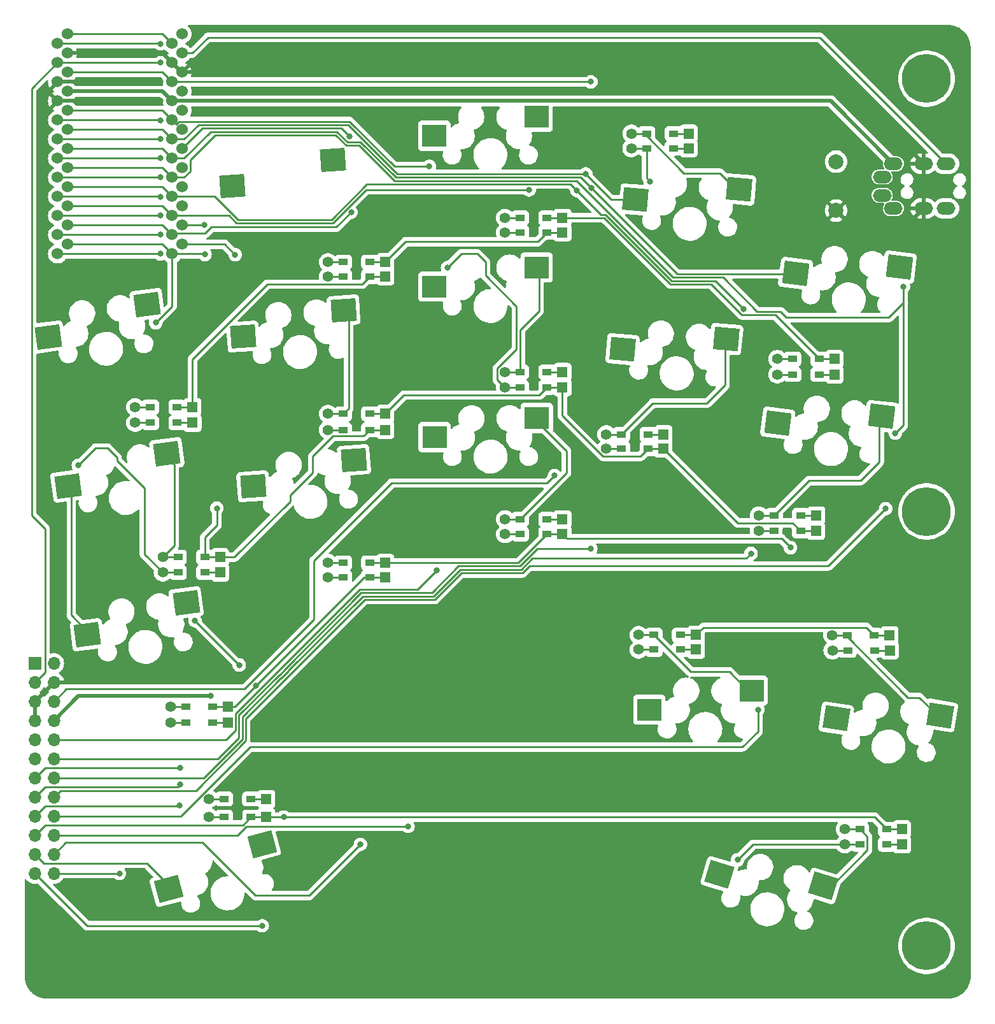
<source format=gbr>
%TF.GenerationSoftware,KiCad,Pcbnew,7.0.7*%
%TF.CreationDate,2024-06-25T00:35:16+09:00*%
%TF.ProjectId,hmproto34,686d7072-6f74-46f3-9334-2e6b69636164,rev?*%
%TF.SameCoordinates,Original*%
%TF.FileFunction,Copper,L2,Bot*%
%TF.FilePolarity,Positive*%
%FSLAX46Y46*%
G04 Gerber Fmt 4.6, Leading zero omitted, Abs format (unit mm)*
G04 Created by KiCad (PCBNEW 7.0.7) date 2024-06-25 00:35:16*
%MOMM*%
%LPD*%
G01*
G04 APERTURE LIST*
G04 Aperture macros list*
%AMRotRect*
0 Rectangle, with rotation*
0 The origin of the aperture is its center*
0 $1 length*
0 $2 width*
0 $3 Rotation angle, in degrees counterclockwise*
0 Add horizontal line*
21,1,$1,$2,0,0,$3*%
G04 Aperture macros list end*
%TA.AperFunction,SMDPad,CuDef*%
%ADD10RotRect,3.300000X3.000000X187.500000*%
%TD*%
%TA.AperFunction,ComponentPad*%
%ADD11C,2.000000*%
%TD*%
%TA.AperFunction,ComponentPad*%
%ADD12R,1.397000X1.397000*%
%TD*%
%TA.AperFunction,SMDPad,CuDef*%
%ADD13R,1.300000X0.950000*%
%TD*%
%TA.AperFunction,ComponentPad*%
%ADD14C,1.397000*%
%TD*%
%TA.AperFunction,SMDPad,CuDef*%
%ADD15R,3.300000X3.000000*%
%TD*%
%TA.AperFunction,SMDPad,CuDef*%
%ADD16RotRect,3.300000X3.000000X184.000000*%
%TD*%
%TA.AperFunction,SMDPad,CuDef*%
%ADD17RotRect,3.300000X3.000000X173.000000*%
%TD*%
%TA.AperFunction,ComponentPad*%
%ADD18C,6.500000*%
%TD*%
%TA.AperFunction,SMDPad,CuDef*%
%ADD19RotRect,3.300000X3.000000X195.000000*%
%TD*%
%TA.AperFunction,SMDPad,CuDef*%
%ADD20RotRect,3.300000X3.000000X163.000000*%
%TD*%
%TA.AperFunction,SMDPad,CuDef*%
%ADD21RotRect,3.300000X3.000000X175.000000*%
%TD*%
%TA.AperFunction,ComponentPad*%
%ADD22O,2.500000X1.700000*%
%TD*%
%TA.AperFunction,ComponentPad*%
%ADD23R,1.700000X1.700000*%
%TD*%
%TA.AperFunction,ComponentPad*%
%ADD24O,1.700000X1.700000*%
%TD*%
%TA.AperFunction,ComponentPad*%
%ADD25C,1.524000*%
%TD*%
%TA.AperFunction,SMDPad,CuDef*%
%ADD26RotRect,3.300000X3.000000X171.000000*%
%TD*%
%TA.AperFunction,ViaPad*%
%ADD27C,0.800000*%
%TD*%
%TA.AperFunction,Conductor*%
%ADD28C,0.500000*%
%TD*%
%TA.AperFunction,Conductor*%
%ADD29C,0.250000*%
%TD*%
G04 APERTURE END LIST*
D10*
%TO.P,SW11,1,1*%
%TO.N,col0*%
X20331110Y-93050069D03*
%TO.P,SW11,2,2*%
%TO.N,Net-(D11-A)*%
X33483224Y-88756642D03*
%TD*%
D11*
%TO.P,SW20,1,1*%
%TO.N,reset*%
X119910000Y-30165000D03*
%TO.P,SW20,2,2*%
%TO.N,GND*%
X119910000Y-36665000D03*
%TD*%
D12*
%TO.P,D20,1,K*%
%TO.N,row2*%
X127045000Y-95110000D03*
D13*
X125010000Y-95110000D03*
%TO.P,D20,2,A*%
%TO.N,Net-(D20-A)*%
X121460000Y-95110000D03*
D14*
X119425000Y-95110000D03*
%TD*%
D12*
%TO.P,D2,1,K*%
%TO.N,row0*%
X59940000Y-43510000D03*
D13*
X57905000Y-43510000D03*
%TO.P,D2,2,A*%
%TO.N,Net-(D2-A)*%
X54355000Y-43510000D03*
D14*
X52320000Y-43510000D03*
%TD*%
D12*
%TO.P,D31,1,K*%
%TO.N,row0*%
X34315000Y-64860000D03*
D13*
X32280000Y-64860000D03*
%TO.P,D31,2,A*%
%TO.N,Net-(D31-A)*%
X28730000Y-64860000D03*
D14*
X26695000Y-64860000D03*
%TD*%
D15*
%TO.P,SW8,1,1*%
%TO.N,col2*%
X66494132Y-46755576D03*
%TO.P,SW8,2,2*%
%TO.N,Net-(D8-A)*%
X80094132Y-44215576D03*
%TD*%
D16*
%TO.P,SW12,1,1*%
%TO.N,col1*%
X42392308Y-73311546D03*
%TO.P,SW12,2,2*%
%TO.N,Net-(D12-A)*%
X55781998Y-69829046D03*
%TD*%
D12*
%TO.P,D15,1,K*%
%TO.N,row2*%
X127010000Y-93080000D03*
D13*
X124975000Y-93080000D03*
%TO.P,D15,2,A*%
%TO.N,Net-(D15-A)*%
X121425000Y-93080000D03*
D14*
X119390000Y-93080000D03*
%TD*%
D17*
%TO.P,SW10,1,1*%
%TO.N,col4*%
X112144086Y-64876881D03*
%TO.P,SW10,2,2*%
%TO.N,Net-(D10-A)*%
X125952262Y-64013236D03*
%TD*%
D12*
%TO.P,D28,1,K*%
%TO.N,row0*%
X59940000Y-45430000D03*
D13*
X57905000Y-45430000D03*
%TO.P,D28,2,A*%
%TO.N,Net-(D28-A)*%
X54355000Y-45430000D03*
D14*
X52320000Y-45430000D03*
%TD*%
D12*
%TO.P,D14,1,K*%
%TO.N,row2*%
X101260000Y-93050000D03*
D13*
X99225000Y-93050000D03*
%TO.P,D14,2,A*%
%TO.N,Net-(D14-A)*%
X95675000Y-93050000D03*
D14*
X93640000Y-93050000D03*
%TD*%
D12*
%TO.P,D29,1,K*%
%TO.N,row1*%
X59940000Y-65800000D03*
D13*
X57905000Y-65800000D03*
%TO.P,D29,2,A*%
%TO.N,Net-(D29-A)*%
X54355000Y-65800000D03*
D14*
X52320000Y-65800000D03*
%TD*%
D16*
%TO.P,SW7,1,1*%
%TO.N,col1*%
X41022308Y-53401546D03*
%TO.P,SW7,2,2*%
%TO.N,Net-(D7-A)*%
X54411998Y-49919046D03*
%TD*%
D18*
%TO.P,Ref\u002A\u002A,*%
%TO.N,*%
X131940000Y-134370000D03*
%TD*%
D12*
%TO.P,D9,1,K*%
%TO.N,row1*%
X96960000Y-66390000D03*
D13*
X94925000Y-66390000D03*
%TO.P,D9,2,A*%
%TO.N,Net-(D9-A)*%
X91375000Y-66390000D03*
D14*
X89340000Y-66390000D03*
%TD*%
D18*
%TO.P,Ref\u002A\u002A,*%
%TO.N,*%
X131940000Y-19140000D03*
%TD*%
D12*
%TO.P,D17,1,K*%
%TO.N,row3*%
X128675000Y-118850000D03*
D13*
X126640000Y-118850000D03*
%TO.P,D17,2,A*%
%TO.N,Net-(D17-A)*%
X123090000Y-118850000D03*
D14*
X121055000Y-118850000D03*
%TD*%
D19*
%TO.P,SW16,1,1*%
%TO.N,col0*%
X31120231Y-126821690D03*
%TO.P,SW16,2,2*%
%TO.N,Net-(D16-A)*%
X43599423Y-120848298D03*
%TD*%
D12*
%TO.P,D27,1,K*%
%TO.N,row2*%
X83510000Y-79650000D03*
D13*
X81475000Y-79650000D03*
%TO.P,D27,2,A*%
%TO.N,Net-(D27-A)*%
X77925000Y-79650000D03*
D14*
X75890000Y-79650000D03*
%TD*%
D20*
%TO.P,SW17,1,1*%
%TO.N,col4*%
X104403981Y-124850141D03*
%TO.P,SW17,2,2*%
%TO.N,Net-(D17-A)*%
X118152349Y-126397381D03*
%TD*%
D12*
%TO.P,D19,1,K*%
%TO.N,row1*%
X117240000Y-79230000D03*
D13*
X115205000Y-79230000D03*
%TO.P,D19,2,A*%
%TO.N,Net-(D19-A)*%
X111655000Y-79230000D03*
D14*
X109620000Y-79230000D03*
%TD*%
D12*
%TO.P,D23,1,K*%
%TO.N,row1*%
X96950000Y-68300000D03*
D13*
X94915000Y-68300000D03*
%TO.P,D23,2,A*%
%TO.N,Net-(D23-A)*%
X91365000Y-68300000D03*
D14*
X89330000Y-68300000D03*
%TD*%
D12*
%TO.P,D5,1,K*%
%TO.N,row0*%
X119705000Y-56370000D03*
D13*
X117670000Y-56370000D03*
%TO.P,D5,2,A*%
%TO.N,Net-(D5-A)*%
X114120000Y-56370000D03*
D14*
X112085000Y-56370000D03*
%TD*%
D21*
%TO.P,SW9,1,1*%
%TO.N,col3*%
X91517343Y-55086083D03*
%TO.P,SW9,2,2*%
%TO.N,Net-(D9-A)*%
X105286967Y-53741067D03*
%TD*%
D12*
%TO.P,D25,1,K*%
%TO.N,row0*%
X83510000Y-39570000D03*
D13*
X81475000Y-39570000D03*
%TO.P,D25,2,A*%
%TO.N,Net-(D25-A)*%
X77925000Y-39570000D03*
D14*
X75890000Y-39570000D03*
%TD*%
D12*
%TO.P,D34,1,K*%
%TO.N,row3*%
X44120000Y-117240000D03*
D13*
X42085000Y-117240000D03*
%TO.P,D34,2,A*%
%TO.N,Net-(D34-A)*%
X38535000Y-117240000D03*
D14*
X36500000Y-117240000D03*
%TD*%
D10*
%TO.P,SW6,1,1*%
%TO.N,col0*%
X17741110Y-73250069D03*
%TO.P,SW6,2,2*%
%TO.N,Net-(D6-A)*%
X30893224Y-68956642D03*
%TD*%
D12*
%TO.P,D16,1,K*%
%TO.N,row3*%
X44110000Y-114830000D03*
D13*
X42075000Y-114830000D03*
%TO.P,D16,2,A*%
%TO.N,Net-(D16-A)*%
X38525000Y-114830000D03*
D14*
X36490000Y-114830000D03*
%TD*%
D12*
%TO.P,D6,1,K*%
%TO.N,row1*%
X37980000Y-82700000D03*
D13*
X35945000Y-82700000D03*
%TO.P,D6,2,A*%
%TO.N,Net-(D6-A)*%
X32395000Y-82700000D03*
D14*
X30360000Y-82700000D03*
%TD*%
D16*
%TO.P,SW2,1,1*%
%TO.N,col1*%
X39582308Y-33381546D03*
%TO.P,SW2,2,2*%
%TO.N,Net-(D2-A)*%
X52971998Y-29899046D03*
%TD*%
D22*
%TO.P,J1,A*%
%TO.N,unconnected-(J1-PadA)*%
X126040000Y-32190000D03*
X126040000Y-34640000D03*
%TO.P,J1,B*%
%TO.N,data*%
X134540000Y-30440000D03*
X134540000Y-36390000D03*
%TO.P,J1,C*%
%TO.N,GND*%
X131540000Y-30440000D03*
X131540000Y-36390000D03*
%TO.P,J1,D*%
%TO.N,VCC*%
X127540000Y-30440000D03*
X127540000Y-36390000D03*
%TD*%
D12*
%TO.P,D26,1,K*%
%TO.N,row1*%
X83510000Y-60160000D03*
D13*
X81475000Y-60160000D03*
%TO.P,D26,2,A*%
%TO.N,Net-(D26-A)*%
X77925000Y-60160000D03*
D14*
X75890000Y-60160000D03*
%TD*%
D12*
%TO.P,D30,1,K*%
%TO.N,row2*%
X59940000Y-85360000D03*
D13*
X57905000Y-85360000D03*
%TO.P,D30,2,A*%
%TO.N,Net-(D30-A)*%
X54355000Y-85360000D03*
D14*
X52320000Y-85360000D03*
%TD*%
D23*
%TO.P,J2,1,Pin_1*%
%TO.N,unconnected-(J2-Pin_1-Pad1)*%
X13340000Y-96810000D03*
D24*
%TO.P,J2,2,Pin_2*%
%TO.N,data*%
X13340000Y-99350000D03*
%TO.P,J2,3,Pin_3*%
%TO.N,GND*%
X13340000Y-101890000D03*
%TO.P,J2,4,Pin_4*%
X13340000Y-104430000D03*
%TO.P,J2,5,Pin_5*%
%TO.N,unconnected-(J2-Pin_5-Pad5)*%
X13340000Y-106970000D03*
%TO.P,J2,6,Pin_6*%
%TO.N,unconnected-(J2-Pin_6-Pad6)*%
X13340000Y-109510000D03*
%TO.P,J2,7,Pin_7*%
%TO.N,row0*%
X13340000Y-112050000D03*
%TO.P,J2,8,Pin_8*%
%TO.N,row1*%
X13340000Y-114590000D03*
%TO.P,J2,9,Pin_9*%
%TO.N,row2*%
X13340000Y-117130000D03*
%TO.P,J2,10,Pin_10*%
%TO.N,row3*%
X13340000Y-119670000D03*
%TO.P,J2,11,Pin_11*%
%TO.N,col0*%
X13340000Y-122210000D03*
%TO.P,J2,12,Pin_12*%
%TO.N,col1*%
X13340000Y-124750000D03*
%TO.P,J2,13,Pin_13*%
%TO.N,col9*%
X15880000Y-124750000D03*
%TO.P,J2,14,Pin_14*%
%TO.N,col8*%
X15880000Y-122210000D03*
%TO.P,J2,15,Pin_15*%
%TO.N,col7*%
X15880000Y-119670000D03*
%TO.P,J2,16,Pin_16*%
%TO.N,col6*%
X15880000Y-117130000D03*
%TO.P,J2,17,Pin_17*%
%TO.N,col5*%
X15880000Y-114590000D03*
%TO.P,J2,18,Pin_18*%
%TO.N,col4*%
X15880000Y-112050000D03*
%TO.P,J2,19,Pin_19*%
%TO.N,col3*%
X15880000Y-109510000D03*
%TO.P,J2,20,Pin_20*%
%TO.N,col2*%
X15880000Y-106970000D03*
%TO.P,J2,21,Pin_21*%
%TO.N,VCC*%
X15880000Y-104430000D03*
%TO.P,J2,22,Pin_22*%
%TO.N,reset*%
X15880000Y-101890000D03*
%TO.P,J2,23,Pin_23*%
%TO.N,GND*%
X15880000Y-99350000D03*
%TO.P,J2,24,Pin_24*%
%TO.N,unconnected-(J2-Pin_24-Pad24)*%
X15880000Y-96810000D03*
%TD*%
D25*
%TO.P,U1,1,TX*%
%TO.N,unconnected-(U1-TX-Pad1)*%
X16370000Y-14480000D03*
X32916400Y-13210000D03*
%TO.P,U1,2,RX*%
%TO.N,data*%
X16370000Y-17020000D03*
X32916400Y-15750000D03*
%TO.P,U1,3,GND*%
%TO.N,GND*%
X16370000Y-19560000D03*
X32916400Y-18290000D03*
%TO.P,U1,4,GND*%
X16370000Y-22100000D03*
X32916400Y-20830000D03*
%TO.P,U1,5,SDA*%
%TO.N,unconnected-(U1-SDA-Pad5)*%
X16370000Y-24640000D03*
X32916400Y-23370000D03*
%TO.P,U1,6,SCL*%
%TO.N,unconnected-(U1-SCL-Pad6)*%
X16370000Y-27180000D03*
X32916400Y-25910000D03*
%TO.P,U1,7,D4*%
%TO.N,row0*%
X16370000Y-29720000D03*
X32916400Y-28450000D03*
%TO.P,U1,8,C6*%
%TO.N,row1*%
X16370000Y-32260000D03*
X32916400Y-30990000D03*
%TO.P,U1,9,D7*%
%TO.N,row2*%
X16370000Y-34800000D03*
X32916400Y-33530000D03*
%TO.P,U1,10,E6*%
%TO.N,row3*%
X16370000Y-37340000D03*
X32916400Y-36070000D03*
%TO.P,U1,11,B4*%
%TO.N,col0*%
X16370000Y-39880000D03*
X32916400Y-38610000D03*
%TO.P,U1,12,B5*%
%TO.N,col1*%
X16370000Y-42420000D03*
X32916400Y-41150000D03*
%TO.P,U1,13,B6*%
%TO.N,col9*%
X17696400Y-41150000D03*
X31610000Y-42420000D03*
%TO.P,U1,14,B2*%
%TO.N,col8*%
X17696400Y-38610000D03*
X31610000Y-39880000D03*
%TO.P,U1,15,B3*%
%TO.N,col7*%
X17696400Y-36070000D03*
X31610000Y-37340000D03*
%TO.P,U1,16,B1*%
%TO.N,col6*%
X17696400Y-33530000D03*
X31610000Y-34800000D03*
%TO.P,U1,17,F7*%
%TO.N,col5*%
X17696400Y-30990000D03*
X31610000Y-32260000D03*
%TO.P,U1,18,F6*%
%TO.N,col4*%
X17696400Y-28450000D03*
X31610000Y-29720000D03*
%TO.P,U1,19,F5*%
%TO.N,col3*%
X17696400Y-25910000D03*
X31610000Y-27180000D03*
%TO.P,U1,20,F4*%
%TO.N,col2*%
X17696400Y-23370000D03*
X31610000Y-24640000D03*
%TO.P,U1,21,VCC*%
%TO.N,VCC*%
X17696400Y-20830000D03*
X31610000Y-22100000D03*
%TO.P,U1,22,RST*%
%TO.N,reset*%
X17696400Y-18290000D03*
X31610000Y-19560000D03*
%TO.P,U1,23,GND*%
%TO.N,GND*%
X17696400Y-15750000D03*
X31610000Y-17020000D03*
%TO.P,U1,24,RAW*%
%TO.N,unconnected-(U1-RAW-Pad24)*%
X17696400Y-13210000D03*
X31610000Y-14480000D03*
%TD*%
D15*
%TO.P,SW14,1,1*%
%TO.N,col3*%
X95064132Y-102965576D03*
%TO.P,SW14,2,2*%
%TO.N,Net-(D14-A)*%
X108664132Y-100425576D03*
%TD*%
%TO.P,SW3,1,1*%
%TO.N,col2*%
X66474132Y-26715576D03*
%TO.P,SW3,2,2*%
%TO.N,Net-(D3-A)*%
X80074132Y-24175576D03*
%TD*%
D12*
%TO.P,D33,1,K*%
%TO.N,row2*%
X39025000Y-104660000D03*
D13*
X36990000Y-104660000D03*
%TO.P,D33,2,A*%
%TO.N,Net-(D33-A)*%
X33440000Y-104660000D03*
D14*
X31405000Y-104660000D03*
%TD*%
D21*
%TO.P,SW4,1,1*%
%TO.N,col3*%
X93237343Y-35196083D03*
%TO.P,SW4,2,2*%
%TO.N,Net-(D4-A)*%
X107006967Y-33851067D03*
%TD*%
D12*
%TO.P,D21,1,K*%
%TO.N,row3*%
X128680000Y-120870000D03*
D13*
X126645000Y-120870000D03*
%TO.P,D21,2,A*%
%TO.N,Net-(D21-A)*%
X123095000Y-120870000D03*
D14*
X121060000Y-120870000D03*
%TD*%
D12*
%TO.P,D4,1,K*%
%TO.N,row0*%
X100310000Y-26430000D03*
D13*
X98275000Y-26430000D03*
%TO.P,D4,2,A*%
%TO.N,Net-(D4-A)*%
X94725000Y-26430000D03*
D14*
X92690000Y-26430000D03*
%TD*%
D15*
%TO.P,SW13,1,1*%
%TO.N,col2*%
X66504132Y-66765576D03*
%TO.P,SW13,2,2*%
%TO.N,Net-(D13-A)*%
X80104132Y-64225576D03*
%TD*%
D12*
%TO.P,D12,1,K*%
%TO.N,row2*%
X59940000Y-83460000D03*
D13*
X57905000Y-83460000D03*
%TO.P,D12,2,A*%
%TO.N,Net-(D12-A)*%
X54355000Y-83460000D03*
D14*
X52320000Y-83460000D03*
%TD*%
D18*
%TO.P,Ref\u002A\u002A,*%
%TO.N,*%
X131940000Y-76640000D03*
%TD*%
D17*
%TO.P,SW5,1,1*%
%TO.N,col4*%
X114514086Y-45026881D03*
%TO.P,SW5,2,2*%
%TO.N,Net-(D5-A)*%
X128322262Y-44163236D03*
%TD*%
D12*
%TO.P,D7,1,K*%
%TO.N,row1*%
X59940000Y-63660000D03*
D13*
X57905000Y-63660000D03*
%TO.P,D7,2,A*%
%TO.N,Net-(D7-A)*%
X54355000Y-63660000D03*
D14*
X52320000Y-63660000D03*
%TD*%
D10*
%TO.P,SW1,1,1*%
%TO.N,col0*%
X15111110Y-53440069D03*
%TO.P,SW1,2,2*%
%TO.N,Net-(D1-A)*%
X28263224Y-49146642D03*
%TD*%
D12*
%TO.P,D22,1,K*%
%TO.N,row0*%
X100300000Y-28390000D03*
D13*
X98265000Y-28390000D03*
%TO.P,D22,2,A*%
%TO.N,Net-(D22-A)*%
X94715000Y-28390000D03*
D14*
X92680000Y-28390000D03*
%TD*%
D12*
%TO.P,D10,1,K*%
%TO.N,row1*%
X117260000Y-77160000D03*
D13*
X115225000Y-77160000D03*
%TO.P,D10,2,A*%
%TO.N,Net-(D10-A)*%
X111675000Y-77160000D03*
D14*
X109640000Y-77160000D03*
%TD*%
D12*
%TO.P,D1,1,K*%
%TO.N,row0*%
X34305000Y-62780000D03*
D13*
X32270000Y-62780000D03*
%TO.P,D1,2,A*%
%TO.N,Net-(D1-A)*%
X28720000Y-62780000D03*
D14*
X26685000Y-62780000D03*
%TD*%
D12*
%TO.P,D13,1,K*%
%TO.N,row2*%
X83510000Y-77670000D03*
D13*
X81475000Y-77670000D03*
%TO.P,D13,2,A*%
%TO.N,Net-(D13-A)*%
X77925000Y-77670000D03*
D14*
X75890000Y-77670000D03*
%TD*%
D26*
%TO.P,SW15,1,1*%
%TO.N,col4*%
X119929455Y-104141903D03*
%TO.P,SW15,2,2*%
%TO.N,Net-(D15-A)*%
X133759360Y-103760684D03*
%TD*%
D12*
%TO.P,D11,1,K*%
%TO.N,row2*%
X39040000Y-102600000D03*
D13*
X37005000Y-102600000D03*
%TO.P,D11,2,A*%
%TO.N,Net-(D11-A)*%
X33455000Y-102600000D03*
D14*
X31420000Y-102600000D03*
%TD*%
D12*
%TO.P,D3,1,K*%
%TO.N,row0*%
X83510000Y-37630000D03*
D13*
X81475000Y-37630000D03*
%TO.P,D3,2,A*%
%TO.N,Net-(D3-A)*%
X77925000Y-37630000D03*
D14*
X75890000Y-37630000D03*
%TD*%
D12*
%TO.P,D32,1,K*%
%TO.N,row1*%
X37980000Y-84750000D03*
D13*
X35945000Y-84750000D03*
%TO.P,D32,2,A*%
%TO.N,Net-(D32-A)*%
X32395000Y-84750000D03*
D14*
X30360000Y-84750000D03*
%TD*%
D12*
%TO.P,D24,1,K*%
%TO.N,row2*%
X101260000Y-95000000D03*
D13*
X99225000Y-95000000D03*
%TO.P,D24,2,A*%
%TO.N,Net-(D24-A)*%
X95675000Y-95000000D03*
D14*
X93640000Y-95000000D03*
%TD*%
D12*
%TO.P,D18,1,K*%
%TO.N,row0*%
X119710000Y-58440000D03*
D13*
X117675000Y-58440000D03*
%TO.P,D18,2,A*%
%TO.N,Net-(D18-A)*%
X114125000Y-58440000D03*
D14*
X112090000Y-58440000D03*
%TD*%
D12*
%TO.P,D8,1,K*%
%TO.N,row1*%
X83510000Y-58100000D03*
D13*
X81475000Y-58100000D03*
%TO.P,D8,2,A*%
%TO.N,Net-(D8-A)*%
X77925000Y-58100000D03*
D14*
X75890000Y-58100000D03*
%TD*%
D27*
%TO.N,row0*%
X55230000Y-26840000D03*
X30010000Y-29720000D03*
X32710000Y-110690000D03*
%TO.N,Net-(D1-A)*%
X27817074Y-49205379D03*
%TO.N,Net-(D2-A)*%
X52523094Y-29930436D03*
%TO.N,Net-(D3-A)*%
X79624132Y-24175576D03*
%TO.N,row1*%
X30020000Y-32260000D03*
X37554500Y-76210000D03*
X32670000Y-112930000D03*
%TO.N,row2*%
X42767701Y-99777701D03*
X32620000Y-115740000D03*
X30010000Y-34810000D03*
X113840000Y-81450000D03*
%TO.N,Net-(D11-A)*%
X33037074Y-88815379D03*
%TO.N,Net-(D12-A)*%
X54688477Y-69860436D03*
%TO.N,row3*%
X30030000Y-37340000D03*
X46440000Y-117240000D03*
%TO.N,Net-(D16-A)*%
X43164756Y-120964767D03*
%TO.N,Net-(D5-A)*%
X128315782Y-43668229D03*
%TO.N,VCC*%
X36739500Y-101150000D03*
%TO.N,data*%
X30050000Y-17020000D03*
%TO.N,GND*%
X30010000Y-22100000D03*
X30010000Y-19560000D03*
%TO.N,col0*%
X30010000Y-39880000D03*
X18187260Y-73191332D03*
X15260000Y-53380000D03*
X20777260Y-92991332D03*
X35924500Y-38540000D03*
%TO.N,col1*%
X42832875Y-73280156D03*
X39990000Y-33290000D03*
X39990000Y-42530000D03*
X43580000Y-131690000D03*
X41442875Y-53370156D03*
X30020000Y-42420000D03*
%TO.N,col2*%
X66774632Y-66765576D03*
X66610000Y-26880000D03*
X66760500Y-46755576D03*
X65815000Y-30791776D03*
X66774632Y-84450000D03*
%TO.N,col3*%
X91539162Y-55125303D03*
X93710000Y-35220000D03*
X95514132Y-102965576D03*
X87280000Y-81620000D03*
X86610000Y-31800000D03*
%TO.N,col4*%
X104834318Y-124981708D03*
X87409101Y-33690899D03*
X111925500Y-64931722D03*
X120373915Y-104212299D03*
X108596500Y-82230000D03*
X114452498Y-45081722D03*
%TO.N,reset*%
X82470000Y-71860000D03*
X87290000Y-19560000D03*
%TO.N,Net-(D21-A)*%
X106806006Y-122937201D03*
%TO.N,Net-(D22-A)*%
X95197928Y-32812695D03*
%TO.N,unconnected-(U1-SCL-Pad6)*%
X30020000Y-27180000D03*
%TO.N,unconnected-(U1-SDA-Pad5)*%
X30020000Y-24650000D03*
%TO.N,unconnected-(U1-TX-Pad1)*%
X30050000Y-14490000D03*
%TO.N,Net-(D26-A)*%
X68240000Y-44230000D03*
%TO.N,Net-(D32-A)*%
X19133930Y-70510875D03*
%TO.N,col9*%
X35960000Y-42500000D03*
X34653356Y-91168389D03*
X40527483Y-97042517D03*
X29423356Y-51558389D03*
X24590000Y-124750000D03*
%TO.N,col8*%
X56640000Y-120880000D03*
X55420497Y-36890497D03*
%TO.N,col7*%
X62985000Y-118485000D03*
X79080000Y-33920000D03*
%TO.N,col6*%
X85430000Y-33990000D03*
X107628225Y-49720000D03*
X109510000Y-102970000D03*
%TO.N,col5*%
X128862246Y-46752316D03*
X127790000Y-66220000D03*
X126504380Y-76260194D03*
%TD*%
D28*
%TO.N,VCC*%
X19160000Y-101150000D02*
X15880000Y-104430000D01*
X36739500Y-101150000D02*
X19160000Y-101150000D01*
D29*
%TO.N,reset*%
X17545000Y-100225000D02*
X15880000Y-101890000D01*
X50460000Y-83200000D02*
X50460000Y-91010000D01*
X50460000Y-91010000D02*
X41245000Y-100225000D01*
X60790000Y-72870000D02*
X50460000Y-83200000D01*
X41245000Y-100225000D02*
X17545000Y-100225000D01*
X81460000Y-72870000D02*
X60790000Y-72870000D01*
X82470000Y-71860000D02*
X81460000Y-72870000D01*
D28*
%TO.N,GND*%
X13340000Y-101890000D02*
X15385026Y-99844974D01*
D29*
%TO.N,row0*%
X100300000Y-28390000D02*
X98265000Y-28390000D01*
X97852534Y-46431722D02*
X103291722Y-46431722D01*
X62650000Y-40800000D02*
X59940000Y-43510000D01*
X57905000Y-43510000D02*
X59940000Y-43510000D01*
X119710000Y-58440000D02*
X117675000Y-58440000D01*
X111830000Y-50530000D02*
X117670000Y-56370000D01*
X59940000Y-45430000D02*
X57905000Y-45430000D01*
X34305000Y-56405000D02*
X34305000Y-62780000D01*
X32280000Y-64860000D02*
X34315000Y-64860000D01*
X57905000Y-45430000D02*
X56881500Y-46453500D01*
X81475000Y-37630000D02*
X83510000Y-37630000D01*
X34305000Y-62780000D02*
X32270000Y-62780000D01*
X14700000Y-110690000D02*
X13340000Y-112050000D01*
X98275000Y-26430000D02*
X100310000Y-26430000D01*
X89050812Y-37630000D02*
X97852534Y-46431722D01*
X83510000Y-39570000D02*
X81475000Y-39570000D01*
X107390000Y-50530000D02*
X111830000Y-50530000D01*
X56881500Y-46453500D02*
X44256500Y-46453500D01*
X32916400Y-28450000D02*
X35643400Y-25723000D01*
X117670000Y-56370000D02*
X119705000Y-56370000D01*
X80245000Y-40800000D02*
X62650000Y-40800000D01*
X16370000Y-29720000D02*
X30010000Y-29720000D01*
X54113000Y-25723000D02*
X55230000Y-26840000D01*
X44256500Y-46453500D02*
X34305000Y-56405000D01*
X83510000Y-37630000D02*
X89050812Y-37630000D01*
X32710000Y-110690000D02*
X14700000Y-110690000D01*
X103291722Y-46431722D02*
X107390000Y-50530000D01*
X35643400Y-25723000D02*
X54113000Y-25723000D01*
X81475000Y-39570000D02*
X80245000Y-40800000D01*
%TO.N,Net-(D1-A)*%
X28720000Y-62780000D02*
X26685000Y-62780000D01*
%TO.N,Net-(D2-A)*%
X52320000Y-43510000D02*
X54355000Y-43510000D01*
%TO.N,Net-(D3-A)*%
X75890000Y-37630000D02*
X77925000Y-37630000D01*
%TO.N,Net-(D4-A)*%
X104448115Y-31701283D02*
X106558679Y-33811847D01*
X94725000Y-26745000D02*
X99681283Y-31701283D01*
X99681283Y-31701283D02*
X104448115Y-31701283D01*
X92690000Y-26430000D02*
X94725000Y-26430000D01*
X94725000Y-26430000D02*
X94725000Y-26745000D01*
%TO.N,row1*%
X37980000Y-84750000D02*
X35945000Y-84750000D01*
X37554500Y-78475500D02*
X35945000Y-80085000D01*
X35945000Y-82700000D02*
X39900990Y-82700000D01*
X106833500Y-78183500D02*
X114158500Y-78183500D01*
X114158500Y-78183500D02*
X115205000Y-79230000D01*
X50308582Y-69344119D02*
X53022701Y-66630000D01*
X16370000Y-32260000D02*
X30020000Y-32260000D01*
X50308582Y-71466835D02*
X50308582Y-69344119D01*
X59940000Y-63660000D02*
X62416500Y-61183500D01*
X35945000Y-80085000D02*
X35945000Y-82700000D01*
X57905000Y-63660000D02*
X59940000Y-63660000D01*
X13340000Y-114590000D02*
X14705000Y-113225000D01*
X94925000Y-66390000D02*
X96960000Y-66390000D01*
X39900990Y-82700000D02*
X47302709Y-75298281D01*
X62416500Y-61183500D02*
X80451500Y-61183500D01*
X80451500Y-61183500D02*
X81475000Y-60160000D01*
X59940000Y-65800000D02*
X57905000Y-65800000D01*
X96950000Y-68300000D02*
X106833500Y-78183500D01*
X115225000Y-77160000D02*
X117260000Y-77160000D01*
X53022701Y-66630000D02*
X57075000Y-66630000D01*
X32375000Y-113225000D02*
X32670000Y-112930000D01*
X83510000Y-60160000D02*
X81475000Y-60160000D01*
X47302709Y-75298281D02*
X47302709Y-74472708D01*
X47302709Y-74472708D02*
X50308582Y-71466835D01*
X83510000Y-63927448D02*
X88906052Y-69323500D01*
X96950000Y-68300000D02*
X94915000Y-68300000D01*
X57075000Y-66630000D02*
X57905000Y-65800000D01*
X83510000Y-60160000D02*
X83510000Y-63927448D01*
X14705000Y-113225000D02*
X32375000Y-113225000D01*
X37554500Y-76210000D02*
X37554500Y-78475500D01*
X93891500Y-69323500D02*
X94915000Y-68300000D01*
X117240000Y-79230000D02*
X115205000Y-79230000D01*
X88906052Y-69323500D02*
X93891500Y-69323500D01*
X81475000Y-58100000D02*
X83510000Y-58100000D01*
X35945000Y-82700000D02*
X37980000Y-82700000D01*
%TO.N,Net-(D6-A)*%
X30360000Y-82700000D02*
X31875672Y-81184328D01*
X31875672Y-70443977D02*
X30447074Y-69015379D01*
X30360000Y-82700000D02*
X32395000Y-82700000D01*
X31875672Y-81184328D02*
X31875672Y-70443977D01*
%TO.N,Net-(D7-A)*%
X55076757Y-62938243D02*
X54355000Y-63660000D01*
X53963094Y-49950436D02*
X55076757Y-51064099D01*
X52320000Y-63660000D02*
X54355000Y-63660000D01*
X55076757Y-51064099D02*
X55076757Y-62938243D01*
%TO.N,Net-(D8-A)*%
X75890000Y-58100000D02*
X77925000Y-58100000D01*
X77925000Y-52505000D02*
X80399132Y-50030868D01*
X77925000Y-58100000D02*
X77925000Y-52505000D01*
X80399132Y-44970576D02*
X79644132Y-44215576D01*
X80399132Y-50030868D02*
X80399132Y-44970576D01*
%TO.N,Net-(D9-A)*%
X91375000Y-66390000D02*
X89340000Y-66390000D01*
X105149801Y-59820199D02*
X105149801Y-54012969D01*
X102717177Y-62252823D02*
X105149801Y-59820199D01*
X105149801Y-54012969D02*
X104838679Y-53701847D01*
X91375000Y-66390000D02*
X95512177Y-62252823D01*
X95512177Y-62252823D02*
X102717177Y-62252823D01*
%TO.N,row2*%
X102253500Y-92056500D02*
X101260000Y-93050000D01*
X83510000Y-79650000D02*
X81475000Y-79650000D01*
X14705000Y-115765000D02*
X32595000Y-115765000D01*
X57170000Y-85360000D02*
X57905000Y-85360000D01*
X32595000Y-115765000D02*
X32620000Y-115740000D01*
X57905000Y-83460000D02*
X59940000Y-83460000D01*
X101260000Y-95000000D02*
X99225000Y-95000000D01*
X13340000Y-117130000D02*
X14705000Y-115765000D01*
X36990000Y-104660000D02*
X39025000Y-104660000D01*
X127045000Y-95110000D02*
X125010000Y-95110000D01*
X59940000Y-85360000D02*
X57905000Y-85360000D01*
X77665000Y-83460000D02*
X81475000Y-79650000D01*
X59940000Y-83460000D02*
X77665000Y-83460000D01*
X30000000Y-34800000D02*
X30010000Y-34810000D01*
X39930000Y-102600000D02*
X57170000Y-85360000D01*
X16370000Y-34800000D02*
X30000000Y-34800000D01*
X37005000Y-102600000D02*
X39040000Y-102600000D01*
X112148500Y-80253500D02*
X112643500Y-80253500D01*
X112643500Y-80253500D02*
X113840000Y-81450000D01*
X124975000Y-93080000D02*
X127010000Y-93080000D01*
X84113500Y-80253500D02*
X112148500Y-80253500D01*
X99225000Y-93050000D02*
X101260000Y-93050000D01*
X123951500Y-92056500D02*
X102253500Y-92056500D01*
X39040000Y-102600000D02*
X39930000Y-102600000D01*
X81475000Y-77670000D02*
X83510000Y-77670000D01*
X124975000Y-93080000D02*
X123951500Y-92056500D01*
X83510000Y-79650000D02*
X84113500Y-80253500D01*
%TO.N,Net-(D11-A)*%
X31420000Y-102600000D02*
X33455000Y-102600000D01*
%TO.N,Net-(D12-A)*%
X54355000Y-83460000D02*
X52320000Y-83460000D01*
%TO.N,Net-(D13-A)*%
X84050000Y-71545000D02*
X84050000Y-68621444D01*
X84050000Y-68621444D02*
X79654132Y-64225576D01*
X77925000Y-77670000D02*
X75890000Y-77670000D01*
X77925000Y-77670000D02*
X84050000Y-71545000D01*
%TO.N,Net-(D14-A)*%
X93640000Y-93050000D02*
X95675000Y-93050000D01*
X105745688Y-97957132D02*
X108214132Y-100425576D01*
X100582132Y-97957132D02*
X105745688Y-97957132D01*
X95675000Y-93050000D02*
X100582132Y-97957132D01*
%TO.N,Net-(D15-A)*%
X121425000Y-93080000D02*
X121425000Y-93300000D01*
X130985075Y-101360463D02*
X133314900Y-103690288D01*
X119390000Y-93080000D02*
X121425000Y-93080000D01*
X129485463Y-101360463D02*
X130985075Y-101360463D01*
X121425000Y-93300000D02*
X129485463Y-101360463D01*
%TO.N,row3*%
X13340000Y-119670000D02*
X14705000Y-118305000D01*
X42075000Y-114830000D02*
X44110000Y-114830000D01*
X42085000Y-117240000D02*
X44120000Y-117240000D01*
X126640000Y-118850000D02*
X125030000Y-117240000D01*
X14705000Y-118305000D02*
X41020000Y-118305000D01*
X126640000Y-118850000D02*
X128675000Y-118850000D01*
X41020000Y-118305000D02*
X42085000Y-117240000D01*
X16370000Y-37340000D02*
X30030000Y-37340000D01*
X46440000Y-117240000D02*
X44120000Y-117240000D01*
X128680000Y-120870000D02*
X126645000Y-120870000D01*
X125030000Y-117240000D02*
X46440000Y-117240000D01*
%TO.N,Net-(D16-A)*%
X43164756Y-120964767D02*
X43164756Y-120194756D01*
X36490000Y-114830000D02*
X38525000Y-114830000D01*
%TO.N,Net-(D17-A)*%
X119474186Y-126265814D02*
X124070000Y-121670000D01*
X117722012Y-126265814D02*
X119474186Y-126265814D01*
X124070000Y-119830000D02*
X123090000Y-118850000D01*
X121055000Y-118850000D02*
X123090000Y-118850000D01*
X124070000Y-121670000D02*
X124070000Y-119830000D01*
%TO.N,Net-(D5-A)*%
X112085000Y-56370000D02*
X114120000Y-56370000D01*
%TO.N,Net-(D10-A)*%
X123184049Y-72535951D02*
X125659268Y-70060732D01*
X125659268Y-64112047D02*
X125505616Y-63958395D01*
X125659268Y-70060732D02*
X125659268Y-64112047D01*
X109640000Y-77160000D02*
X111675000Y-77160000D01*
X116299049Y-72535951D02*
X123184049Y-72535951D01*
X111675000Y-77160000D02*
X116299049Y-72535951D01*
D28*
%TO.N,VCC*%
X127540000Y-30440000D02*
X119200000Y-22100000D01*
X119200000Y-22100000D02*
X31610000Y-22100000D01*
X30340000Y-20830000D02*
X31610000Y-22100000D01*
X17696400Y-20830000D02*
X30340000Y-20830000D01*
D29*
%TO.N,data*%
X34260000Y-15750000D02*
X32916400Y-15750000D01*
X14705000Y-97985000D02*
X14705000Y-78955000D01*
X117750000Y-13650000D02*
X36360000Y-13650000D01*
X36360000Y-13650000D02*
X34260000Y-15750000D01*
X16370000Y-17020000D02*
X30050000Y-17020000D01*
X134540000Y-30440000D02*
X117750000Y-13650000D01*
X12954437Y-77204437D02*
X12954437Y-20435563D01*
X14705000Y-78955000D02*
X12954437Y-77204437D01*
X13340000Y-99350000D02*
X14705000Y-97985000D01*
X12954437Y-20435563D02*
X16370000Y-17020000D01*
D28*
%TO.N,GND*%
X119390000Y-18290000D02*
X32916400Y-18290000D01*
X131540000Y-30440000D02*
X119390000Y-18290000D01*
X131540000Y-36390000D02*
X130290000Y-37640000D01*
X16370000Y-19560000D02*
X30010000Y-19560000D01*
X120885000Y-37640000D02*
X119910000Y-36665000D01*
X30340000Y-15750000D02*
X31610000Y-17020000D01*
X17696400Y-15750000D02*
X30340000Y-15750000D01*
X16370000Y-22100000D02*
X30010000Y-22100000D01*
X130290000Y-37640000D02*
X120885000Y-37640000D01*
D29*
%TO.N,col0*%
X15261332Y-53381332D02*
X15260000Y-53380000D01*
X28234677Y-123385000D02*
X31554898Y-126705221D01*
X15557260Y-53381332D02*
X15261332Y-53381332D01*
X18187260Y-90401332D02*
X20777260Y-92991332D01*
X13340000Y-122210000D02*
X14515000Y-123385000D01*
X35924500Y-38540000D02*
X35854500Y-38610000D01*
X14515000Y-123385000D02*
X28234677Y-123385000D01*
X18187260Y-73191332D02*
X18187260Y-90401332D01*
X35854500Y-38610000D02*
X32916400Y-38610000D01*
X16370000Y-39880000D02*
X30010000Y-39880000D01*
%TO.N,col1*%
X39990000Y-33290000D02*
X39990000Y-34076400D01*
X20280000Y-131690000D02*
X13340000Y-124750000D01*
X40031212Y-33331212D02*
X39990000Y-33290000D01*
X16370000Y-42420000D02*
X30020000Y-42420000D01*
X32916400Y-41150000D02*
X38610000Y-41150000D01*
X38610000Y-41150000D02*
X39990000Y-42530000D01*
X43580000Y-131690000D02*
X20280000Y-131690000D01*
X40031212Y-33350156D02*
X40031212Y-33331212D01*
%TO.N,col2*%
X32466149Y-24823000D02*
X55195792Y-24823000D01*
X46165000Y-97405000D02*
X46165000Y-97430305D01*
X30340000Y-23370000D02*
X31610000Y-24640000D01*
X61164568Y-30791776D02*
X65815000Y-30791776D01*
X38762000Y-106970000D02*
X15880000Y-106970000D01*
X31610000Y-24640000D02*
X32129575Y-25159575D01*
X56570000Y-87000000D02*
X46165000Y-97405000D01*
X32129575Y-25159575D02*
X32466149Y-24823000D01*
X46165000Y-97430305D02*
X45740305Y-97855000D01*
X45740305Y-97855000D02*
X45715000Y-97855000D01*
X40048500Y-103521500D02*
X40048500Y-105683500D01*
X40048500Y-105683500D02*
X38762000Y-106970000D01*
X17696400Y-23370000D02*
X30340000Y-23370000D01*
X66924132Y-26715576D02*
X66774424Y-26715576D01*
X64224632Y-87000000D02*
X56570000Y-87000000D01*
X66774424Y-26715576D02*
X66610000Y-26880000D01*
X45715000Y-97855000D02*
X40048500Y-103521500D01*
X66774632Y-84450000D02*
X64224632Y-87000000D01*
X55195792Y-24823000D02*
X61164568Y-30791776D01*
%TO.N,col3*%
X46615000Y-97591396D02*
X46615000Y-97616701D01*
X86610000Y-31800000D02*
X61536396Y-31800000D01*
X46615000Y-97616701D02*
X45926701Y-98305000D01*
X90030000Y-35220000D02*
X93710000Y-35220000D01*
X80141396Y-81620000D02*
X77851396Y-83910000D01*
X56756396Y-87450000D02*
X46615000Y-97591396D01*
X17696400Y-25910000D02*
X30340000Y-25910000D01*
X45901396Y-98305000D02*
X40498500Y-103707896D01*
X37706396Y-109510000D02*
X15880000Y-109510000D01*
X86610000Y-31800000D02*
X90030000Y-35220000D01*
X30340000Y-25910000D02*
X31610000Y-27180000D01*
X33183651Y-27180000D02*
X31610000Y-27180000D01*
X93685631Y-35235303D02*
X93694697Y-35235303D01*
X69700000Y-83910000D02*
X66160000Y-87450000D01*
X55009396Y-25273000D02*
X35090651Y-25273000D01*
X61536396Y-31800000D02*
X55009396Y-25273000D01*
X93694697Y-35235303D02*
X93710000Y-35220000D01*
X40498500Y-103707896D02*
X40498500Y-106717896D01*
X35090651Y-25273000D02*
X33183651Y-27180000D01*
X87280000Y-81620000D02*
X80141396Y-81620000D01*
X77851396Y-83910000D02*
X69700000Y-83910000D01*
X66160000Y-87450000D02*
X56756396Y-87450000D01*
X45926701Y-98305000D02*
X45901396Y-98305000D01*
X40498500Y-106717896D02*
X37706396Y-109510000D01*
%TO.N,col4*%
X53537695Y-26173000D02*
X36730651Y-26173000D01*
X78037792Y-84360000D02*
X69886396Y-84360000D01*
X36730651Y-26173000D02*
X33183651Y-29720000D01*
X47065000Y-97777792D02*
X47065000Y-97803097D01*
X46113097Y-98755000D02*
X46087792Y-98755000D01*
X79507792Y-82890000D02*
X78037792Y-84360000D01*
X56942792Y-87900000D02*
X47065000Y-97777792D01*
X114960732Y-45081722D02*
X98761722Y-45081722D01*
X30340000Y-28450000D02*
X31610000Y-29720000D01*
X85930000Y-32250000D02*
X61350000Y-32250000D01*
X35802792Y-112050000D02*
X15880000Y-112050000D01*
X69886396Y-84360000D02*
X66346396Y-87900000D01*
X54929695Y-27565000D02*
X53537695Y-26173000D01*
X47065000Y-97803097D02*
X46113097Y-98755000D01*
X61350000Y-32250000D02*
X56665000Y-27565000D01*
X46087792Y-98755000D02*
X40948500Y-103894292D01*
X56665000Y-27565000D02*
X54929695Y-27565000D01*
X66346396Y-87900000D02*
X56942792Y-87900000D01*
X40948500Y-103894292D02*
X40948500Y-106904292D01*
X17696400Y-28450000D02*
X30340000Y-28450000D01*
X108596500Y-82230000D02*
X107936500Y-82890000D01*
X33183651Y-29720000D02*
X31610000Y-29720000D01*
X98761722Y-45081722D02*
X85930000Y-32250000D01*
X40948500Y-106904292D02*
X35802792Y-112050000D01*
X107936500Y-82890000D02*
X79507792Y-82890000D01*
X114452498Y-45081722D02*
X114960732Y-45081722D01*
%TO.N,reset*%
X17696400Y-18290000D02*
X30340000Y-18290000D01*
X30340000Y-18290000D02*
X31610000Y-19560000D01*
X87290000Y-19560000D02*
X31610000Y-19560000D01*
%TO.N,unconnected-(U1-RAW-Pad24)*%
X17696400Y-13210000D02*
X30340000Y-13210000D01*
X30340000Y-13210000D02*
X31610000Y-14480000D01*
%TO.N,Net-(D18-A)*%
X112090000Y-58440000D02*
X114125000Y-58440000D01*
%TO.N,Net-(D19-A)*%
X111655000Y-79230000D02*
X109620000Y-79230000D01*
%TO.N,Net-(D20-A)*%
X121460000Y-95110000D02*
X119425000Y-95110000D01*
%TO.N,Net-(D21-A)*%
X121060000Y-120870000D02*
X108873207Y-120870000D01*
X123095000Y-120870000D02*
X121060000Y-120870000D01*
X108873207Y-120870000D02*
X106806006Y-122937201D01*
%TO.N,Net-(D22-A)*%
X94715000Y-28390000D02*
X94715000Y-32329767D01*
X94715000Y-32329767D02*
X95197928Y-32812695D01*
X94715000Y-28390000D02*
X92680000Y-28390000D01*
%TO.N,unconnected-(U1-SCL-Pad6)*%
X16370000Y-27180000D02*
X30020000Y-27180000D01*
%TO.N,unconnected-(U1-SDA-Pad5)*%
X16370000Y-24640000D02*
X30010000Y-24640000D01*
X30010000Y-24640000D02*
X30020000Y-24650000D01*
%TO.N,unconnected-(U1-TX-Pad1)*%
X30040000Y-14480000D02*
X30050000Y-14490000D01*
X16370000Y-14480000D02*
X30040000Y-14480000D01*
%TO.N,Net-(D23-A)*%
X91365000Y-68300000D02*
X89330000Y-68300000D01*
%TO.N,Net-(D24-A)*%
X95675000Y-95000000D02*
X93640000Y-95000000D01*
%TO.N,Net-(D25-A)*%
X77925000Y-39570000D02*
X75890000Y-39570000D01*
%TO.N,Net-(D26-A)*%
X73275000Y-45265000D02*
X73275000Y-43493350D01*
X74866500Y-59136500D02*
X74866500Y-57613500D01*
X77410000Y-55070000D02*
X77410000Y-49400000D01*
X75890000Y-60160000D02*
X74866500Y-59136500D01*
X73275000Y-43493350D02*
X72176650Y-42395000D01*
X77410000Y-49400000D02*
X73275000Y-45265000D01*
X70075000Y-42395000D02*
X68240000Y-44230000D01*
X72176650Y-42395000D02*
X70075000Y-42395000D01*
X77925000Y-60160000D02*
X75890000Y-60160000D01*
X74866500Y-57613500D02*
X77410000Y-55070000D01*
%TO.N,Net-(D27-A)*%
X77925000Y-79650000D02*
X75890000Y-79650000D01*
%TO.N,Net-(D28-A)*%
X54355000Y-45430000D02*
X52320000Y-45430000D01*
%TO.N,Net-(D29-A)*%
X54355000Y-65800000D02*
X52320000Y-65800000D01*
%TO.N,Net-(D30-A)*%
X52320000Y-85360000D02*
X54355000Y-85360000D01*
%TO.N,Net-(D31-A)*%
X28730000Y-64860000D02*
X26695000Y-64860000D01*
%TO.N,Net-(D32-A)*%
X32395000Y-84750000D02*
X30360000Y-84750000D01*
X24270000Y-69484303D02*
X22995697Y-68210000D01*
X30360000Y-84750000D02*
X27920000Y-82310000D01*
X27920000Y-73520000D02*
X24270000Y-69870000D01*
X22995697Y-68210000D02*
X21434805Y-68210000D01*
X21434805Y-68210000D02*
X19133930Y-70510875D01*
X27920000Y-82310000D02*
X27920000Y-73520000D01*
X24270000Y-69870000D02*
X24270000Y-69484303D01*
%TO.N,Net-(D33-A)*%
X31405000Y-104660000D02*
X33440000Y-104660000D01*
%TO.N,Net-(D34-A)*%
X38535000Y-117240000D02*
X36500000Y-117240000D01*
%TO.N,col9*%
X24590000Y-124750000D02*
X15880000Y-124750000D01*
X31610000Y-42420000D02*
X31610000Y-49371745D01*
X30340000Y-41150000D02*
X31610000Y-42420000D01*
X31610000Y-49371745D02*
X29423356Y-51558389D01*
X35880000Y-42420000D02*
X31610000Y-42420000D01*
X40527483Y-97042517D02*
X34653356Y-91168390D01*
X34653356Y-91168390D02*
X34653356Y-91168389D01*
X35960000Y-42500000D02*
X35880000Y-42420000D01*
X17696400Y-41150000D02*
X30340000Y-41150000D01*
%TO.N,col8*%
X31793000Y-39697000D02*
X31610000Y-39880000D01*
X17696400Y-38610000D02*
X30340000Y-38610000D01*
X53450994Y-38860000D02*
X36840000Y-38860000D01*
X35650000Y-120630000D02*
X17460000Y-120630000D01*
X30340000Y-38610000D02*
X31610000Y-39880000D01*
X42690000Y-127670000D02*
X35650000Y-120630000D01*
X56640000Y-120880000D02*
X49850000Y-127670000D01*
X36003000Y-39697000D02*
X31793000Y-39697000D01*
X36840000Y-38860000D02*
X36003000Y-39697000D01*
X49850000Y-127670000D02*
X42690000Y-127670000D01*
X55420497Y-36890497D02*
X53450994Y-38860000D01*
X17460000Y-120630000D02*
X15880000Y-122210000D01*
%TO.N,col7*%
X62985000Y-118485000D02*
X41476396Y-118485000D01*
X40291396Y-119670000D02*
X15880000Y-119670000D01*
X57366396Y-33920000D02*
X52976396Y-38310000D01*
X40153604Y-38310000D02*
X39183604Y-37340000D01*
X39183604Y-37340000D02*
X31610000Y-37340000D01*
X41476396Y-118485000D02*
X40291396Y-119670000D01*
X79080000Y-33920000D02*
X57366396Y-33920000D01*
X52976396Y-38310000D02*
X40153604Y-38310000D01*
X30340000Y-36070000D02*
X31610000Y-37340000D01*
X17696400Y-36070000D02*
X30340000Y-36070000D01*
%TO.N,col6*%
X15880000Y-117130000D02*
X32742552Y-117130000D01*
X52790000Y-37860000D02*
X57500000Y-33150000D01*
X103889947Y-45981722D02*
X107628225Y-49720000D01*
X84590000Y-33150000D02*
X88620000Y-37180000D01*
X89237208Y-37180000D02*
X98038930Y-45981722D01*
X37280000Y-34800000D02*
X40340000Y-37860000D01*
X17696400Y-33530000D02*
X30340000Y-33530000D01*
X88620000Y-37180000D02*
X89237208Y-37180000D01*
X98038930Y-45981722D02*
X103889947Y-45981722D01*
X31610000Y-34800000D02*
X37280000Y-34800000D01*
X109510000Y-105870000D02*
X109510000Y-102970000D01*
X41947552Y-107925000D02*
X107455000Y-107925000D01*
X107455000Y-107925000D02*
X109510000Y-105870000D01*
X57500000Y-33150000D02*
X84590000Y-33150000D01*
X40340000Y-37860000D02*
X52790000Y-37860000D01*
X32742552Y-117130000D02*
X41947552Y-107925000D01*
X30340000Y-33530000D02*
X31610000Y-34800000D01*
%TO.N,col5*%
X127790000Y-66220000D02*
X128862246Y-65147754D01*
X128862246Y-48920000D02*
X128862246Y-46752316D01*
X16730000Y-113740000D02*
X34749188Y-113740000D01*
X30340000Y-30990000D02*
X31610000Y-32260000D01*
X66532792Y-88350000D02*
X70072792Y-84810000D01*
X15880000Y-114590000D02*
X16730000Y-113740000D01*
X112490000Y-50080000D02*
X109420000Y-50080000D01*
X113280576Y-50870576D02*
X112490000Y-50080000D01*
X17696400Y-30990000D02*
X30340000Y-30990000D01*
X126911670Y-50870576D02*
X113280576Y-50870576D01*
X34003400Y-31440251D02*
X33183651Y-32260000D01*
X53351299Y-26623000D02*
X37347000Y-26623000D01*
X41398500Y-104151500D02*
X57200000Y-88350000D01*
X104871722Y-45531722D02*
X98225326Y-45531722D01*
X98225326Y-45531722D02*
X85393604Y-32700000D01*
X34003400Y-29966600D02*
X34003400Y-31440251D01*
X61163604Y-32700000D02*
X56478604Y-28015000D01*
X34749188Y-113740000D02*
X41398500Y-107090688D01*
X78224188Y-84810000D02*
X79154188Y-83880000D01*
X70072792Y-84810000D02*
X78224188Y-84810000D01*
X37347000Y-26623000D02*
X34003400Y-29966600D01*
X109420000Y-50080000D02*
X104871722Y-45531722D01*
X54743299Y-28015000D02*
X53351299Y-26623000D01*
X118884574Y-83880000D02*
X126504380Y-76260194D01*
X56478604Y-28015000D02*
X54743299Y-28015000D01*
X128862246Y-48920000D02*
X126911670Y-50870576D01*
X85393604Y-32700000D02*
X61163604Y-32700000D01*
X41398500Y-107090688D02*
X41398500Y-104151500D01*
X57200000Y-88350000D02*
X66532792Y-88350000D01*
X128862246Y-65147754D02*
X128862246Y-48920000D01*
X33183651Y-32260000D02*
X31610000Y-32260000D01*
X79154188Y-83880000D02*
X118884574Y-83880000D01*
%TD*%
%TA.AperFunction,Conductor*%
%TO.N,GND*%
G36*
X134833850Y-12001816D02*
G01*
X134947897Y-12008515D01*
X134963667Y-12009442D01*
X134976291Y-12010231D01*
X135147927Y-12020965D01*
X135154106Y-12021666D01*
X135304463Y-12046454D01*
X135467569Y-12075227D01*
X135473210Y-12076497D01*
X135624436Y-12118043D01*
X135755940Y-12156830D01*
X135779419Y-12163755D01*
X135784438Y-12165472D01*
X135932311Y-12223309D01*
X136079850Y-12285516D01*
X136084241Y-12287574D01*
X136226216Y-12361047D01*
X136365286Y-12439060D01*
X136369044Y-12441347D01*
X136423662Y-12477308D01*
X136503161Y-12529653D01*
X136572956Y-12579840D01*
X136632441Y-12622615D01*
X136635566Y-12625017D01*
X136758907Y-12726193D01*
X136761191Y-12728161D01*
X136814653Y-12776548D01*
X136878176Y-12834042D01*
X136880676Y-12836436D01*
X136992811Y-12949997D01*
X136995185Y-12952540D01*
X137099575Y-13070848D01*
X137101514Y-13073157D01*
X137201121Y-13197764D01*
X137203484Y-13200920D01*
X137294798Y-13331354D01*
X137381404Y-13466580D01*
X137383647Y-13470372D01*
X137459901Y-13610427D01*
X137505859Y-13702051D01*
X137522347Y-13734922D01*
X137531560Y-13753288D01*
X137533571Y-13757724D01*
X137593922Y-13906069D01*
X137601728Y-13926793D01*
X137649864Y-14054605D01*
X137651527Y-14059672D01*
X137695291Y-14215267D01*
X137734906Y-14366945D01*
X137736107Y-14372616D01*
X137762830Y-14536146D01*
X137785699Y-14686697D01*
X137786326Y-14692928D01*
X137795639Y-14879891D01*
X137801499Y-15007100D01*
X137801563Y-15010324D01*
X137801279Y-15057864D01*
X137801574Y-15060648D01*
X137807484Y-123629672D01*
X137808284Y-138327035D01*
X137808288Y-138390240D01*
X137808181Y-138393880D01*
X137800557Y-138523668D01*
X137789035Y-138707903D01*
X137788330Y-138714122D01*
X137763554Y-138864412D01*
X137734774Y-139027553D01*
X137733501Y-139033209D01*
X137691967Y-139184398D01*
X137646243Y-139339420D01*
X137644516Y-139344466D01*
X137586699Y-139492289D01*
X137524486Y-139639840D01*
X137522419Y-139644250D01*
X137448957Y-139786205D01*
X137370942Y-139925280D01*
X137368652Y-139929044D01*
X137280353Y-140063152D01*
X137256073Y-140096918D01*
X137187383Y-140192441D01*
X137184981Y-140195566D01*
X137083805Y-140318907D01*
X137081837Y-140321191D01*
X136975968Y-140438164D01*
X136973562Y-140440676D01*
X136860001Y-140552811D01*
X136857458Y-140555185D01*
X136739150Y-140659575D01*
X136736841Y-140661514D01*
X136612234Y-140761121D01*
X136609079Y-140763483D01*
X136478645Y-140854798D01*
X136343418Y-140941404D01*
X136339626Y-140943647D01*
X136199572Y-141019901D01*
X136056709Y-141091560D01*
X136052274Y-141093571D01*
X135903924Y-141153925D01*
X135755392Y-141209864D01*
X135750326Y-141211527D01*
X135594732Y-141255291D01*
X135443053Y-141294906D01*
X135437382Y-141296107D01*
X135273853Y-141322830D01*
X135123301Y-141345699D01*
X135117070Y-141346326D01*
X134930116Y-141355639D01*
X134802898Y-141361499D01*
X134799674Y-141361563D01*
X134766883Y-141361367D01*
X134766704Y-141361430D01*
X134760674Y-141361577D01*
X14961847Y-141377295D01*
X14958203Y-141377189D01*
X14826225Y-141369436D01*
X14644338Y-141358069D01*
X14638115Y-141357364D01*
X14485942Y-141332275D01*
X14324726Y-141303834D01*
X14319070Y-141302561D01*
X14166712Y-141260704D01*
X14086412Y-141237020D01*
X14012873Y-141215329D01*
X14007827Y-141213601D01*
X13859096Y-141155429D01*
X13712467Y-141093604D01*
X13708058Y-141091537D01*
X13565350Y-141017685D01*
X13429367Y-140941404D01*
X13427033Y-140940094D01*
X13423271Y-140937804D01*
X13288537Y-140849093D01*
X13159861Y-140756565D01*
X13156788Y-140754203D01*
X13070512Y-140683431D01*
X13032858Y-140652542D01*
X13030575Y-140650575D01*
X12914174Y-140545223D01*
X12911684Y-140542839D01*
X12799008Y-140428730D01*
X12796661Y-140426216D01*
X12721126Y-140340609D01*
X12692763Y-140308464D01*
X12690835Y-140306169D01*
X12590763Y-140180981D01*
X12588420Y-140177850D01*
X12497544Y-140048041D01*
X12410538Y-139912192D01*
X12408297Y-139908402D01*
X12384476Y-139864651D01*
X12332467Y-139769127D01*
X12260408Y-139625464D01*
X12258397Y-139621029D01*
X12198453Y-139473684D01*
X12142144Y-139324176D01*
X12140482Y-139319111D01*
X12097075Y-139164784D01*
X12057130Y-139011847D01*
X12055932Y-139006186D01*
X12029520Y-138844555D01*
X12028599Y-138838492D01*
X12006360Y-138692098D01*
X12005739Y-138685929D01*
X11996691Y-138504309D01*
X11990573Y-138371510D01*
X11990510Y-138368312D01*
X11990726Y-138332173D01*
X11990496Y-138327050D01*
X11990281Y-134370000D01*
X128184680Y-134370000D01*
X128203946Y-134749918D01*
X128261551Y-135125935D01*
X128356904Y-135494212D01*
X128489016Y-135850925D01*
X128489022Y-135850940D01*
X128656548Y-136192463D01*
X128656553Y-136192472D01*
X128857771Y-136515295D01*
X129090620Y-136816112D01*
X129352708Y-137091828D01*
X129352709Y-137091829D01*
X129641343Y-137339614D01*
X129641346Y-137339616D01*
X129953571Y-137556931D01*
X130286179Y-137741543D01*
X130635758Y-137891559D01*
X130635761Y-137891560D01*
X130635766Y-137891562D01*
X130998709Y-138005436D01*
X130998712Y-138005436D01*
X130998720Y-138005439D01*
X131371340Y-138082015D01*
X131674104Y-138112802D01*
X131749795Y-138120500D01*
X131749796Y-138120500D01*
X132130205Y-138120500D01*
X132193279Y-138114085D01*
X132508660Y-138082015D01*
X132881280Y-138005439D01*
X132881290Y-138005436D01*
X133244233Y-137891562D01*
X133244234Y-137891561D01*
X133244242Y-137891559D01*
X133593821Y-137741543D01*
X133926429Y-137556931D01*
X134238654Y-137339616D01*
X134527291Y-137091829D01*
X134789380Y-136816112D01*
X135022229Y-136515295D01*
X135223451Y-136192464D01*
X135390981Y-135850932D01*
X135523098Y-135494204D01*
X135618448Y-135125940D01*
X135676053Y-134749919D01*
X135695320Y-134370000D01*
X135676053Y-133990081D01*
X135618448Y-133614060D01*
X135523098Y-133245796D01*
X135390981Y-132889068D01*
X135223451Y-132547536D01*
X135223446Y-132547527D01*
X135091092Y-132335185D01*
X135022229Y-132224705D01*
X134849079Y-132001013D01*
X134789384Y-131923893D01*
X134789383Y-131923892D01*
X134789380Y-131923888D01*
X134527291Y-131648171D01*
X134442980Y-131575792D01*
X134238656Y-131400385D01*
X133926429Y-131183069D01*
X133926424Y-131183066D01*
X133593820Y-130998456D01*
X133244233Y-130848437D01*
X132881290Y-130734563D01*
X132881284Y-130734562D01*
X132881281Y-130734561D01*
X132881280Y-130734561D01*
X132508660Y-130657985D01*
X132508659Y-130657984D01*
X132508655Y-130657984D01*
X132130205Y-130619500D01*
X132130204Y-130619500D01*
X131749796Y-130619500D01*
X131749795Y-130619500D01*
X131371344Y-130657984D01*
X130998715Y-130734562D01*
X130998709Y-130734563D01*
X130635766Y-130848437D01*
X130286179Y-130998456D01*
X129953575Y-131183066D01*
X129953570Y-131183069D01*
X129641343Y-131400385D01*
X129352709Y-131648170D01*
X129090615Y-131923893D01*
X128857771Y-132224704D01*
X128656553Y-132547527D01*
X128656548Y-132547536D01*
X128489022Y-132889059D01*
X128489016Y-132889074D01*
X128356904Y-133245787D01*
X128261551Y-133614064D01*
X128203946Y-133990081D01*
X128184680Y-134370000D01*
X11990281Y-134370000D01*
X11989802Y-125569527D01*
X12009483Y-125502487D01*
X12062284Y-125456729D01*
X12131442Y-125446782D01*
X12195000Y-125475804D01*
X12215377Y-125498398D01*
X12265183Y-125569528D01*
X12301505Y-125621401D01*
X12468599Y-125788495D01*
X12501414Y-125811472D01*
X12662165Y-125924032D01*
X12662167Y-125924033D01*
X12662170Y-125924035D01*
X12876337Y-126023903D01*
X13104592Y-126085063D01*
X13292918Y-126101539D01*
X13339999Y-126105659D01*
X13340000Y-126105659D01*
X13340001Y-126105659D01*
X13379234Y-126102226D01*
X13575408Y-126085063D01*
X13675873Y-126058143D01*
X13745722Y-126059806D01*
X13795646Y-126090236D01*
X16793565Y-129088156D01*
X19779197Y-132073788D01*
X19789022Y-132086051D01*
X19789243Y-132085869D01*
X19794214Y-132091878D01*
X19820217Y-132116295D01*
X19844635Y-132139226D01*
X19865529Y-132160120D01*
X19871011Y-132164373D01*
X19875443Y-132168157D01*
X19909418Y-132200062D01*
X19926976Y-132209714D01*
X19943235Y-132220395D01*
X19959064Y-132232673D01*
X20001838Y-132251182D01*
X20007056Y-132253738D01*
X20047908Y-132276197D01*
X20067316Y-132281180D01*
X20085717Y-132287480D01*
X20104104Y-132295437D01*
X20147488Y-132302308D01*
X20150119Y-132302725D01*
X20155839Y-132303909D01*
X20200981Y-132315500D01*
X20221016Y-132315500D01*
X20240414Y-132317026D01*
X20260194Y-132320159D01*
X20260195Y-132320160D01*
X20260195Y-132320159D01*
X20260196Y-132320160D01*
X20306583Y-132315775D01*
X20312422Y-132315500D01*
X42876252Y-132315500D01*
X42943291Y-132335185D01*
X42968400Y-132356526D01*
X42974126Y-132362885D01*
X42974130Y-132362889D01*
X43127265Y-132474148D01*
X43127270Y-132474151D01*
X43300192Y-132551142D01*
X43300197Y-132551144D01*
X43485354Y-132590500D01*
X43485355Y-132590500D01*
X43674644Y-132590500D01*
X43674646Y-132590500D01*
X43859803Y-132551144D01*
X44032730Y-132474151D01*
X44185871Y-132362888D01*
X44312533Y-132222216D01*
X44407179Y-132058284D01*
X44465674Y-131878256D01*
X44485460Y-131690000D01*
X44465674Y-131501744D01*
X44407179Y-131321716D01*
X44312533Y-131157784D01*
X44185871Y-131017112D01*
X44185870Y-131017111D01*
X44032734Y-130905851D01*
X44032729Y-130905848D01*
X43859807Y-130828857D01*
X43859802Y-130828855D01*
X43714000Y-130797865D01*
X43674646Y-130789500D01*
X43485354Y-130789500D01*
X43452897Y-130796398D01*
X43300197Y-130828855D01*
X43300192Y-130828857D01*
X43127270Y-130905848D01*
X43127265Y-130905851D01*
X42974130Y-131017110D01*
X42974126Y-131017114D01*
X42968400Y-131023474D01*
X42908913Y-131060121D01*
X42876252Y-131064500D01*
X20590453Y-131064500D01*
X20523414Y-131044815D01*
X20502772Y-131028181D01*
X15791931Y-126317340D01*
X15758446Y-126256017D01*
X15763430Y-126186325D01*
X15805302Y-126130392D01*
X15870766Y-126105975D01*
X15879612Y-126105659D01*
X15880001Y-126105659D01*
X15919234Y-126102226D01*
X16115408Y-126085063D01*
X16343663Y-126023903D01*
X16557830Y-125924035D01*
X16751401Y-125788495D01*
X16918495Y-125621401D01*
X17053651Y-125428377D01*
X17108229Y-125384752D01*
X17155227Y-125375500D01*
X23886252Y-125375500D01*
X23953291Y-125395185D01*
X23978400Y-125416526D01*
X23984126Y-125422885D01*
X23984130Y-125422889D01*
X24137265Y-125534148D01*
X24137270Y-125534151D01*
X24310192Y-125611142D01*
X24310197Y-125611144D01*
X24495354Y-125650500D01*
X24495355Y-125650500D01*
X24684644Y-125650500D01*
X24684646Y-125650500D01*
X24869803Y-125611144D01*
X25042730Y-125534151D01*
X25195871Y-125422888D01*
X25322533Y-125282216D01*
X25417179Y-125118284D01*
X25475674Y-124938256D01*
X25495460Y-124750000D01*
X25475674Y-124561744D01*
X25417179Y-124381716D01*
X25322533Y-124217784D01*
X25322251Y-124217471D01*
X25322145Y-124217251D01*
X25318715Y-124212529D01*
X25319578Y-124211901D01*
X25292022Y-124154481D01*
X25300647Y-124085146D01*
X25345388Y-124031480D01*
X25412041Y-124010522D01*
X25414402Y-124010500D01*
X27924225Y-124010500D01*
X27991264Y-124030185D01*
X28011906Y-124046819D01*
X29071975Y-125106888D01*
X29105460Y-125168211D01*
X29100476Y-125237903D01*
X29058604Y-125293836D01*
X29016389Y-125314343D01*
X28962447Y-125328797D01*
X28962438Y-125328800D01*
X28906526Y-125350415D01*
X28906525Y-125350415D01*
X28906524Y-125350416D01*
X28789288Y-125433899D01*
X28700322Y-125547029D01*
X28700321Y-125547030D01*
X28700321Y-125547031D01*
X28646831Y-125680640D01*
X28633387Y-125821444D01*
X28633151Y-125823912D01*
X28642388Y-125883150D01*
X29443627Y-128873410D01*
X29465245Y-128929331D01*
X29548728Y-129046567D01*
X29548729Y-129046568D01*
X29548730Y-129046569D01*
X29548731Y-129046570D01*
X29601879Y-129088365D01*
X29661859Y-129135533D01*
X29795471Y-129189024D01*
X29938742Y-129202704D01*
X29997979Y-129193466D01*
X32657581Y-128480827D01*
X32727428Y-128482490D01*
X32785291Y-128521652D01*
X32812795Y-128585881D01*
X32813547Y-128606165D01*
X32809044Y-128706430D01*
X32807059Y-128750634D01*
X32837274Y-128973691D01*
X32837275Y-128973694D01*
X32906832Y-129187769D01*
X33013495Y-129385982D01*
X33013497Y-129385985D01*
X33153838Y-129561967D01*
X33153840Y-129561968D01*
X33153841Y-129561970D01*
X33323353Y-129710069D01*
X33516585Y-129825519D01*
X33528816Y-129830109D01*
X33530973Y-129831032D01*
X33532464Y-129831591D01*
X33532465Y-129831592D01*
X33648552Y-129875160D01*
X33743205Y-129910684D01*
X33964679Y-129950877D01*
X33964682Y-129950877D01*
X34133377Y-129950877D01*
X34133384Y-129950877D01*
X34301417Y-129935754D01*
X34301421Y-129935753D01*
X34518389Y-129875873D01*
X34518391Y-129875872D01*
X34518399Y-129875870D01*
X34721202Y-129778206D01*
X34903307Y-129645899D01*
X35058861Y-129483202D01*
X35182864Y-129295345D01*
X35195727Y-129265252D01*
X35271329Y-129088372D01*
X35271328Y-129088372D01*
X35271332Y-129088365D01*
X35321420Y-128868914D01*
X35331519Y-128644047D01*
X35301304Y-128420990D01*
X35231746Y-128206913D01*
X35231209Y-128205916D01*
X35146104Y-128047764D01*
X35125081Y-128008696D01*
X34995506Y-127846215D01*
X34984735Y-127832708D01*
X34981809Y-127829648D01*
X34949707Y-127767590D01*
X34956253Y-127698027D01*
X34999368Y-127643047D01*
X35043841Y-127623064D01*
X35057900Y-127619854D01*
X35163970Y-127595645D01*
X35408197Y-127499793D01*
X35635411Y-127368611D01*
X35840535Y-127205030D01*
X36018987Y-127012704D01*
X36166782Y-126795929D01*
X36280617Y-126559548D01*
X36357950Y-126308840D01*
X36397054Y-126049407D01*
X36397054Y-125787043D01*
X36357950Y-125527610D01*
X36280617Y-125276902D01*
X36211879Y-125134166D01*
X36166786Y-125040528D01*
X36166785Y-125040527D01*
X36166784Y-125040525D01*
X36166782Y-125040521D01*
X36023191Y-124829912D01*
X36001692Y-124763435D01*
X36019546Y-124695885D01*
X36063644Y-124652677D01*
X36188857Y-124580386D01*
X36393981Y-124416805D01*
X36414325Y-124394880D01*
X36436428Y-124371058D01*
X36572433Y-124224479D01*
X36720228Y-124007704D01*
X36723106Y-124001729D01*
X36756670Y-123932032D01*
X36834063Y-123771323D01*
X36911396Y-123520615D01*
X36950500Y-123261182D01*
X36950500Y-123114453D01*
X36970185Y-123047414D01*
X37022989Y-123001659D01*
X37092147Y-122991715D01*
X37155703Y-123020740D01*
X37162181Y-123026772D01*
X39052731Y-124917322D01*
X39086216Y-124978645D01*
X39081232Y-125048337D01*
X39039360Y-125104270D01*
X38973896Y-125128687D01*
X38965050Y-125129003D01*
X38893000Y-125129003D01*
X38667620Y-125144090D01*
X38667611Y-125144092D01*
X38372346Y-125204107D01*
X38087716Y-125302942D01*
X38087711Y-125302944D01*
X37818798Y-125438831D01*
X37570377Y-125609363D01*
X37346917Y-125811472D01*
X37152384Y-126041567D01*
X36990258Y-126295533D01*
X36990257Y-126295535D01*
X36867743Y-126559548D01*
X36863429Y-126568845D01*
X36863428Y-126568849D01*
X36774159Y-126856621D01*
X36734719Y-127090443D01*
X36724043Y-127153733D01*
X36718760Y-127311766D01*
X36713975Y-127454876D01*
X36744133Y-127754663D01*
X36744134Y-127754665D01*
X36813980Y-128047755D01*
X36813985Y-128047769D01*
X36922272Y-128328930D01*
X36922276Y-128328939D01*
X37067077Y-128593168D01*
X37067081Y-128593174D01*
X37239593Y-128827309D01*
X37245806Y-128835741D01*
X37379221Y-128973691D01*
X37455271Y-129052326D01*
X37691730Y-129239056D01*
X37691732Y-129239057D01*
X37691737Y-129239061D01*
X37950982Y-129392612D01*
X38228380Y-129510239D01*
X38228756Y-129510341D01*
X38236592Y-129513060D01*
X38244260Y-129516312D01*
X38244265Y-129516314D01*
X38407291Y-129560971D01*
X38534861Y-129595916D01*
X38833479Y-129636076D01*
X38833483Y-129636076D01*
X39059384Y-129636076D01*
X39223296Y-129625102D01*
X39284766Y-129620988D01*
X39509184Y-129575373D01*
X108505723Y-129575373D01*
X108535881Y-129875160D01*
X108535882Y-129875162D01*
X108605728Y-130168252D01*
X108605733Y-130168266D01*
X108714020Y-130449427D01*
X108714024Y-130449436D01*
X108858825Y-130713665D01*
X108858829Y-130713671D01*
X109014165Y-130924494D01*
X109037554Y-130956238D01*
X109247020Y-131172824D01*
X109314390Y-131226026D01*
X109483478Y-131359553D01*
X109483480Y-131359554D01*
X109483485Y-131359558D01*
X109742730Y-131513109D01*
X110020128Y-131630736D01*
X110310729Y-131710340D01*
X110609347Y-131750500D01*
X110609351Y-131750500D01*
X110835252Y-131750500D01*
X110999164Y-131739526D01*
X111060634Y-131735412D01*
X111355903Y-131675396D01*
X111361493Y-131673454D01*
X111365454Y-131672226D01*
X111370015Y-131670975D01*
X111370035Y-131670972D01*
X111654669Y-131572136D01*
X111923591Y-131436244D01*
X112172001Y-131265720D01*
X112395465Y-131063608D01*
X112589997Y-130833515D01*
X112752125Y-130579546D01*
X112878955Y-130306234D01*
X112968225Y-130018455D01*
X113018341Y-129721346D01*
X113028409Y-129420207D01*
X112998250Y-129120414D01*
X112928401Y-128827315D01*
X112820109Y-128546142D01*
X112675307Y-128281911D01*
X112496578Y-128039338D01*
X112287112Y-127822752D01*
X112251080Y-127794298D01*
X112050653Y-127636022D01*
X112050649Y-127636019D01*
X112050647Y-127636018D01*
X111791402Y-127482467D01*
X111514004Y-127364840D01*
X111513995Y-127364837D01*
X111223404Y-127285236D01*
X111148748Y-127275196D01*
X110924785Y-127245076D01*
X110698888Y-127245076D01*
X110698880Y-127245076D01*
X110473500Y-127260163D01*
X110473491Y-127260165D01*
X110178236Y-127320178D01*
X110178221Y-127320182D01*
X110172642Y-127322119D01*
X110168706Y-127323340D01*
X110164096Y-127324603D01*
X109879464Y-127423439D01*
X109879459Y-127423441D01*
X109610546Y-127559328D01*
X109362125Y-127729860D01*
X109138665Y-127931969D01*
X108944132Y-128162064D01*
X108782006Y-128416030D01*
X108782005Y-128416032D01*
X108661486Y-128675747D01*
X108655177Y-128689342D01*
X108636824Y-128748504D01*
X108565907Y-128977118D01*
X108530163Y-129189024D01*
X108515791Y-129274230D01*
X108507698Y-129516312D01*
X108505723Y-129575373D01*
X39509184Y-129575373D01*
X39580035Y-129560972D01*
X39864669Y-129462136D01*
X40133591Y-129326244D01*
X40382001Y-129155720D01*
X40605465Y-128953608D01*
X40799997Y-128723515D01*
X40962125Y-128469546D01*
X41088955Y-128196234D01*
X41178225Y-127908455D01*
X41228341Y-127611346D01*
X41235564Y-127395300D01*
X41257477Y-127328960D01*
X41311780Y-127284995D01*
X41381232Y-127277367D01*
X41443783Y-127308500D01*
X41447175Y-127311766D01*
X42189197Y-128053788D01*
X42199022Y-128066051D01*
X42199243Y-128065869D01*
X42204214Y-128071878D01*
X42225043Y-128091437D01*
X42254635Y-128119226D01*
X42275529Y-128140120D01*
X42281011Y-128144373D01*
X42285443Y-128148157D01*
X42319418Y-128180062D01*
X42336976Y-128189714D01*
X42353235Y-128200395D01*
X42369064Y-128212673D01*
X42411838Y-128231182D01*
X42417056Y-128233738D01*
X42457908Y-128256197D01*
X42477316Y-128261180D01*
X42495717Y-128267480D01*
X42514104Y-128275437D01*
X42554980Y-128281911D01*
X42560119Y-128282725D01*
X42565839Y-128283909D01*
X42610981Y-128295500D01*
X42631016Y-128295500D01*
X42650414Y-128297026D01*
X42670194Y-128300159D01*
X42670195Y-128300160D01*
X42670195Y-128300159D01*
X42670196Y-128300160D01*
X42716583Y-128295775D01*
X42722422Y-128295500D01*
X49767257Y-128295500D01*
X49782877Y-128297224D01*
X49782904Y-128296939D01*
X49790660Y-128297671D01*
X49790667Y-128297673D01*
X49859814Y-128295500D01*
X49889350Y-128295500D01*
X49896228Y-128294630D01*
X49902041Y-128294172D01*
X49948627Y-128292709D01*
X49967869Y-128287117D01*
X49986912Y-128283174D01*
X50006792Y-128280664D01*
X50050122Y-128263507D01*
X50055646Y-128261617D01*
X50059396Y-128260527D01*
X50100390Y-128248618D01*
X50117629Y-128238422D01*
X50135103Y-128229862D01*
X50153727Y-128222488D01*
X50153727Y-128222487D01*
X50153732Y-128222486D01*
X50191449Y-128195082D01*
X50196305Y-128191892D01*
X50236420Y-128168170D01*
X50250589Y-128153999D01*
X50265379Y-128141368D01*
X50281587Y-128129594D01*
X50311299Y-128093676D01*
X50315212Y-128089376D01*
X56587771Y-121816819D01*
X56649095Y-121783334D01*
X56675453Y-121780500D01*
X56734644Y-121780500D01*
X56734646Y-121780500D01*
X56919803Y-121741144D01*
X57092730Y-121664151D01*
X57245871Y-121552888D01*
X57372533Y-121412216D01*
X57467179Y-121248284D01*
X57525674Y-121068256D01*
X57545460Y-120880000D01*
X57525674Y-120691744D01*
X57467179Y-120511716D01*
X57372533Y-120347784D01*
X57245871Y-120207112D01*
X57219128Y-120187682D01*
X57092734Y-120095851D01*
X57092729Y-120095848D01*
X56919807Y-120018857D01*
X56919802Y-120018855D01*
X56774000Y-119987865D01*
X56734646Y-119979500D01*
X56545354Y-119979500D01*
X56512897Y-119986398D01*
X56360197Y-120018855D01*
X56360192Y-120018857D01*
X56187270Y-120095848D01*
X56187265Y-120095851D01*
X56034129Y-120207111D01*
X55907466Y-120347785D01*
X55812821Y-120511715D01*
X55812818Y-120511722D01*
X55754327Y-120691740D01*
X55754326Y-120691744D01*
X55746405Y-120767105D01*
X55736678Y-120859651D01*
X55710093Y-120924266D01*
X55701038Y-120934370D01*
X49627228Y-127008181D01*
X49565905Y-127041666D01*
X49539547Y-127044500D01*
X44977086Y-127044500D01*
X44910047Y-127024815D01*
X44864292Y-126972011D01*
X44854348Y-126902853D01*
X44873599Y-126852189D01*
X44996671Y-126665741D01*
X45085135Y-126458770D01*
X45085134Y-126458770D01*
X45085138Y-126458763D01*
X45135226Y-126239312D01*
X45145325Y-126014445D01*
X45115110Y-125791388D01*
X45045552Y-125577311D01*
X44938887Y-125379094D01*
X44861629Y-125282216D01*
X44798545Y-125203111D01*
X44779135Y-125186153D01*
X44629031Y-125055010D01*
X44435799Y-124939560D01*
X44435794Y-124939558D01*
X44435792Y-124939557D01*
X44423586Y-124934975D01*
X44421434Y-124934056D01*
X44419920Y-124933488D01*
X44419919Y-124933487D01*
X44283921Y-124882446D01*
X44209178Y-124854394D01*
X43987705Y-124814202D01*
X43987702Y-124814202D01*
X43819000Y-124814202D01*
X43806696Y-124815309D01*
X43716704Y-124823408D01*
X43648170Y-124809811D01*
X43597866Y-124761321D01*
X43581764Y-124693332D01*
X43593868Y-124646109D01*
X43625092Y-124581274D01*
X43702425Y-124330566D01*
X43741529Y-124071133D01*
X43741529Y-123808769D01*
X43702425Y-123549336D01*
X43625092Y-123298628D01*
X43541699Y-123125460D01*
X43525326Y-123091461D01*
X43513974Y-123022520D01*
X43541696Y-122958386D01*
X43599692Y-122919420D01*
X43604940Y-122917888D01*
X45757209Y-122341190D01*
X45813130Y-122319572D01*
X45930366Y-122236089D01*
X46019332Y-122122959D01*
X46072823Y-121989346D01*
X46086503Y-121846076D01*
X46077266Y-121786838D01*
X45401967Y-119266592D01*
X45403630Y-119196744D01*
X45442792Y-119138881D01*
X45507021Y-119111377D01*
X45521742Y-119110500D01*
X62281252Y-119110500D01*
X62348291Y-119130185D01*
X62373400Y-119151526D01*
X62379126Y-119157885D01*
X62379130Y-119157889D01*
X62532265Y-119269148D01*
X62532270Y-119269151D01*
X62705192Y-119346142D01*
X62705197Y-119346144D01*
X62890354Y-119385500D01*
X62890355Y-119385500D01*
X63079644Y-119385500D01*
X63079646Y-119385500D01*
X63264803Y-119346144D01*
X63437730Y-119269151D01*
X63590871Y-119157888D01*
X63717533Y-119017216D01*
X63812179Y-118853284D01*
X63870674Y-118673256D01*
X63890460Y-118485000D01*
X63870674Y-118296744D01*
X63812179Y-118116716D01*
X63774525Y-118051498D01*
X63758055Y-117983599D01*
X63780907Y-117917572D01*
X63835829Y-117874382D01*
X63881914Y-117865500D01*
X120046960Y-117865500D01*
X120113999Y-117885185D01*
X120159754Y-117937989D01*
X120169698Y-118007147D01*
X120145914Y-118064227D01*
X120031222Y-118216103D01*
X119932180Y-118415005D01*
X119932174Y-118415020D01*
X119871366Y-118628738D01*
X119871365Y-118628740D01*
X119850863Y-118849999D01*
X119850863Y-118850000D01*
X119871365Y-119071259D01*
X119871366Y-119071261D01*
X119932174Y-119284979D01*
X119932180Y-119284994D01*
X120031222Y-119483896D01*
X120165133Y-119661224D01*
X120285159Y-119770642D01*
X120321441Y-119830353D01*
X120319680Y-119900201D01*
X120285159Y-119953916D01*
X120170133Y-120058775D01*
X120099233Y-120152664D01*
X120072789Y-120187682D01*
X120067091Y-120195227D01*
X120010982Y-120236863D01*
X119968137Y-120244500D01*
X108955950Y-120244500D01*
X108940329Y-120242775D01*
X108940302Y-120243061D01*
X108932540Y-120242326D01*
X108863379Y-120244500D01*
X108833856Y-120244500D01*
X108826985Y-120245367D01*
X108821166Y-120245825D01*
X108774581Y-120247289D01*
X108774575Y-120247290D01*
X108755333Y-120252880D01*
X108736294Y-120256823D01*
X108716424Y-120259334D01*
X108716410Y-120259337D01*
X108673090Y-120276488D01*
X108667565Y-120278380D01*
X108622820Y-120291380D01*
X108622817Y-120291381D01*
X108605573Y-120301579D01*
X108588112Y-120310133D01*
X108569481Y-120317510D01*
X108569469Y-120317517D01*
X108531777Y-120344902D01*
X108526894Y-120348109D01*
X108486787Y-120371829D01*
X108472621Y-120385995D01*
X108457831Y-120398627D01*
X108441621Y-120410404D01*
X108441618Y-120410407D01*
X108411917Y-120446309D01*
X108407984Y-120450631D01*
X106858234Y-122000382D01*
X106796911Y-122033867D01*
X106770553Y-122036701D01*
X106711360Y-122036701D01*
X106678903Y-122043599D01*
X106526203Y-122076056D01*
X106526198Y-122076058D01*
X106353276Y-122153049D01*
X106353271Y-122153052D01*
X106200135Y-122264312D01*
X106073472Y-122404986D01*
X105978827Y-122568916D01*
X105978824Y-122568923D01*
X105922865Y-122741149D01*
X105920332Y-122748945D01*
X105908104Y-122865288D01*
X105900546Y-122937201D01*
X105911215Y-123038712D01*
X105898645Y-123107442D01*
X105850913Y-123158465D01*
X105783173Y-123175583D01*
X105751640Y-123170255D01*
X103365195Y-122440647D01*
X103365186Y-122440644D01*
X103306308Y-122429344D01*
X103306307Y-122429344D01*
X103258420Y-122432234D01*
X103162645Y-122438016D01*
X103027248Y-122486810D01*
X103027249Y-122486811D01*
X102914982Y-122568923D01*
X102911081Y-122571776D01*
X102911080Y-122571777D01*
X102823559Y-122686026D01*
X102823557Y-122686028D01*
X102800004Y-122741149D01*
X102800002Y-122741154D01*
X101894897Y-125701624D01*
X101894894Y-125701633D01*
X101883594Y-125760508D01*
X101883594Y-125760514D01*
X101892266Y-125904175D01*
X101916663Y-125971872D01*
X101941061Y-126039571D01*
X102026025Y-126155738D01*
X102140275Y-126243260D01*
X102140276Y-126243261D01*
X102195407Y-126266819D01*
X104172756Y-126871354D01*
X104834254Y-127073594D01*
X104892609Y-127112019D01*
X104920926Y-127175893D01*
X104910215Y-127244937D01*
X104901487Y-127260487D01*
X104796335Y-127419785D01*
X104707871Y-127626756D01*
X104707867Y-127626769D01*
X104657782Y-127846209D01*
X104657780Y-127846220D01*
X104648024Y-128063469D01*
X104647682Y-128071082D01*
X104677897Y-128294139D01*
X104677898Y-128294142D01*
X104747455Y-128508217D01*
X104854118Y-128706430D01*
X104854120Y-128706433D01*
X104994461Y-128882415D01*
X104994463Y-128882416D01*
X104994464Y-128882418D01*
X105163976Y-129030517D01*
X105357208Y-129145967D01*
X105567948Y-129225058D01*
X105567948Y-129225059D01*
X105789422Y-129265252D01*
X105789425Y-129265252D01*
X105958120Y-129265252D01*
X105958127Y-129265252D01*
X106126160Y-129250129D01*
X106166264Y-129239061D01*
X106331471Y-129193466D01*
X106343142Y-129190245D01*
X106343157Y-129190237D01*
X106345789Y-129189250D01*
X106351090Y-129187527D01*
X106357274Y-129185821D01*
X106560077Y-129088157D01*
X106742182Y-128955850D01*
X106897736Y-128793153D01*
X107021739Y-128605296D01*
X107030038Y-128585881D01*
X107110204Y-128398323D01*
X107110203Y-128398323D01*
X107110207Y-128398316D01*
X107160295Y-128178865D01*
X107170394Y-127953998D01*
X107141974Y-127744194D01*
X107152482Y-127675121D01*
X107198666Y-127622692D01*
X107265864Y-127603555D01*
X107310147Y-127612121D01*
X107355819Y-127630046D01*
X107611605Y-127688428D01*
X107611611Y-127688428D01*
X107611614Y-127688429D01*
X107807735Y-127703126D01*
X107807741Y-127703126D01*
X107938735Y-127703126D01*
X108134855Y-127688429D01*
X108134857Y-127688428D01*
X108134865Y-127688428D01*
X108390651Y-127630046D01*
X108634878Y-127534194D01*
X108862092Y-127403012D01*
X109067216Y-127239431D01*
X109245668Y-127047105D01*
X109393463Y-126830330D01*
X109410034Y-126795921D01*
X109429074Y-126756383D01*
X109507298Y-126593949D01*
X109584631Y-126343241D01*
X109623735Y-126083808D01*
X109623735Y-125821444D01*
X109619299Y-125792015D01*
X109628771Y-125722794D01*
X109674164Y-125669679D01*
X109741068Y-125649537D01*
X109751227Y-125649884D01*
X109750758Y-125649849D01*
X109750734Y-125649848D01*
X109881734Y-125649848D01*
X110077854Y-125635151D01*
X110077856Y-125635150D01*
X110077864Y-125635150D01*
X110333650Y-125576768D01*
X110577877Y-125480916D01*
X110805091Y-125349734D01*
X111010215Y-125186153D01*
X111188667Y-124993827D01*
X111336462Y-124777052D01*
X111450297Y-124540671D01*
X111527630Y-124289963D01*
X111566734Y-124030530D01*
X111566734Y-123768166D01*
X111527630Y-123508733D01*
X111450297Y-123258025D01*
X111408029Y-123170255D01*
X111336466Y-123021651D01*
X111336465Y-123021650D01*
X111336464Y-123021649D01*
X111336462Y-123021644D01*
X111188667Y-122804869D01*
X111165184Y-122779560D01*
X111010219Y-122612546D01*
X110959095Y-122571776D01*
X110805091Y-122448962D01*
X110577877Y-122317780D01*
X110333650Y-122221928D01*
X110333645Y-122221926D01*
X110333636Y-122221924D01*
X110109672Y-122170806D01*
X110077864Y-122163546D01*
X110077863Y-122163545D01*
X110077859Y-122163545D01*
X110077854Y-122163544D01*
X109881734Y-122148848D01*
X109881728Y-122148848D01*
X109750740Y-122148848D01*
X109750734Y-122148848D01*
X109554613Y-122163544D01*
X109554608Y-122163545D01*
X109298831Y-122221924D01*
X109298812Y-122221930D01*
X109054590Y-122317780D01*
X108827377Y-122448962D01*
X108622248Y-122612546D01*
X108443801Y-122804868D01*
X108296002Y-123021650D01*
X108296001Y-123021651D01*
X108182172Y-123258021D01*
X108104840Y-123508724D01*
X108104839Y-123508729D01*
X108104838Y-123508733D01*
X108095336Y-123571772D01*
X108065734Y-123768160D01*
X108065734Y-124030537D01*
X108070169Y-124059958D01*
X108060696Y-124129183D01*
X108015301Y-124182296D01*
X107948397Y-124202436D01*
X107938306Y-124202094D01*
X107938743Y-124202126D01*
X107807735Y-124202126D01*
X107611614Y-124216822D01*
X107611609Y-124216823D01*
X107355832Y-124275202D01*
X107355813Y-124275208D01*
X107111591Y-124371058D01*
X107004869Y-124432674D01*
X106936969Y-124449147D01*
X106870942Y-124426294D01*
X106827751Y-124371373D01*
X106821110Y-124301820D01*
X106824287Y-124289033D01*
X106913067Y-123998649D01*
X106924368Y-123939769D01*
X106924869Y-123932032D01*
X106926356Y-123932128D01*
X106940020Y-123872487D01*
X106989967Y-123823630D01*
X107022403Y-123811821D01*
X107085809Y-123798345D01*
X107258736Y-123721352D01*
X107411877Y-123610089D01*
X107538539Y-123469417D01*
X107633185Y-123305485D01*
X107691680Y-123125457D01*
X107709327Y-122957546D01*
X107735911Y-122892933D01*
X107744958Y-122882837D01*
X109095977Y-121531819D01*
X109157301Y-121498334D01*
X109183659Y-121495500D01*
X119968137Y-121495500D01*
X120035176Y-121515185D01*
X120067091Y-121544773D01*
X120170133Y-121681224D01*
X120334344Y-121830921D01*
X120334346Y-121830923D01*
X120523266Y-121947897D01*
X120523272Y-121947900D01*
X120552206Y-121959109D01*
X120730472Y-122028170D01*
X120948896Y-122069000D01*
X120948899Y-122069000D01*
X121171101Y-122069000D01*
X121171104Y-122069000D01*
X121389528Y-122028170D01*
X121596730Y-121947899D01*
X121785655Y-121830922D01*
X121923292Y-121705448D01*
X121986096Y-121674832D01*
X122055483Y-121683029D01*
X122081142Y-121697820D01*
X122087452Y-121702544D01*
X122087454Y-121702546D01*
X122202665Y-121788793D01*
X122202668Y-121788795D01*
X122202671Y-121788797D01*
X122209554Y-121791364D01*
X122337517Y-121839091D01*
X122397127Y-121845500D01*
X122710547Y-121845499D01*
X122777585Y-121865183D01*
X122823340Y-121917987D01*
X122833284Y-121987146D01*
X122804259Y-122050701D01*
X122798227Y-122057180D01*
X120041235Y-124814172D01*
X119979912Y-124847657D01*
X119917300Y-124845073D01*
X117113563Y-123987887D01*
X117113554Y-123987884D01*
X117054676Y-123976584D01*
X117054675Y-123976584D01*
X117006788Y-123979474D01*
X116911013Y-123985256D01*
X116785387Y-124030530D01*
X116775617Y-124034051D01*
X116705758Y-124085146D01*
X116659449Y-124119016D01*
X116659448Y-124119017D01*
X116571927Y-124233266D01*
X116571925Y-124233268D01*
X116548372Y-124288389D01*
X116469117Y-124547619D01*
X116430692Y-124605973D01*
X116366817Y-124634290D01*
X116297774Y-124623579D01*
X116245481Y-124577240D01*
X116238823Y-124565182D01*
X116208622Y-124502468D01*
X116060827Y-124285693D01*
X115997817Y-124217784D01*
X115882379Y-124093370D01*
X115804771Y-124031480D01*
X115677251Y-123929786D01*
X115450037Y-123798604D01*
X115205810Y-123702752D01*
X115205805Y-123702750D01*
X115205796Y-123702748D01*
X114988212Y-123653086D01*
X114950024Y-123644370D01*
X114950023Y-123644369D01*
X114950019Y-123644369D01*
X114950014Y-123644368D01*
X114753894Y-123629672D01*
X114753888Y-123629672D01*
X114622900Y-123629672D01*
X114622894Y-123629672D01*
X114426773Y-123644368D01*
X114426768Y-123644369D01*
X114170991Y-123702748D01*
X114170972Y-123702754D01*
X113926750Y-123798604D01*
X113699537Y-123929786D01*
X113494408Y-124093370D01*
X113315961Y-124285692D01*
X113215751Y-124432674D01*
X113168322Y-124502240D01*
X113168162Y-124502474D01*
X113168161Y-124502475D01*
X113054332Y-124738845D01*
X112977000Y-124989548D01*
X112976999Y-124989553D01*
X112976998Y-124989557D01*
X112967132Y-125055011D01*
X112937894Y-125248984D01*
X112937894Y-125511359D01*
X112958188Y-125645995D01*
X112976998Y-125770787D01*
X112976999Y-125770789D01*
X112977000Y-125770795D01*
X113054332Y-126021498D01*
X113168161Y-126257868D01*
X113168162Y-126257869D01*
X113168164Y-126257872D01*
X113168166Y-126257876D01*
X113315961Y-126474651D01*
X113494408Y-126666973D01*
X113494412Y-126666976D01*
X113494413Y-126666977D01*
X113699537Y-126830558D01*
X113744685Y-126856624D01*
X113770198Y-126871354D01*
X113818414Y-126921920D01*
X113831638Y-126990527D01*
X113805670Y-127055392D01*
X113799099Y-127063081D01*
X113773715Y-127090438D01*
X113625913Y-127307224D01*
X113625912Y-127307225D01*
X113512083Y-127543595D01*
X113434751Y-127794298D01*
X113434750Y-127794303D01*
X113434749Y-127794307D01*
X113426926Y-127846209D01*
X113395645Y-128053734D01*
X113395645Y-128316109D01*
X113415939Y-128450745D01*
X113434749Y-128575537D01*
X113434750Y-128575539D01*
X113434751Y-128575545D01*
X113512083Y-128826248D01*
X113625912Y-129062618D01*
X113625913Y-129062619D01*
X113625915Y-129062622D01*
X113625917Y-129062626D01*
X113721420Y-129202703D01*
X113773712Y-129279401D01*
X113952159Y-129471723D01*
X113952163Y-129471726D01*
X113952164Y-129471727D01*
X114157288Y-129635308D01*
X114384502Y-129766490D01*
X114628729Y-129862342D01*
X114673512Y-129872563D01*
X114688874Y-129876070D01*
X114749852Y-129910179D01*
X114782710Y-129971840D01*
X114777015Y-130041477D01*
X114750908Y-130082653D01*
X114636394Y-130202424D01*
X114512391Y-130390281D01*
X114423927Y-130597252D01*
X114423923Y-130597265D01*
X114373838Y-130816705D01*
X114373836Y-130816716D01*
X114363738Y-131041573D01*
X114363738Y-131041578D01*
X114393953Y-131264635D01*
X114393954Y-131264638D01*
X114463511Y-131478713D01*
X114570174Y-131676926D01*
X114570176Y-131676929D01*
X114710517Y-131852911D01*
X114710519Y-131852912D01*
X114710520Y-131852914D01*
X114880032Y-132001013D01*
X115073264Y-132116463D01*
X115284004Y-132195554D01*
X115284004Y-132195555D01*
X115505478Y-132235748D01*
X115505481Y-132235748D01*
X115674176Y-132235748D01*
X115674183Y-132235748D01*
X115842216Y-132220625D01*
X115881762Y-132209711D01*
X115934747Y-132195087D01*
X116059198Y-132160741D01*
X116059213Y-132160733D01*
X116061845Y-132159746D01*
X116067146Y-132158023D01*
X116073330Y-132156317D01*
X116276133Y-132058653D01*
X116458238Y-131926346D01*
X116613792Y-131763649D01*
X116737795Y-131575792D01*
X116826263Y-131368812D01*
X116876351Y-131149361D01*
X116886450Y-130924494D01*
X116856235Y-130701437D01*
X116786677Y-130487360D01*
X116680012Y-130289143D01*
X116610855Y-130202423D01*
X116539670Y-130113160D01*
X116504752Y-130082653D01*
X116370156Y-129965059D01*
X116176927Y-129849611D01*
X116176928Y-129849611D01*
X116176926Y-129849610D01*
X116176924Y-129849609D01*
X116170284Y-129847117D01*
X116114438Y-129805134D01*
X116090154Y-129739620D01*
X116105145Y-129671377D01*
X116136540Y-129634081D01*
X116340126Y-129471727D01*
X116518578Y-129279401D01*
X116666373Y-129062626D01*
X116780208Y-128826245D01*
X116857541Y-128575537D01*
X116896645Y-128316104D01*
X116896645Y-128272954D01*
X116916330Y-128205916D01*
X116969134Y-128160161D01*
X117038292Y-128150217D01*
X117056892Y-128154371D01*
X119191143Y-128806877D01*
X119250023Y-128818178D01*
X119393683Y-128809506D01*
X119529081Y-128760711D01*
X119645248Y-128675747D01*
X119732771Y-128561496D01*
X119756328Y-128506365D01*
X120468647Y-126176465D01*
X120499546Y-126125042D01*
X124453788Y-122170801D01*
X124466042Y-122160986D01*
X124465859Y-122160764D01*
X124471866Y-122155792D01*
X124471877Y-122155786D01*
X124502775Y-122122882D01*
X124519227Y-122105364D01*
X124529671Y-122094918D01*
X124540120Y-122084471D01*
X124544379Y-122078978D01*
X124548152Y-122074561D01*
X124580062Y-122040582D01*
X124589713Y-122023024D01*
X124600396Y-122006761D01*
X124612673Y-121990936D01*
X124631185Y-121948153D01*
X124633738Y-121942941D01*
X124656197Y-121902092D01*
X124661180Y-121882680D01*
X124667481Y-121864280D01*
X124675437Y-121845896D01*
X124682725Y-121799877D01*
X124683906Y-121794171D01*
X124695500Y-121749019D01*
X124695499Y-121728986D01*
X124697027Y-121709583D01*
X124698890Y-121697820D01*
X124700160Y-121689804D01*
X124695775Y-121643418D01*
X124695500Y-121637580D01*
X124695500Y-119912737D01*
X124697224Y-119897124D01*
X124696938Y-119897097D01*
X124697671Y-119889335D01*
X124697672Y-119889332D01*
X124695499Y-119820203D01*
X124695500Y-119790650D01*
X124694629Y-119783758D01*
X124694172Y-119777946D01*
X124693965Y-119771364D01*
X124692709Y-119731373D01*
X124687121Y-119712139D01*
X124683174Y-119693081D01*
X124682210Y-119685449D01*
X124680664Y-119673208D01*
X124673844Y-119655983D01*
X124663507Y-119629875D01*
X124661614Y-119624346D01*
X124648618Y-119579614D01*
X124648617Y-119579610D01*
X124638420Y-119562368D01*
X124629863Y-119544902D01*
X124622486Y-119526268D01*
X124595083Y-119488550D01*
X124591900Y-119483705D01*
X124568170Y-119443579D01*
X124568165Y-119443573D01*
X124554005Y-119429413D01*
X124541370Y-119414620D01*
X124529593Y-119398412D01*
X124493693Y-119368713D01*
X124489381Y-119364790D01*
X124330928Y-119206337D01*
X124276818Y-119152226D01*
X124243333Y-119090903D01*
X124240499Y-119064545D01*
X124240499Y-118327129D01*
X124240498Y-118327123D01*
X124238016Y-118304035D01*
X124234091Y-118267517D01*
X124214915Y-118216104D01*
X124183797Y-118132671D01*
X124183795Y-118132668D01*
X124171855Y-118116718D01*
X124132248Y-118063810D01*
X124107831Y-117998348D01*
X124122682Y-117930075D01*
X124172087Y-117880669D01*
X124231515Y-117865500D01*
X124719548Y-117865500D01*
X124786587Y-117885185D01*
X124807229Y-117901819D01*
X125453181Y-118547771D01*
X125486666Y-118609094D01*
X125489500Y-118635452D01*
X125489500Y-119372870D01*
X125489501Y-119372876D01*
X125495908Y-119432483D01*
X125546202Y-119567328D01*
X125546206Y-119567335D01*
X125632452Y-119682544D01*
X125632455Y-119682547D01*
X125739398Y-119762605D01*
X125781269Y-119818538D01*
X125786253Y-119888230D01*
X125752768Y-119949553D01*
X125739399Y-119961137D01*
X125637452Y-120037455D01*
X125551206Y-120152664D01*
X125551202Y-120152671D01*
X125500908Y-120287517D01*
X125494501Y-120347116D01*
X125494500Y-120347135D01*
X125494500Y-121392870D01*
X125494501Y-121392876D01*
X125500908Y-121452483D01*
X125551202Y-121587328D01*
X125551206Y-121587335D01*
X125637452Y-121702544D01*
X125637455Y-121702547D01*
X125752664Y-121788793D01*
X125752671Y-121788797D01*
X125887517Y-121839091D01*
X125887516Y-121839091D01*
X125894444Y-121839835D01*
X125947127Y-121845500D01*
X127342872Y-121845499D01*
X127402483Y-121839091D01*
X127437755Y-121825934D01*
X127507445Y-121820949D01*
X127568768Y-121854433D01*
X127580346Y-121867794D01*
X127623954Y-121926046D01*
X127623955Y-121926046D01*
X127623956Y-121926048D01*
X127739164Y-122012293D01*
X127739171Y-122012297D01*
X127874017Y-122062591D01*
X127874016Y-122062591D01*
X127880944Y-122063335D01*
X127933627Y-122069000D01*
X129426372Y-122068999D01*
X129485983Y-122062591D01*
X129620831Y-122012296D01*
X129736046Y-121926046D01*
X129822296Y-121810831D01*
X129872591Y-121675983D01*
X129879000Y-121616373D01*
X129878999Y-120123628D01*
X129872591Y-120064017D01*
X129868014Y-120051746D01*
X129822297Y-119929171D01*
X129818046Y-119921386D01*
X129819660Y-119920504D01*
X129799066Y-119865294D01*
X129813916Y-119797021D01*
X129813920Y-119797012D01*
X129817291Y-119790837D01*
X129817296Y-119790831D01*
X129867591Y-119655983D01*
X129874000Y-119596373D01*
X129873999Y-118103628D01*
X129867591Y-118044017D01*
X129853839Y-118007147D01*
X129817297Y-117909171D01*
X129817293Y-117909164D01*
X129731047Y-117793955D01*
X129731044Y-117793952D01*
X129615835Y-117707706D01*
X129615828Y-117707702D01*
X129480982Y-117657408D01*
X129480983Y-117657408D01*
X129421383Y-117651001D01*
X129421381Y-117651000D01*
X129421373Y-117651000D01*
X129421364Y-117651000D01*
X127928629Y-117651000D01*
X127928623Y-117651001D01*
X127869016Y-117657408D01*
X127734171Y-117707702D01*
X127734164Y-117707706D01*
X127618955Y-117793952D01*
X127575355Y-117852194D01*
X127519421Y-117894064D01*
X127449729Y-117899048D01*
X127432758Y-117894065D01*
X127397481Y-117880908D01*
X127397483Y-117880908D01*
X127337883Y-117874501D01*
X127337881Y-117874500D01*
X127337873Y-117874500D01*
X127337865Y-117874500D01*
X126600452Y-117874500D01*
X126533413Y-117854815D01*
X126512771Y-117838181D01*
X125530803Y-116856212D01*
X125520980Y-116843950D01*
X125520759Y-116844134D01*
X125515786Y-116838123D01*
X125480535Y-116805020D01*
X125465364Y-116790773D01*
X125454919Y-116780328D01*
X125444475Y-116769883D01*
X125438986Y-116765625D01*
X125434561Y-116761847D01*
X125400582Y-116729938D01*
X125400580Y-116729936D01*
X125400577Y-116729935D01*
X125383029Y-116720288D01*
X125366763Y-116709604D01*
X125350933Y-116697325D01*
X125308168Y-116678818D01*
X125302922Y-116676248D01*
X125262093Y-116653803D01*
X125262092Y-116653802D01*
X125242693Y-116648822D01*
X125224281Y-116642518D01*
X125205898Y-116634562D01*
X125205892Y-116634560D01*
X125159874Y-116627272D01*
X125154152Y-116626087D01*
X125109021Y-116614500D01*
X125109019Y-116614500D01*
X125088984Y-116614500D01*
X125069586Y-116612973D01*
X125062162Y-116611797D01*
X125049805Y-116609840D01*
X125049804Y-116609840D01*
X125003416Y-116614225D01*
X124997578Y-116614500D01*
X47143748Y-116614500D01*
X47076709Y-116594815D01*
X47051600Y-116573474D01*
X47045873Y-116567114D01*
X47045869Y-116567110D01*
X46892734Y-116455851D01*
X46892729Y-116455848D01*
X46719807Y-116378857D01*
X46719802Y-116378855D01*
X46574001Y-116347865D01*
X46534646Y-116339500D01*
X46345354Y-116339500D01*
X46312897Y-116346398D01*
X46160197Y-116378855D01*
X46160192Y-116378857D01*
X45987270Y-116455848D01*
X45987265Y-116455851D01*
X45834130Y-116567110D01*
X45834126Y-116567114D01*
X45828400Y-116573474D01*
X45768913Y-116610121D01*
X45736252Y-116614500D01*
X45442999Y-116614500D01*
X45375960Y-116594815D01*
X45330205Y-116542011D01*
X45320385Y-116496871D01*
X45319400Y-116496923D01*
X45319354Y-116496929D01*
X45319353Y-116496926D01*
X45319176Y-116496936D01*
X45318999Y-116493641D01*
X45318999Y-116493628D01*
X45312591Y-116434017D01*
X45308014Y-116421746D01*
X45262297Y-116299171D01*
X45262293Y-116299164D01*
X45176047Y-116183955D01*
X45104671Y-116130522D01*
X45062801Y-116074588D01*
X45057817Y-116004896D01*
X45091303Y-115943573D01*
X45104665Y-115931995D01*
X45166046Y-115886046D01*
X45252296Y-115770831D01*
X45302591Y-115635983D01*
X45309000Y-115576373D01*
X45308999Y-114083628D01*
X45302591Y-114024017D01*
X45298014Y-114011746D01*
X45252297Y-113889171D01*
X45252293Y-113889164D01*
X45166047Y-113773955D01*
X45166044Y-113773952D01*
X45050835Y-113687706D01*
X45050828Y-113687702D01*
X44915982Y-113637408D01*
X44915983Y-113637408D01*
X44856383Y-113631001D01*
X44856381Y-113631000D01*
X44856373Y-113631000D01*
X44856364Y-113631000D01*
X43363629Y-113631000D01*
X43363623Y-113631001D01*
X43304016Y-113637408D01*
X43169171Y-113687702D01*
X43169164Y-113687706D01*
X43053955Y-113773952D01*
X43010355Y-113832194D01*
X42954421Y-113874064D01*
X42884729Y-113879048D01*
X42867758Y-113874065D01*
X42832481Y-113860908D01*
X42832483Y-113860908D01*
X42772883Y-113854501D01*
X42772881Y-113854500D01*
X42772873Y-113854500D01*
X42772864Y-113854500D01*
X41377129Y-113854500D01*
X41377123Y-113854501D01*
X41317516Y-113860908D01*
X41182671Y-113911202D01*
X41182664Y-113911206D01*
X41067455Y-113997452D01*
X41067452Y-113997455D01*
X40981206Y-114112664D01*
X40981202Y-114112671D01*
X40930908Y-114247517D01*
X40924501Y-114307116D01*
X40924501Y-114307123D01*
X40924500Y-114307135D01*
X40924500Y-115352870D01*
X40924501Y-115352876D01*
X40930908Y-115412483D01*
X40981202Y-115547328D01*
X40981206Y-115547335D01*
X41067452Y-115662544D01*
X41067455Y-115662547D01*
X41182664Y-115748793D01*
X41182671Y-115748797D01*
X41317517Y-115799091D01*
X41317516Y-115799091D01*
X41324444Y-115799835D01*
X41377127Y-115805500D01*
X42772872Y-115805499D01*
X42832483Y-115799091D01*
X42867755Y-115785934D01*
X42937445Y-115780949D01*
X42998768Y-115814433D01*
X43010346Y-115827794D01*
X43053954Y-115886046D01*
X43095886Y-115917436D01*
X43125328Y-115939477D01*
X43167198Y-115995411D01*
X43172182Y-116065103D01*
X43138696Y-116126425D01*
X43125328Y-116138009D01*
X43063954Y-116183954D01*
X43020355Y-116242194D01*
X42964421Y-116284064D01*
X42894729Y-116289048D01*
X42877758Y-116284065D01*
X42842481Y-116270908D01*
X42842483Y-116270908D01*
X42782883Y-116264501D01*
X42782881Y-116264500D01*
X42782873Y-116264500D01*
X42782864Y-116264500D01*
X41387129Y-116264500D01*
X41387123Y-116264501D01*
X41327516Y-116270908D01*
X41192671Y-116321202D01*
X41192664Y-116321206D01*
X41077455Y-116407452D01*
X41077452Y-116407455D01*
X40991206Y-116522664D01*
X40991202Y-116522671D01*
X40940908Y-116657517D01*
X40935309Y-116709604D01*
X40934501Y-116717123D01*
X40934500Y-116717135D01*
X40934500Y-117454546D01*
X40914815Y-117521585D01*
X40898185Y-117542222D01*
X40797226Y-117643182D01*
X40735906Y-117676666D01*
X40709547Y-117679500D01*
X39809500Y-117679500D01*
X39742461Y-117659815D01*
X39696706Y-117607011D01*
X39685500Y-117555500D01*
X39685499Y-116717129D01*
X39685498Y-116717123D01*
X39685497Y-116717116D01*
X39679091Y-116657517D01*
X39677705Y-116653802D01*
X39628797Y-116522671D01*
X39628793Y-116522664D01*
X39542547Y-116407455D01*
X39542544Y-116407452D01*
X39427335Y-116321206D01*
X39427328Y-116321202D01*
X39292482Y-116270908D01*
X39292483Y-116270908D01*
X39232883Y-116264501D01*
X39232881Y-116264500D01*
X39232873Y-116264500D01*
X39232864Y-116264500D01*
X37837129Y-116264500D01*
X37837123Y-116264501D01*
X37777516Y-116270908D01*
X37642671Y-116321202D01*
X37642669Y-116321203D01*
X37521141Y-116412180D01*
X37455677Y-116436597D01*
X37387404Y-116421746D01*
X37363292Y-116404550D01*
X37225655Y-116279078D01*
X37225653Y-116279076D01*
X37036733Y-116162102D01*
X37036727Y-116162100D01*
X37036717Y-116162096D01*
X37002111Y-116148689D01*
X36946711Y-116106117D01*
X36923120Y-116040350D01*
X36938831Y-115972270D01*
X36988855Y-115923491D01*
X37002112Y-115917436D01*
X37026730Y-115907899D01*
X37215655Y-115790922D01*
X37353292Y-115665448D01*
X37416096Y-115634832D01*
X37485483Y-115643029D01*
X37511142Y-115657820D01*
X37517452Y-115662544D01*
X37517454Y-115662546D01*
X37632665Y-115748793D01*
X37632668Y-115748795D01*
X37632671Y-115748797D01*
X37767517Y-115799091D01*
X37767516Y-115799091D01*
X37774444Y-115799835D01*
X37827127Y-115805500D01*
X39222872Y-115805499D01*
X39282483Y-115799091D01*
X39417331Y-115748796D01*
X39532546Y-115662546D01*
X39618796Y-115547331D01*
X39669091Y-115412483D01*
X39675500Y-115352873D01*
X39675499Y-114307128D01*
X39669091Y-114247517D01*
X39618796Y-114112669D01*
X39618795Y-114112668D01*
X39618793Y-114112664D01*
X39532547Y-113997455D01*
X39532544Y-113997452D01*
X39417335Y-113911206D01*
X39417328Y-113911202D01*
X39282482Y-113860908D01*
X39282483Y-113860908D01*
X39222883Y-113854501D01*
X39222881Y-113854500D01*
X39222873Y-113854500D01*
X39222864Y-113854500D01*
X37827129Y-113854500D01*
X37827123Y-113854501D01*
X37767516Y-113860908D01*
X37632671Y-113911202D01*
X37632669Y-113911203D01*
X37511141Y-114002180D01*
X37445677Y-114026597D01*
X37377404Y-114011746D01*
X37353292Y-113994550D01*
X37215655Y-113869078D01*
X37215653Y-113869076D01*
X37146434Y-113826218D01*
X37099798Y-113774190D01*
X37088694Y-113705209D01*
X37116647Y-113641174D01*
X37124018Y-113633122D01*
X42170323Y-108586819D01*
X42231647Y-108553334D01*
X42258005Y-108550500D01*
X107372257Y-108550500D01*
X107387877Y-108552224D01*
X107387904Y-108551939D01*
X107395660Y-108552671D01*
X107395667Y-108552673D01*
X107464814Y-108550500D01*
X107494350Y-108550500D01*
X107501228Y-108549630D01*
X107507041Y-108549172D01*
X107553627Y-108547709D01*
X107572869Y-108542117D01*
X107591912Y-108538174D01*
X107611792Y-108535664D01*
X107655122Y-108518507D01*
X107660646Y-108516617D01*
X107664396Y-108515527D01*
X107705390Y-108503618D01*
X107722629Y-108493422D01*
X107740103Y-108484862D01*
X107758727Y-108477488D01*
X107758727Y-108477487D01*
X107758732Y-108477486D01*
X107796449Y-108450082D01*
X107801305Y-108446892D01*
X107841420Y-108423170D01*
X107855589Y-108408999D01*
X107870379Y-108396368D01*
X107886587Y-108384594D01*
X107916299Y-108348676D01*
X107920212Y-108344376D01*
X109893788Y-106370801D01*
X109906042Y-106360986D01*
X109905859Y-106360764D01*
X109911866Y-106355792D01*
X109911877Y-106355786D01*
X109950418Y-106314744D01*
X109959227Y-106305364D01*
X109969671Y-106294918D01*
X109980120Y-106284471D01*
X109984379Y-106278978D01*
X109988152Y-106274561D01*
X110020062Y-106240582D01*
X110029715Y-106223020D01*
X110040389Y-106206770D01*
X110052673Y-106190936D01*
X110071180Y-106148167D01*
X110073749Y-106142924D01*
X110096196Y-106102093D01*
X110096197Y-106102092D01*
X110101177Y-106082691D01*
X110107478Y-106064288D01*
X110115438Y-106045896D01*
X110122730Y-105999849D01*
X110123911Y-105994152D01*
X110135500Y-105949019D01*
X110135500Y-105928982D01*
X110137027Y-105909583D01*
X110140160Y-105889804D01*
X110135773Y-105843407D01*
X110135499Y-105837584D01*
X110135499Y-105394181D01*
X117560295Y-105394181D01*
X117560296Y-105394190D01*
X117588874Y-105535237D01*
X117588876Y-105535242D01*
X117656037Y-105662524D01*
X117656040Y-105662528D01*
X117656041Y-105662530D01*
X117756345Y-105765742D01*
X117881665Y-105836513D01*
X117939538Y-105852168D01*
X117939543Y-105852168D01*
X117939544Y-105852169D01*
X119517509Y-106102093D01*
X120398817Y-106241678D01*
X120671175Y-106284815D01*
X120734310Y-106314744D01*
X120771241Y-106374056D01*
X120770243Y-106443918D01*
X120763179Y-106460779D01*
X120763228Y-106460800D01*
X120672574Y-106672893D01*
X120672571Y-106672904D01*
X120622483Y-106892352D01*
X120621930Y-106896434D01*
X120620941Y-106901884D01*
X120620895Y-106902084D01*
X120620894Y-106902092D01*
X120611535Y-107110491D01*
X120610796Y-107126956D01*
X120641011Y-107350013D01*
X120641012Y-107350016D01*
X120710569Y-107564091D01*
X120817232Y-107762304D01*
X120817234Y-107762307D01*
X120957575Y-107938289D01*
X120957577Y-107938290D01*
X120957578Y-107938292D01*
X121127090Y-108086391D01*
X121320322Y-108201841D01*
X121531061Y-108280933D01*
X121531062Y-108280933D01*
X121752536Y-108321126D01*
X121752539Y-108321126D01*
X121921234Y-108321126D01*
X121921241Y-108321126D01*
X122089274Y-108306003D01*
X122089278Y-108306002D01*
X122306246Y-108246122D01*
X122306248Y-108246121D01*
X122306256Y-108246119D01*
X122509059Y-108148455D01*
X122691164Y-108016148D01*
X122763313Y-107940686D01*
X124628266Y-107940686D01*
X124658424Y-108240473D01*
X124658425Y-108240475D01*
X124728271Y-108533565D01*
X124728273Y-108533572D01*
X124728274Y-108533574D01*
X124735630Y-108552673D01*
X124836563Y-108814740D01*
X124836567Y-108814749D01*
X124981368Y-109078978D01*
X124981372Y-109078984D01*
X125111037Y-109254966D01*
X125160097Y-109321551D01*
X125369563Y-109538137D01*
X125436933Y-109591339D01*
X125606021Y-109724866D01*
X125606023Y-109724867D01*
X125606028Y-109724871D01*
X125865273Y-109878422D01*
X126142671Y-109996049D01*
X126433272Y-110075653D01*
X126731890Y-110115813D01*
X126731894Y-110115813D01*
X126957795Y-110115813D01*
X127121706Y-110104839D01*
X127183177Y-110100725D01*
X127478446Y-110040709D01*
X127763080Y-109941873D01*
X128032002Y-109805981D01*
X128280412Y-109635457D01*
X128503876Y-109433345D01*
X128698408Y-109203252D01*
X128860536Y-108949283D01*
X128987366Y-108675971D01*
X129076636Y-108388192D01*
X129126752Y-108091083D01*
X129126752Y-108091074D01*
X129126964Y-108089819D01*
X129127167Y-108088302D01*
X129128341Y-108081346D01*
X129138409Y-107780207D01*
X129108250Y-107480414D01*
X129038401Y-107187315D01*
X128930109Y-106906142D01*
X128785307Y-106641911D01*
X128776196Y-106629546D01*
X128708755Y-106538014D01*
X128606578Y-106399338D01*
X128397112Y-106182752D01*
X128294971Y-106102092D01*
X128160653Y-105996022D01*
X128160649Y-105996019D01*
X128160647Y-105996018D01*
X127901402Y-105842467D01*
X127624004Y-105724840D01*
X127623995Y-105724837D01*
X127333404Y-105645236D01*
X127256823Y-105634937D01*
X127034785Y-105605076D01*
X126808888Y-105605076D01*
X126808880Y-105605076D01*
X126583500Y-105620163D01*
X126583491Y-105620165D01*
X126288226Y-105680180D01*
X126003596Y-105779015D01*
X126003591Y-105779017D01*
X125734678Y-105914904D01*
X125486257Y-106085436D01*
X125262797Y-106287545D01*
X125068264Y-106517640D01*
X124906138Y-106771606D01*
X124906137Y-106771608D01*
X124779313Y-107044909D01*
X124779309Y-107044918D01*
X124774260Y-107061195D01*
X124690039Y-107332694D01*
X124639715Y-107631036D01*
X124639505Y-107632594D01*
X124638995Y-107635621D01*
X124638334Y-107639538D01*
X124638334Y-107639539D01*
X124637463Y-107665592D01*
X124631183Y-107853449D01*
X124628266Y-107940686D01*
X122763313Y-107940686D01*
X122846718Y-107853451D01*
X122970721Y-107665594D01*
X122985928Y-107630017D01*
X123059186Y-107458621D01*
X123059185Y-107458621D01*
X123059189Y-107458614D01*
X123109277Y-107239163D01*
X123109277Y-107239151D01*
X123109827Y-107235098D01*
X123110820Y-107229627D01*
X123110866Y-107229426D01*
X123120965Y-107004559D01*
X123090750Y-106781502D01*
X123041499Y-106629926D01*
X123039505Y-106560086D01*
X123075585Y-106500253D01*
X123138286Y-106469425D01*
X123187020Y-106470717D01*
X123256753Y-106486634D01*
X123256758Y-106486634D01*
X123256761Y-106486635D01*
X123452883Y-106501332D01*
X123452889Y-106501332D01*
X123583883Y-106501332D01*
X123780003Y-106486635D01*
X123780005Y-106486634D01*
X123780013Y-106486634D01*
X124035799Y-106428252D01*
X124280026Y-106332400D01*
X124507240Y-106201218D01*
X124712364Y-106037637D01*
X124745286Y-106002156D01*
X124794592Y-105949016D01*
X124890816Y-105845311D01*
X125038611Y-105628536D01*
X125047081Y-105610949D01*
X125104101Y-105492544D01*
X125152446Y-105392155D01*
X125229779Y-105141447D01*
X125268883Y-104882014D01*
X125268883Y-104619650D01*
X125229779Y-104360217D01*
X125227708Y-104353502D01*
X125226758Y-104283638D01*
X125263729Y-104224352D01*
X125326885Y-104194465D01*
X125336932Y-104193299D01*
X125353181Y-104192081D01*
X125430122Y-104186316D01*
X125430124Y-104186315D01*
X125430132Y-104186315D01*
X125685918Y-104127933D01*
X125930145Y-104032081D01*
X126157359Y-103900899D01*
X126362483Y-103737318D01*
X126540935Y-103544992D01*
X126688730Y-103328217D01*
X126693971Y-103317335D01*
X126726801Y-103249162D01*
X126802565Y-103091836D01*
X126879898Y-102841128D01*
X126919002Y-102581695D01*
X126919002Y-102319331D01*
X126879898Y-102059898D01*
X126802565Y-101809190D01*
X126782899Y-101768354D01*
X126688734Y-101572816D01*
X126688733Y-101572815D01*
X126688732Y-101572814D01*
X126688730Y-101572809D01*
X126540935Y-101356034D01*
X126524442Y-101338259D01*
X126362487Y-101163711D01*
X126292665Y-101108030D01*
X126157359Y-101000127D01*
X125930145Y-100868945D01*
X125685918Y-100773093D01*
X125685913Y-100773091D01*
X125685904Y-100773089D01*
X125432616Y-100715278D01*
X125430132Y-100714711D01*
X125430131Y-100714710D01*
X125430127Y-100714710D01*
X125430122Y-100714709D01*
X125234002Y-100700013D01*
X125233996Y-100700013D01*
X125103008Y-100700013D01*
X125103002Y-100700013D01*
X124906881Y-100714709D01*
X124906876Y-100714710D01*
X124651099Y-100773089D01*
X124651080Y-100773095D01*
X124406858Y-100868945D01*
X124179645Y-101000127D01*
X123974516Y-101163711D01*
X123796069Y-101356033D01*
X123648270Y-101572815D01*
X123648269Y-101572816D01*
X123534440Y-101809186D01*
X123457108Y-102059889D01*
X123457107Y-102059894D01*
X123457106Y-102059898D01*
X123442355Y-102157760D01*
X123418002Y-102319325D01*
X123418002Y-102581700D01*
X123438296Y-102716336D01*
X123457106Y-102841128D01*
X123457107Y-102841130D01*
X123457109Y-102841141D01*
X123459178Y-102847849D01*
X123460124Y-102917712D01*
X123423149Y-102976997D01*
X123359993Y-103006880D01*
X123349952Y-103008045D01*
X123256761Y-103015028D01*
X123256757Y-103015029D01*
X123000980Y-103073408D01*
X123000961Y-103073414D01*
X122756739Y-103169264D01*
X122529526Y-103300446D01*
X122447942Y-103365507D01*
X122383255Y-103391916D01*
X122314559Y-103379159D01*
X122263666Y-103331289D01*
X122246732Y-103263502D01*
X122248156Y-103249162D01*
X122262554Y-103158256D01*
X122295618Y-102949500D01*
X122298614Y-102889621D01*
X122295528Y-102874388D01*
X122270035Y-102748568D01*
X122270033Y-102748563D01*
X122202872Y-102621281D01*
X122202870Y-102621279D01*
X122202869Y-102621276D01*
X122102565Y-102518064D01*
X122016578Y-102469505D01*
X121977246Y-102447293D01*
X121919365Y-102431636D01*
X118565451Y-101900430D01*
X118565427Y-101900427D01*
X118505556Y-101897431D01*
X118505550Y-101897432D01*
X118364501Y-101926012D01*
X118364499Y-101926012D01*
X118364498Y-101926013D01*
X118296506Y-101961889D01*
X118237210Y-101993176D01*
X118133997Y-102093482D01*
X118063227Y-102218800D01*
X118063225Y-102218805D01*
X118047571Y-102276675D01*
X118047570Y-102276682D01*
X117563294Y-105334288D01*
X117563291Y-105334312D01*
X117560295Y-105394181D01*
X110135499Y-105394181D01*
X110135499Y-104732058D01*
X110135499Y-103668683D01*
X110155184Y-103601648D01*
X110167350Y-103585714D01*
X110176548Y-103575499D01*
X110242533Y-103502216D01*
X110337179Y-103338284D01*
X110395674Y-103158256D01*
X110415460Y-102970000D01*
X110395674Y-102781744D01*
X110337179Y-102601716D01*
X110337176Y-102601710D01*
X110334538Y-102595786D01*
X110336140Y-102595072D01*
X110321692Y-102535533D01*
X110344540Y-102469505D01*
X110399458Y-102426311D01*
X110417044Y-102420747D01*
X110421615Y-102419667D01*
X110531351Y-102378738D01*
X110556463Y-102369372D01*
X110671678Y-102283122D01*
X110757928Y-102167907D01*
X110808223Y-102033059D01*
X110814632Y-101973449D01*
X110814631Y-98877704D01*
X110808728Y-98822794D01*
X110808223Y-98818092D01*
X110757929Y-98683247D01*
X110757925Y-98683240D01*
X110671679Y-98568031D01*
X110671676Y-98568028D01*
X110556467Y-98481782D01*
X110556460Y-98481778D01*
X110421614Y-98431484D01*
X110421615Y-98431484D01*
X110362015Y-98425077D01*
X110362013Y-98425076D01*
X110362005Y-98425076D01*
X110361997Y-98425076D01*
X107149585Y-98425076D01*
X107082546Y-98405391D01*
X107061904Y-98388757D01*
X106246491Y-97573344D01*
X106236668Y-97561082D01*
X106236447Y-97561266D01*
X106231474Y-97555255D01*
X106181052Y-97507905D01*
X106170607Y-97497460D01*
X106160163Y-97487015D01*
X106154674Y-97482757D01*
X106150249Y-97478979D01*
X106116270Y-97447070D01*
X106116268Y-97447068D01*
X106116265Y-97447067D01*
X106098717Y-97437420D01*
X106082451Y-97426736D01*
X106066621Y-97414457D01*
X106023856Y-97395950D01*
X106018610Y-97393380D01*
X105977781Y-97370935D01*
X105977780Y-97370934D01*
X105958381Y-97365954D01*
X105939969Y-97359650D01*
X105921586Y-97351694D01*
X105921580Y-97351692D01*
X105875562Y-97344404D01*
X105869840Y-97343219D01*
X105824709Y-97331632D01*
X105824707Y-97331632D01*
X105804672Y-97331632D01*
X105785274Y-97330105D01*
X105777850Y-97328929D01*
X105765493Y-97326972D01*
X105765492Y-97326972D01*
X105719104Y-97331357D01*
X105713266Y-97331632D01*
X100892584Y-97331632D01*
X100825545Y-97311947D01*
X100804903Y-97295313D01*
X99696770Y-96187180D01*
X99663285Y-96125857D01*
X99668269Y-96056165D01*
X99710141Y-96000232D01*
X99775605Y-95975815D01*
X99784451Y-95975499D01*
X99922871Y-95975499D01*
X99922872Y-95975499D01*
X99982483Y-95969091D01*
X100017755Y-95955934D01*
X100087445Y-95950949D01*
X100148768Y-95984433D01*
X100160346Y-95997794D01*
X100203954Y-96056046D01*
X100203955Y-96056046D01*
X100203956Y-96056048D01*
X100319164Y-96142293D01*
X100319171Y-96142297D01*
X100454017Y-96192591D01*
X100454016Y-96192591D01*
X100460944Y-96193335D01*
X100513627Y-96199000D01*
X102006372Y-96198999D01*
X102065983Y-96192591D01*
X102200831Y-96142296D01*
X102316046Y-96056046D01*
X102402296Y-95940831D01*
X102452591Y-95805983D01*
X102459000Y-95746373D01*
X102458999Y-94253628D01*
X102452591Y-94194017D01*
X102405712Y-94068329D01*
X102400729Y-93998641D01*
X102405706Y-93981686D01*
X102452591Y-93855983D01*
X102459000Y-93796373D01*
X102458999Y-92805999D01*
X102478683Y-92738961D01*
X102531487Y-92693206D01*
X102582999Y-92682000D01*
X118092451Y-92682000D01*
X118159490Y-92701685D01*
X118205245Y-92754489D01*
X118215189Y-92823647D01*
X118211719Y-92839924D01*
X118208259Y-92852084D01*
X118206365Y-92858742D01*
X118185863Y-93079999D01*
X118185863Y-93080000D01*
X118206365Y-93301259D01*
X118206366Y-93301261D01*
X118267174Y-93514979D01*
X118267180Y-93514994D01*
X118366222Y-93713896D01*
X118500133Y-93891224D01*
X118640644Y-94019316D01*
X118676926Y-94079027D01*
X118675165Y-94148875D01*
X118640645Y-94202590D01*
X118535131Y-94298778D01*
X118401222Y-94476103D01*
X118302180Y-94675005D01*
X118302174Y-94675020D01*
X118241366Y-94888738D01*
X118241365Y-94888740D01*
X118220863Y-95109999D01*
X118220863Y-95110000D01*
X118241365Y-95331259D01*
X118241366Y-95331261D01*
X118302174Y-95544979D01*
X118302180Y-95544994D01*
X118401222Y-95743896D01*
X118535133Y-95921224D01*
X118699344Y-96070921D01*
X118699346Y-96070923D01*
X118888266Y-96187897D01*
X118888272Y-96187900D01*
X118900381Y-96192591D01*
X119095472Y-96268170D01*
X119313896Y-96309000D01*
X119313899Y-96309000D01*
X119536101Y-96309000D01*
X119536104Y-96309000D01*
X119754528Y-96268170D01*
X119961730Y-96187899D01*
X120150655Y-96070922D01*
X120288292Y-95945448D01*
X120351096Y-95914832D01*
X120420483Y-95923029D01*
X120446142Y-95937820D01*
X120452452Y-95942544D01*
X120452454Y-95942546D01*
X120567665Y-96028793D01*
X120567668Y-96028795D01*
X120567671Y-96028797D01*
X120702517Y-96079091D01*
X120702516Y-96079091D01*
X120709444Y-96079835D01*
X120762127Y-96085500D01*
X122157872Y-96085499D01*
X122217483Y-96079091D01*
X122352331Y-96028796D01*
X122467546Y-95942546D01*
X122553796Y-95827331D01*
X122604091Y-95692483D01*
X122608305Y-95653286D01*
X122635040Y-95588741D01*
X122692432Y-95548891D01*
X122762257Y-95546396D01*
X122819273Y-95578863D01*
X125912580Y-98672171D01*
X128984660Y-101744251D01*
X128994485Y-101756514D01*
X128994706Y-101756332D01*
X128999671Y-101762334D01*
X128999755Y-101762413D01*
X128999800Y-101762490D01*
X129004651Y-101768354D01*
X129003705Y-101769136D01*
X129035152Y-101822653D01*
X129032362Y-101892467D01*
X128995966Y-101944415D01*
X128996971Y-101945498D01*
X128993570Y-101948653D01*
X128815114Y-102140983D01*
X128667315Y-102357765D01*
X128667314Y-102357766D01*
X128553485Y-102594136D01*
X128476153Y-102844839D01*
X128476152Y-102844844D01*
X128476151Y-102844848D01*
X128469402Y-102889624D01*
X128437047Y-103104275D01*
X128437047Y-103366650D01*
X128451725Y-103464027D01*
X128476151Y-103626078D01*
X128476152Y-103626080D01*
X128476153Y-103626086D01*
X128553485Y-103876789D01*
X128667314Y-104113159D01*
X128667315Y-104113160D01*
X128667317Y-104113163D01*
X128667319Y-104113167D01*
X128789503Y-104292377D01*
X128815114Y-104329942D01*
X128993561Y-104522264D01*
X128993565Y-104522267D01*
X128993566Y-104522268D01*
X129198690Y-104685849D01*
X129425904Y-104817031D01*
X129496261Y-104844644D01*
X129551475Y-104887460D01*
X129574776Y-104953329D01*
X129558765Y-105021340D01*
X129553413Y-105029923D01*
X129522751Y-105074895D01*
X129522746Y-105074903D01*
X129408917Y-105311273D01*
X129331585Y-105561976D01*
X129331584Y-105561981D01*
X129331583Y-105561985D01*
X129320502Y-105635499D01*
X129292479Y-105821412D01*
X129292479Y-106083787D01*
X129312178Y-106214474D01*
X129331583Y-106343215D01*
X129331584Y-106343217D01*
X129331585Y-106343223D01*
X129408917Y-106593926D01*
X129522746Y-106830296D01*
X129522747Y-106830297D01*
X129522749Y-106830300D01*
X129522751Y-106830304D01*
X129639344Y-107001314D01*
X129670546Y-107047079D01*
X129848993Y-107239401D01*
X129848997Y-107239404D01*
X129848998Y-107239405D01*
X130054122Y-107402986D01*
X130281336Y-107534168D01*
X130525563Y-107630020D01*
X130781349Y-107688402D01*
X130781355Y-107688402D01*
X130781358Y-107688403D01*
X130815509Y-107690962D01*
X130880890Y-107715600D01*
X130922573Y-107771674D01*
X130927321Y-107841382D01*
X130909732Y-107882926D01*
X130795952Y-108055296D01*
X130707488Y-108262267D01*
X130707485Y-108262278D01*
X130657397Y-108481726D01*
X130656844Y-108485808D01*
X130655855Y-108491258D01*
X130655809Y-108491458D01*
X130655808Y-108491466D01*
X130645710Y-108716325D01*
X130645710Y-108716330D01*
X130675925Y-108939387D01*
X130675926Y-108939390D01*
X130745483Y-109153465D01*
X130852146Y-109351678D01*
X130852148Y-109351681D01*
X130992489Y-109527663D01*
X130992491Y-109527664D01*
X130992492Y-109527666D01*
X131162004Y-109675765D01*
X131355236Y-109791215D01*
X131565976Y-109870307D01*
X131787450Y-109910500D01*
X131787453Y-109910500D01*
X131956148Y-109910500D01*
X131956155Y-109910500D01*
X132124188Y-109895377D01*
X132124192Y-109895376D01*
X132341160Y-109835496D01*
X132341162Y-109835495D01*
X132341170Y-109835493D01*
X132543973Y-109737829D01*
X132726078Y-109605522D01*
X132881632Y-109442825D01*
X133005635Y-109254968D01*
X133094103Y-109047988D01*
X133144191Y-108828537D01*
X133144191Y-108828525D01*
X133144741Y-108824472D01*
X133145734Y-108819001D01*
X133145780Y-108818800D01*
X133155879Y-108593933D01*
X133125664Y-108370876D01*
X133056106Y-108156799D01*
X132949441Y-107958582D01*
X132876756Y-107867438D01*
X132809099Y-107782599D01*
X132806352Y-107780199D01*
X132639585Y-107634498D01*
X132446353Y-107519048D01*
X132270121Y-107452907D01*
X132214273Y-107410922D01*
X132189990Y-107345407D01*
X132204981Y-107277165D01*
X132233858Y-107242865D01*
X132233807Y-107242810D01*
X132233804Y-107242807D01*
X132233804Y-107242806D01*
X132233568Y-107242552D01*
X132236097Y-107240205D01*
X132236385Y-107239862D01*
X132236960Y-107239405D01*
X132415412Y-107047079D01*
X132563207Y-106830304D01*
X132677042Y-106593923D01*
X132754375Y-106343215D01*
X132793479Y-106083782D01*
X132793479Y-105821418D01*
X132789644Y-105795980D01*
X132799117Y-105726756D01*
X132844512Y-105673642D01*
X132911416Y-105653501D01*
X132931657Y-105655024D01*
X135123381Y-106002159D01*
X135163301Y-106004156D01*
X135183258Y-106005155D01*
X135183258Y-106005154D01*
X135183261Y-106005155D01*
X135324317Y-105976574D01*
X135451606Y-105909410D01*
X135554817Y-105809106D01*
X135625588Y-105683786D01*
X135641243Y-105625912D01*
X136125523Y-102568281D01*
X136128519Y-102508402D01*
X136120638Y-102469505D01*
X136099940Y-102367349D01*
X136099938Y-102367344D01*
X136032777Y-102240062D01*
X136032775Y-102240060D01*
X136032774Y-102240057D01*
X135932470Y-102136845D01*
X135909099Y-102123647D01*
X135807151Y-102066074D01*
X135749270Y-102050417D01*
X132395356Y-101519211D01*
X132395332Y-101519208D01*
X132335461Y-101516212D01*
X132335455Y-101516213D01*
X132194405Y-101544793D01*
X132194398Y-101544795D01*
X132183371Y-101550614D01*
X132114893Y-101564488D01*
X132049785Y-101539137D01*
X132037827Y-101528624D01*
X131485878Y-100976675D01*
X131476055Y-100964413D01*
X131475834Y-100964597D01*
X131470861Y-100958586D01*
X131420439Y-100911236D01*
X131409994Y-100900791D01*
X131399550Y-100890346D01*
X131394061Y-100886088D01*
X131389636Y-100882310D01*
X131356833Y-100851505D01*
X131355655Y-100850399D01*
X131355652Y-100850398D01*
X131338104Y-100840751D01*
X131321838Y-100830067D01*
X131306008Y-100817788D01*
X131263243Y-100799281D01*
X131257997Y-100796711D01*
X131217168Y-100774266D01*
X131217167Y-100774265D01*
X131197768Y-100769285D01*
X131179356Y-100762981D01*
X131160973Y-100755025D01*
X131160967Y-100755023D01*
X131114949Y-100747735D01*
X131109227Y-100746550D01*
X131064096Y-100734963D01*
X131064094Y-100734963D01*
X131044059Y-100734963D01*
X131024661Y-100733436D01*
X131017237Y-100732260D01*
X131004880Y-100730303D01*
X131004879Y-100730303D01*
X130958491Y-100734688D01*
X130952653Y-100734963D01*
X129795915Y-100734963D01*
X129728876Y-100715278D01*
X129708234Y-100698644D01*
X125306771Y-96297180D01*
X125273286Y-96235857D01*
X125278270Y-96166165D01*
X125320142Y-96110232D01*
X125385606Y-96085815D01*
X125394452Y-96085499D01*
X125707871Y-96085499D01*
X125707872Y-96085499D01*
X125767483Y-96079091D01*
X125802755Y-96065934D01*
X125872445Y-96060949D01*
X125933768Y-96094433D01*
X125945346Y-96107794D01*
X125988954Y-96166046D01*
X125988955Y-96166046D01*
X125988956Y-96166048D01*
X126104164Y-96252293D01*
X126104171Y-96252297D01*
X126239017Y-96302591D01*
X126239016Y-96302591D01*
X126245944Y-96303335D01*
X126298627Y-96309000D01*
X127791372Y-96308999D01*
X127850983Y-96302591D01*
X127985831Y-96252296D01*
X128101046Y-96166046D01*
X128187296Y-96050831D01*
X128237591Y-95915983D01*
X128244000Y-95856373D01*
X128243999Y-94363628D01*
X128237591Y-94304017D01*
X128233119Y-94292028D01*
X128187297Y-94169171D01*
X128187295Y-94169168D01*
X128167584Y-94142837D01*
X128143167Y-94077372D01*
X128150669Y-94025193D01*
X128155992Y-94010922D01*
X128202591Y-93885983D01*
X128209000Y-93826373D01*
X128208999Y-92333628D01*
X128202591Y-92274017D01*
X128183934Y-92223996D01*
X128152297Y-92139171D01*
X128152293Y-92139164D01*
X128066047Y-92023955D01*
X128066044Y-92023952D01*
X127950835Y-91937706D01*
X127950828Y-91937702D01*
X127815982Y-91887408D01*
X127815983Y-91887408D01*
X127756383Y-91881001D01*
X127756381Y-91881000D01*
X127756373Y-91881000D01*
X127756364Y-91881000D01*
X126263629Y-91881000D01*
X126263623Y-91881001D01*
X126204016Y-91887408D01*
X126069171Y-91937702D01*
X126069164Y-91937706D01*
X125953955Y-92023952D01*
X125910355Y-92082194D01*
X125854421Y-92124064D01*
X125784729Y-92129048D01*
X125767758Y-92124065D01*
X125732481Y-92110908D01*
X125732483Y-92110908D01*
X125672883Y-92104501D01*
X125672881Y-92104500D01*
X125672873Y-92104500D01*
X125672865Y-92104500D01*
X124935453Y-92104500D01*
X124868414Y-92084815D01*
X124847772Y-92068181D01*
X124452303Y-91672712D01*
X124442480Y-91660450D01*
X124442259Y-91660634D01*
X124437286Y-91654623D01*
X124418659Y-91637131D01*
X124386864Y-91607273D01*
X124375526Y-91595935D01*
X124365975Y-91586383D01*
X124360486Y-91582125D01*
X124356061Y-91578347D01*
X124322082Y-91546438D01*
X124322080Y-91546436D01*
X124322077Y-91546435D01*
X124304529Y-91536788D01*
X124288263Y-91526104D01*
X124280564Y-91520132D01*
X124272436Y-91513827D01*
X124272435Y-91513826D01*
X124272433Y-91513825D01*
X124229668Y-91495318D01*
X124224422Y-91492748D01*
X124183593Y-91470303D01*
X124183592Y-91470302D01*
X124164193Y-91465322D01*
X124145781Y-91459018D01*
X124127398Y-91451062D01*
X124127392Y-91451060D01*
X124081374Y-91443772D01*
X124075652Y-91442587D01*
X124030521Y-91431000D01*
X124030519Y-91431000D01*
X124010484Y-91431000D01*
X123991086Y-91429473D01*
X123983662Y-91428297D01*
X123971305Y-91426340D01*
X123971304Y-91426340D01*
X123924916Y-91430725D01*
X123919078Y-91431000D01*
X102336237Y-91431000D01*
X102320620Y-91429276D01*
X102320593Y-91429562D01*
X102312831Y-91428827D01*
X102243703Y-91431000D01*
X102214150Y-91431000D01*
X102213429Y-91431090D01*
X102207257Y-91431869D01*
X102201445Y-91432326D01*
X102154873Y-91433790D01*
X102154872Y-91433790D01*
X102135629Y-91439381D01*
X102116579Y-91443325D01*
X102096711Y-91445834D01*
X102096709Y-91445835D01*
X102053384Y-91462988D01*
X102047857Y-91464880D01*
X102003110Y-91477881D01*
X102003109Y-91477882D01*
X101985867Y-91488079D01*
X101968399Y-91496637D01*
X101949769Y-91504013D01*
X101949767Y-91504014D01*
X101912076Y-91531398D01*
X101907194Y-91534605D01*
X101867079Y-91558330D01*
X101852908Y-91572500D01*
X101838123Y-91585128D01*
X101823250Y-91595935D01*
X101821912Y-91596907D01*
X101792209Y-91632810D01*
X101788277Y-91637131D01*
X101610726Y-91814681D01*
X101549403Y-91848166D01*
X101523045Y-91851000D01*
X100513629Y-91851000D01*
X100513623Y-91851001D01*
X100454016Y-91857408D01*
X100319171Y-91907702D01*
X100319164Y-91907706D01*
X100203955Y-91993952D01*
X100160355Y-92052194D01*
X100104421Y-92094064D01*
X100034729Y-92099048D01*
X100017758Y-92094065D01*
X99982481Y-92080908D01*
X99982483Y-92080908D01*
X99922883Y-92074501D01*
X99922881Y-92074500D01*
X99922873Y-92074500D01*
X99922864Y-92074500D01*
X98527129Y-92074500D01*
X98527123Y-92074501D01*
X98467516Y-92080908D01*
X98332671Y-92131202D01*
X98332664Y-92131206D01*
X98217455Y-92217452D01*
X98217452Y-92217455D01*
X98131206Y-92332664D01*
X98131202Y-92332671D01*
X98080908Y-92467517D01*
X98076896Y-92504840D01*
X98074501Y-92527123D01*
X98074500Y-92527135D01*
X98074500Y-93572870D01*
X98074501Y-93572876D01*
X98080908Y-93632483D01*
X98131202Y-93767328D01*
X98131206Y-93767335D01*
X98217452Y-93882544D01*
X98217453Y-93882544D01*
X98217454Y-93882546D01*
X98231459Y-93893030D01*
X98275145Y-93925734D01*
X98317015Y-93981668D01*
X98321999Y-94051360D01*
X98288513Y-94112683D01*
X98275145Y-94124266D01*
X98217452Y-94167455D01*
X98131206Y-94282664D01*
X98131203Y-94282670D01*
X98106555Y-94348754D01*
X98064683Y-94404688D01*
X97999218Y-94429104D01*
X97930946Y-94414252D01*
X97902692Y-94393101D01*
X96861818Y-93352227D01*
X96828333Y-93290904D01*
X96825499Y-93264546D01*
X96825499Y-92911226D01*
X96825499Y-92527128D01*
X96819091Y-92467517D01*
X96816354Y-92460180D01*
X96768797Y-92332671D01*
X96768793Y-92332664D01*
X96682547Y-92217455D01*
X96682544Y-92217452D01*
X96567335Y-92131206D01*
X96567328Y-92131202D01*
X96432482Y-92080908D01*
X96432483Y-92080908D01*
X96372883Y-92074501D01*
X96372881Y-92074500D01*
X96372873Y-92074500D01*
X96372864Y-92074500D01*
X94977129Y-92074500D01*
X94977123Y-92074501D01*
X94917516Y-92080908D01*
X94782671Y-92131202D01*
X94782669Y-92131203D01*
X94661141Y-92222180D01*
X94595677Y-92246597D01*
X94527404Y-92231746D01*
X94503292Y-92214550D01*
X94365655Y-92089078D01*
X94365653Y-92089076D01*
X94176733Y-91972102D01*
X94176727Y-91972099D01*
X94069080Y-91930397D01*
X93969528Y-91891830D01*
X93751104Y-91851000D01*
X93528896Y-91851000D01*
X93310472Y-91891830D01*
X93269502Y-91907702D01*
X93103272Y-91972099D01*
X93103266Y-91972102D01*
X92914346Y-92089076D01*
X92914344Y-92089078D01*
X92750133Y-92238775D01*
X92616222Y-92416103D01*
X92517180Y-92615005D01*
X92517174Y-92615020D01*
X92456366Y-92828738D01*
X92456365Y-92828740D01*
X92435863Y-93049999D01*
X92435863Y-93050000D01*
X92456365Y-93271259D01*
X92456366Y-93271261D01*
X92517174Y-93484979D01*
X92517180Y-93484994D01*
X92575876Y-93602870D01*
X92616222Y-93683896D01*
X92726060Y-93829346D01*
X92750133Y-93861223D01*
X92829266Y-93933362D01*
X92865547Y-93993073D01*
X92863787Y-94062920D01*
X92829267Y-94116635D01*
X92750134Y-94188775D01*
X92616222Y-94366103D01*
X92517180Y-94565005D01*
X92517174Y-94565020D01*
X92456366Y-94778738D01*
X92456365Y-94778740D01*
X92435863Y-94999999D01*
X92435863Y-95000000D01*
X92456365Y-95221259D01*
X92456366Y-95221261D01*
X92517174Y-95434979D01*
X92517180Y-95434994D01*
X92616222Y-95633896D01*
X92750133Y-95811224D01*
X92914344Y-95960921D01*
X92914346Y-95960923D01*
X93103266Y-96077897D01*
X93103272Y-96077900D01*
X93132206Y-96089109D01*
X93310472Y-96158170D01*
X93528896Y-96199000D01*
X93528899Y-96199000D01*
X93751101Y-96199000D01*
X93751104Y-96199000D01*
X93969528Y-96158170D01*
X94176730Y-96077899D01*
X94365655Y-95960922D01*
X94503292Y-95835448D01*
X94566096Y-95804832D01*
X94635483Y-95813029D01*
X94661142Y-95827820D01*
X94667452Y-95832544D01*
X94667454Y-95832546D01*
X94782665Y-95918793D01*
X94782668Y-95918795D01*
X94782671Y-95918797D01*
X94917517Y-95969091D01*
X94917516Y-95969091D01*
X94924444Y-95969835D01*
X94977127Y-95975500D01*
X96372872Y-95975499D01*
X96432483Y-95969091D01*
X96567331Y-95918796D01*
X96682546Y-95832546D01*
X96768796Y-95717331D01*
X96819091Y-95582483D01*
X96825500Y-95522873D01*
X96825499Y-95384449D01*
X96845183Y-95317412D01*
X96897987Y-95271657D01*
X96967145Y-95261713D01*
X97030701Y-95290737D01*
X97037180Y-95296770D01*
X100081326Y-98340916D01*
X100091151Y-98353180D01*
X100091372Y-98352998D01*
X100096342Y-98359005D01*
X100096345Y-98359008D01*
X100096346Y-98359009D01*
X100146783Y-98406373D01*
X100167662Y-98427252D01*
X100173136Y-98431498D01*
X100177574Y-98435288D01*
X100211550Y-98467194D01*
X100211554Y-98467196D01*
X100229105Y-98476845D01*
X100245363Y-98487524D01*
X100261196Y-98499806D01*
X100261201Y-98499808D01*
X100262737Y-98500717D01*
X100263700Y-98501748D01*
X100267362Y-98504589D01*
X100266903Y-98505179D01*
X100310422Y-98551785D01*
X100322928Y-98620526D01*
X100296284Y-98685116D01*
X100238950Y-98725048D01*
X100190353Y-98731104D01*
X100035500Y-98719500D01*
X100035494Y-98719500D01*
X99904506Y-98719500D01*
X99904500Y-98719500D01*
X99708379Y-98734196D01*
X99708374Y-98734197D01*
X99452597Y-98792576D01*
X99452578Y-98792582D01*
X99208356Y-98888432D01*
X98981143Y-99019614D01*
X98776014Y-99183198D01*
X98597567Y-99375520D01*
X98552878Y-99441067D01*
X98452784Y-99587879D01*
X98449768Y-99592302D01*
X98449767Y-99592303D01*
X98335938Y-99828673D01*
X98258606Y-100079376D01*
X98258605Y-100079381D01*
X98258604Y-100079385D01*
X98245314Y-100167554D01*
X98219500Y-100338812D01*
X98219500Y-100601187D01*
X98237693Y-100721880D01*
X98258604Y-100860615D01*
X98258605Y-100860617D01*
X98258606Y-100860623D01*
X98335937Y-101111323D01*
X98347775Y-101135905D01*
X98359126Y-101204847D01*
X98331403Y-101268981D01*
X98273407Y-101307945D01*
X98263648Y-101310596D01*
X98186724Y-101328153D01*
X98186710Y-101328158D01*
X97942488Y-101424008D01*
X97715275Y-101555190D01*
X97510144Y-101718776D01*
X97510141Y-101718779D01*
X97429529Y-101805659D01*
X97369501Y-101841414D01*
X97299672Y-101839039D01*
X97242212Y-101799288D01*
X97215364Y-101734782D01*
X97214631Y-101721318D01*
X97214631Y-101417705D01*
X97214630Y-101417699D01*
X97214629Y-101417692D01*
X97208223Y-101358093D01*
X97204348Y-101347704D01*
X97157929Y-101223247D01*
X97157925Y-101223240D01*
X97071679Y-101108031D01*
X97071676Y-101108028D01*
X96956467Y-101021782D01*
X96956460Y-101021778D01*
X96821614Y-100971484D01*
X96821615Y-100971484D01*
X96762015Y-100965077D01*
X96762013Y-100965076D01*
X96762005Y-100965076D01*
X96761996Y-100965076D01*
X93366261Y-100965076D01*
X93366255Y-100965077D01*
X93306648Y-100971484D01*
X93171803Y-101021778D01*
X93171796Y-101021782D01*
X93056587Y-101108028D01*
X93056584Y-101108031D01*
X92970338Y-101223240D01*
X92970334Y-101223247D01*
X92920040Y-101358093D01*
X92913633Y-101417692D01*
X92913633Y-101417699D01*
X92913632Y-101417711D01*
X92913632Y-104513446D01*
X92913633Y-104513452D01*
X92920040Y-104573059D01*
X92970334Y-104707904D01*
X92970338Y-104707911D01*
X93056584Y-104823120D01*
X93056587Y-104823123D01*
X93171796Y-104909369D01*
X93171803Y-104909373D01*
X93306649Y-104959667D01*
X93306648Y-104959667D01*
X93313576Y-104960411D01*
X93366259Y-104966076D01*
X96131792Y-104966075D01*
X96198831Y-104985760D01*
X96244586Y-105038563D01*
X96254530Y-105107722D01*
X96245815Y-105138807D01*
X96235898Y-105162009D01*
X96235894Y-105162022D01*
X96185810Y-105381457D01*
X96185808Y-105381468D01*
X96176831Y-105581364D01*
X96175710Y-105606330D01*
X96205925Y-105829387D01*
X96205926Y-105829390D01*
X96275483Y-106043465D01*
X96382146Y-106241678D01*
X96382148Y-106241681D01*
X96522489Y-106417663D01*
X96522491Y-106417664D01*
X96522492Y-106417666D01*
X96692004Y-106565765D01*
X96885236Y-106681215D01*
X97095976Y-106760307D01*
X97317450Y-106800500D01*
X97317453Y-106800500D01*
X97486148Y-106800500D01*
X97486155Y-106800500D01*
X97654188Y-106785377D01*
X97668243Y-106781498D01*
X97871160Y-106725496D01*
X97871162Y-106725495D01*
X97871170Y-106725493D01*
X98073973Y-106627829D01*
X98256078Y-106495522D01*
X98411632Y-106332825D01*
X98411635Y-106332819D01*
X98413013Y-106331379D01*
X98414023Y-106330221D01*
X98415764Y-106328401D01*
X98539767Y-106140544D01*
X98557698Y-106098594D01*
X98628232Y-105933571D01*
X98628231Y-105933571D01*
X98628235Y-105933564D01*
X98678323Y-105714113D01*
X98688422Y-105489246D01*
X98658207Y-105266189D01*
X98588649Y-105052112D01*
X98588647Y-105052108D01*
X98588647Y-105052107D01*
X98527693Y-104938835D01*
X98513259Y-104870473D01*
X98538077Y-104805159D01*
X98594266Y-104763631D01*
X98636887Y-104756076D01*
X98769632Y-104756076D01*
X98965752Y-104741379D01*
X98965754Y-104741378D01*
X98965762Y-104741378D01*
X99221548Y-104682996D01*
X99465775Y-104587144D01*
X99692989Y-104455962D01*
X99898113Y-104292381D01*
X99906226Y-104283638D01*
X99960618Y-104225016D01*
X100076565Y-104100055D01*
X100224360Y-103883280D01*
X100338195Y-103646899D01*
X100415528Y-103396191D01*
X100454632Y-103136758D01*
X100454632Y-102874394D01*
X100415528Y-102614961D01*
X100338195Y-102364253D01*
X100326357Y-102339671D01*
X100315005Y-102270730D01*
X100342727Y-102206596D01*
X100400723Y-102167630D01*
X100410485Y-102164979D01*
X100426030Y-102161431D01*
X100487416Y-102147420D01*
X100731643Y-102051568D01*
X100958857Y-101920386D01*
X101163981Y-101756805D01*
X101175630Y-101744251D01*
X101203945Y-101713733D01*
X101342433Y-101564479D01*
X101490228Y-101347704D01*
X101492359Y-101343280D01*
X101538137Y-101248219D01*
X101604063Y-101111323D01*
X101681396Y-100860615D01*
X101720500Y-100601182D01*
X101720500Y-100338818D01*
X101681396Y-100079385D01*
X101604063Y-99828677D01*
X101591968Y-99803562D01*
X101490232Y-99592303D01*
X101490231Y-99592302D01*
X101490230Y-99592301D01*
X101490228Y-99592296D01*
X101342433Y-99375521D01*
X101275990Y-99303912D01*
X101163985Y-99183198D01*
X101097635Y-99130286D01*
X100958857Y-99019614D01*
X100731643Y-98888432D01*
X100704311Y-98877705D01*
X100564401Y-98822794D01*
X100509187Y-98779978D01*
X100485886Y-98714108D01*
X100501897Y-98646098D01*
X100552135Y-98597539D01*
X100598042Y-98583915D01*
X100602461Y-98583498D01*
X100608725Y-98582907D01*
X100614557Y-98582632D01*
X104405028Y-98582632D01*
X104472067Y-98602317D01*
X104517822Y-98655121D01*
X104527766Y-98724279D01*
X104498741Y-98787835D01*
X104450330Y-98822060D01*
X104292488Y-98884008D01*
X104065275Y-99015190D01*
X103860146Y-99178774D01*
X103681699Y-99371096D01*
X103533900Y-99587878D01*
X103533899Y-99587879D01*
X103420073Y-99824244D01*
X103420070Y-99824248D01*
X103342738Y-100074952D01*
X103342737Y-100074957D01*
X103342736Y-100074961D01*
X103339501Y-100096423D01*
X103303632Y-100334388D01*
X103303632Y-100596763D01*
X103321411Y-100714709D01*
X103342736Y-100856191D01*
X103342737Y-100856193D01*
X103342738Y-100856199D01*
X103420070Y-101106902D01*
X103533899Y-101343272D01*
X103533900Y-101343273D01*
X103533902Y-101343276D01*
X103533904Y-101343280D01*
X103630034Y-101484276D01*
X103681699Y-101560055D01*
X103860146Y-101752377D01*
X103860150Y-101752380D01*
X103860151Y-101752381D01*
X104065275Y-101915962D01*
X104292489Y-102047144D01*
X104536716Y-102142996D01*
X104536728Y-102142998D01*
X104536729Y-102142999D01*
X104617485Y-102161431D01*
X104678463Y-102195539D01*
X104711322Y-102257200D01*
X104705627Y-102326838D01*
X104701615Y-102336120D01*
X104685937Y-102368677D01*
X104682834Y-102378738D01*
X104608606Y-102619376D01*
X104608605Y-102619381D01*
X104608604Y-102619385D01*
X104593853Y-102717247D01*
X104569500Y-102878812D01*
X104569500Y-103141187D01*
X104585776Y-103249162D01*
X104608604Y-103400615D01*
X104608605Y-103400617D01*
X104608606Y-103400623D01*
X104685938Y-103651326D01*
X104799767Y-103887696D01*
X104799768Y-103887697D01*
X104799770Y-103887700D01*
X104799772Y-103887704D01*
X104879776Y-104005048D01*
X104947567Y-104104479D01*
X105126014Y-104296801D01*
X105126018Y-104296804D01*
X105126019Y-104296805D01*
X105331143Y-104460386D01*
X105558357Y-104591568D01*
X105802584Y-104687420D01*
X106058370Y-104745802D01*
X106058376Y-104745802D01*
X106058379Y-104745803D01*
X106254500Y-104760500D01*
X106382344Y-104760500D01*
X106449383Y-104780185D01*
X106495138Y-104832989D01*
X106505082Y-104902147D01*
X106486875Y-104950059D01*
X106487003Y-104950128D01*
X106486480Y-104951099D01*
X106485828Y-104952816D01*
X106484362Y-104955035D01*
X106395899Y-105162004D01*
X106395895Y-105162017D01*
X106345810Y-105381457D01*
X106345808Y-105381468D01*
X106336831Y-105581364D01*
X106335710Y-105606330D01*
X106365925Y-105829387D01*
X106365926Y-105829390D01*
X106435483Y-106043465D01*
X106542146Y-106241678D01*
X106542148Y-106241681D01*
X106682489Y-106417663D01*
X106682491Y-106417664D01*
X106682492Y-106417666D01*
X106852004Y-106565765D01*
X107045236Y-106681215D01*
X107255976Y-106760307D01*
X107372746Y-106781498D01*
X107428554Y-106791626D01*
X107491001Y-106822964D01*
X107526592Y-106883090D01*
X107524027Y-106952912D01*
X107494094Y-107001314D01*
X107232228Y-107263181D01*
X107170905Y-107296666D01*
X107144547Y-107299500D01*
X104245516Y-107299500D01*
X104178477Y-107279815D01*
X104132722Y-107227011D01*
X104122778Y-107157853D01*
X104150823Y-107095442D01*
X104329997Y-106883515D01*
X104492125Y-106629546D01*
X104618955Y-106356234D01*
X104708225Y-106068455D01*
X104758341Y-105771346D01*
X104768409Y-105470207D01*
X104738250Y-105170414D01*
X104668401Y-104877315D01*
X104560109Y-104596142D01*
X104415307Y-104331911D01*
X104236578Y-104089338D01*
X104027112Y-103872752D01*
X103996753Y-103848778D01*
X103790653Y-103686022D01*
X103790649Y-103686019D01*
X103790647Y-103686018D01*
X103531402Y-103532467D01*
X103254004Y-103414840D01*
X103253995Y-103414837D01*
X102963404Y-103335236D01*
X102830296Y-103317335D01*
X102664785Y-103295076D01*
X102438888Y-103295076D01*
X102438880Y-103295076D01*
X102213500Y-103310163D01*
X102213491Y-103310165D01*
X101918226Y-103370180D01*
X101633596Y-103469015D01*
X101633591Y-103469017D01*
X101364678Y-103604904D01*
X101116257Y-103775436D01*
X100892793Y-103977549D01*
X100892451Y-103977902D01*
X100890351Y-103980224D01*
X100888676Y-103981956D01*
X100694132Y-104212064D01*
X100532006Y-104466030D01*
X100532005Y-104466032D01*
X100408557Y-104732058D01*
X100405177Y-104739342D01*
X100396543Y-104767175D01*
X100315907Y-105027118D01*
X100290114Y-105180034D01*
X100265791Y-105324230D01*
X100256039Y-105615935D01*
X100255723Y-105625373D01*
X100285881Y-105925160D01*
X100285882Y-105925162D01*
X100355728Y-106218252D01*
X100355733Y-106218266D01*
X100464020Y-106499427D01*
X100464024Y-106499436D01*
X100608825Y-106763665D01*
X100608829Y-106763671D01*
X100748263Y-106952912D01*
X100787554Y-107006238D01*
X100840704Y-107061195D01*
X100867882Y-107089296D01*
X100900338Y-107151170D01*
X100894190Y-107220769D01*
X100851390Y-107275995D01*
X100785526Y-107299315D01*
X100778748Y-107299500D01*
X42148000Y-107299500D01*
X42080961Y-107279815D01*
X42035206Y-107227011D01*
X42024000Y-107175500D01*
X42024000Y-107149671D01*
X42025527Y-107130270D01*
X42028660Y-107110491D01*
X42028660Y-107110488D01*
X42026656Y-107089296D01*
X42024272Y-107064082D01*
X42024000Y-107058287D01*
X42024000Y-104461952D01*
X42043685Y-104394912D01*
X42060319Y-104374271D01*
X57422771Y-89011819D01*
X57484094Y-88978334D01*
X57510452Y-88975500D01*
X66450049Y-88975500D01*
X66465669Y-88977224D01*
X66465696Y-88976939D01*
X66473452Y-88977671D01*
X66473459Y-88977673D01*
X66542606Y-88975500D01*
X66572142Y-88975500D01*
X66579020Y-88974630D01*
X66584833Y-88974172D01*
X66631419Y-88972709D01*
X66650661Y-88967117D01*
X66669704Y-88963174D01*
X66689584Y-88960664D01*
X66732914Y-88943507D01*
X66738438Y-88941617D01*
X66742188Y-88940527D01*
X66783182Y-88928618D01*
X66800421Y-88918422D01*
X66817895Y-88909862D01*
X66836519Y-88902488D01*
X66836519Y-88902487D01*
X66836524Y-88902486D01*
X66874241Y-88875082D01*
X66879097Y-88871892D01*
X66919212Y-88848170D01*
X66933381Y-88833999D01*
X66948171Y-88821368D01*
X66964379Y-88809594D01*
X66994091Y-88773676D01*
X66998004Y-88769376D01*
X70295563Y-85471819D01*
X70356887Y-85438334D01*
X70383245Y-85435500D01*
X78141445Y-85435500D01*
X78157065Y-85437224D01*
X78157092Y-85436939D01*
X78164848Y-85437671D01*
X78164855Y-85437673D01*
X78234002Y-85435500D01*
X78263538Y-85435500D01*
X78270416Y-85434630D01*
X78276229Y-85434172D01*
X78322815Y-85432709D01*
X78342057Y-85427117D01*
X78361100Y-85423174D01*
X78380980Y-85420664D01*
X78424310Y-85403507D01*
X78429834Y-85401617D01*
X78433584Y-85400527D01*
X78474578Y-85388618D01*
X78491817Y-85378422D01*
X78509291Y-85369862D01*
X78527915Y-85362488D01*
X78527915Y-85362487D01*
X78527920Y-85362486D01*
X78565637Y-85335082D01*
X78570493Y-85331892D01*
X78610608Y-85308170D01*
X78624777Y-85293999D01*
X78639567Y-85281368D01*
X78655775Y-85269594D01*
X78685487Y-85233676D01*
X78689400Y-85229376D01*
X79376958Y-84541819D01*
X79438282Y-84508334D01*
X79464640Y-84505500D01*
X118801831Y-84505500D01*
X118817451Y-84507224D01*
X118817478Y-84506939D01*
X118825234Y-84507671D01*
X118825241Y-84507673D01*
X118894388Y-84505500D01*
X118923924Y-84505500D01*
X118930802Y-84504630D01*
X118936615Y-84504172D01*
X118983201Y-84502709D01*
X119002443Y-84497117D01*
X119021486Y-84493174D01*
X119041366Y-84490664D01*
X119084696Y-84473507D01*
X119090220Y-84471617D01*
X119102033Y-84468185D01*
X119134964Y-84458618D01*
X119152203Y-84448422D01*
X119169677Y-84439862D01*
X119188301Y-84432488D01*
X119188301Y-84432487D01*
X119188306Y-84432486D01*
X119226023Y-84405082D01*
X119230879Y-84401892D01*
X119270994Y-84378170D01*
X119285163Y-84363999D01*
X119299953Y-84351368D01*
X119316161Y-84339594D01*
X119345873Y-84303676D01*
X119349786Y-84299376D01*
X126452151Y-77197013D01*
X126513475Y-77163528D01*
X126539833Y-77160694D01*
X126599024Y-77160694D01*
X126599026Y-77160694D01*
X126784183Y-77121338D01*
X126957110Y-77044345D01*
X127110251Y-76933082D01*
X127236913Y-76792410D01*
X127324907Y-76640000D01*
X128184680Y-76640000D01*
X128203946Y-77019918D01*
X128261551Y-77395935D01*
X128261552Y-77395940D01*
X128315788Y-77605412D01*
X128356904Y-77764212D01*
X128489016Y-78120925D01*
X128489022Y-78120940D01*
X128656548Y-78462463D01*
X128656553Y-78462472D01*
X128857771Y-78785295D01*
X129076225Y-79067516D01*
X129090620Y-79086112D01*
X129261096Y-79265452D01*
X129352709Y-79361829D01*
X129641343Y-79609614D01*
X129641346Y-79609616D01*
X129953571Y-79826931D01*
X130286179Y-80011543D01*
X130635758Y-80161559D01*
X130635761Y-80161560D01*
X130635766Y-80161562D01*
X130998709Y-80275436D01*
X130998712Y-80275436D01*
X130998720Y-80275439D01*
X131371340Y-80352015D01*
X131649914Y-80380343D01*
X131749795Y-80390500D01*
X131749796Y-80390500D01*
X132130205Y-80390500D01*
X132230086Y-80380343D01*
X132508660Y-80352015D01*
X132881280Y-80275439D01*
X133033101Y-80227805D01*
X133244233Y-80161562D01*
X133244234Y-80161561D01*
X133244242Y-80161559D01*
X133593821Y-80011543D01*
X133926429Y-79826931D01*
X134238654Y-79609616D01*
X134527291Y-79361829D01*
X134789380Y-79086112D01*
X135022229Y-78785295D01*
X135223451Y-78462464D01*
X135390981Y-78120932D01*
X135523098Y-77764204D01*
X135618448Y-77395940D01*
X135676053Y-77019919D01*
X135695320Y-76640000D01*
X135676053Y-76260081D01*
X135618448Y-75884060D01*
X135523098Y-75515796D01*
X135521447Y-75511339D01*
X135419284Y-75235489D01*
X135390981Y-75159068D01*
X135387400Y-75151768D01*
X135223451Y-74817536D01*
X135223446Y-74817527D01*
X135066113Y-74565111D01*
X135022229Y-74494705D01*
X134831136Y-74247832D01*
X134789384Y-74193893D01*
X134789383Y-74193892D01*
X134789380Y-74193888D01*
X134527291Y-73918171D01*
X134517002Y-73909338D01*
X134238656Y-73670385D01*
X133926429Y-73453069D01*
X133926424Y-73453066D01*
X133593820Y-73268456D01*
X133244233Y-73118437D01*
X132881290Y-73004563D01*
X132881284Y-73004562D01*
X132881281Y-73004561D01*
X132881280Y-73004561D01*
X132508660Y-72927985D01*
X132508659Y-72927984D01*
X132508655Y-72927984D01*
X132130205Y-72889500D01*
X132130204Y-72889500D01*
X131749796Y-72889500D01*
X131749795Y-72889500D01*
X131371344Y-72927984D01*
X130998715Y-73004562D01*
X130998709Y-73004563D01*
X130635766Y-73118437D01*
X130286179Y-73268456D01*
X129953575Y-73453066D01*
X129953570Y-73453069D01*
X129641343Y-73670385D01*
X129352709Y-73918170D01*
X129090615Y-74193893D01*
X128857771Y-74494704D01*
X128656553Y-74817527D01*
X128656548Y-74817536D01*
X128489022Y-75159059D01*
X128489016Y-75159074D01*
X128356904Y-75515787D01*
X128261551Y-75884064D01*
X128203946Y-76260081D01*
X128184680Y-76640000D01*
X127324907Y-76640000D01*
X127331559Y-76628478D01*
X127390054Y-76448450D01*
X127409840Y-76260194D01*
X127390054Y-76071938D01*
X127331559Y-75891910D01*
X127236913Y-75727978D01*
X127110251Y-75587306D01*
X127110250Y-75587305D01*
X126957114Y-75476045D01*
X126957109Y-75476042D01*
X126784187Y-75399051D01*
X126784182Y-75399049D01*
X126625720Y-75365368D01*
X126599026Y-75359694D01*
X126409734Y-75359694D01*
X126383040Y-75365368D01*
X126224577Y-75399049D01*
X126224572Y-75399051D01*
X126051650Y-75476042D01*
X126051645Y-75476045D01*
X125898509Y-75587305D01*
X125771846Y-75727979D01*
X125677201Y-75891909D01*
X125677198Y-75891916D01*
X125618707Y-76071934D01*
X125618706Y-76071938D01*
X125615341Y-76103954D01*
X125601058Y-76239845D01*
X125574473Y-76304460D01*
X125565418Y-76314564D01*
X118661802Y-83218181D01*
X118600479Y-83251666D01*
X118574121Y-83254500D01*
X109092771Y-83254500D01*
X109025732Y-83234815D01*
X108979977Y-83182011D01*
X108970033Y-83112853D01*
X108999058Y-83049297D01*
X109042332Y-83017221D01*
X109049230Y-83014151D01*
X109202371Y-82902888D01*
X109329033Y-82762216D01*
X109423679Y-82598284D01*
X109482174Y-82418256D01*
X109501960Y-82230000D01*
X109482174Y-82041744D01*
X109423679Y-81861716D01*
X109329033Y-81697784D01*
X109202371Y-81557112D01*
X109202370Y-81557111D01*
X109049234Y-81445851D01*
X109049229Y-81445848D01*
X108876307Y-81368857D01*
X108876302Y-81368855D01*
X108730501Y-81337865D01*
X108691146Y-81329500D01*
X108501854Y-81329500D01*
X108469397Y-81336398D01*
X108316697Y-81368855D01*
X108316692Y-81368857D01*
X108143770Y-81445848D01*
X108143765Y-81445851D01*
X107990629Y-81557111D01*
X107863966Y-81697785D01*
X107769321Y-81861715D01*
X107769318Y-81861722D01*
X107710827Y-82041740D01*
X107710826Y-82041744D01*
X107699084Y-82153463D01*
X107672501Y-82218076D01*
X107615203Y-82258061D01*
X107575764Y-82264500D01*
X88162480Y-82264500D01*
X88095441Y-82244815D01*
X88049686Y-82192011D01*
X88039742Y-82122853D01*
X88055093Y-82078500D01*
X88068767Y-82054815D01*
X88107179Y-81988284D01*
X88165674Y-81808256D01*
X88185460Y-81620000D01*
X88165674Y-81431744D01*
X88107179Y-81251716D01*
X88012533Y-81087784D01*
X88010903Y-81085974D01*
X88010291Y-81084698D01*
X88008715Y-81082529D01*
X88009111Y-81082240D01*
X87980672Y-81022985D01*
X87989295Y-80953649D01*
X88034034Y-80899982D01*
X88100686Y-80879023D01*
X88103051Y-80879000D01*
X112069481Y-80879000D01*
X112333048Y-80879000D01*
X112400087Y-80898685D01*
X112420729Y-80915319D01*
X112901038Y-81395628D01*
X112934523Y-81456951D01*
X112936678Y-81470347D01*
X112940574Y-81507409D01*
X112954326Y-81638256D01*
X112954327Y-81638259D01*
X113012818Y-81818277D01*
X113012821Y-81818284D01*
X113107467Y-81982216D01*
X113229292Y-82117516D01*
X113234129Y-82122888D01*
X113387265Y-82234148D01*
X113387270Y-82234151D01*
X113560192Y-82311142D01*
X113560197Y-82311144D01*
X113745354Y-82350500D01*
X113745355Y-82350500D01*
X113934644Y-82350500D01*
X113934646Y-82350500D01*
X114119803Y-82311144D01*
X114292730Y-82234151D01*
X114445871Y-82122888D01*
X114572533Y-81982216D01*
X114667179Y-81818284D01*
X114725674Y-81638256D01*
X114745460Y-81450000D01*
X114725674Y-81261744D01*
X114667179Y-81081716D01*
X114572533Y-80917784D01*
X114445871Y-80777112D01*
X114437781Y-80771234D01*
X114292734Y-80665851D01*
X114292729Y-80665848D01*
X114119807Y-80588857D01*
X114119802Y-80588855D01*
X113974001Y-80557865D01*
X113934646Y-80549500D01*
X113934645Y-80549500D01*
X113875452Y-80549500D01*
X113808413Y-80529815D01*
X113787771Y-80513181D01*
X113473681Y-80199091D01*
X113144303Y-79869712D01*
X113134480Y-79857450D01*
X113134259Y-79857634D01*
X113129286Y-79851623D01*
X113102994Y-79826933D01*
X113078864Y-79804273D01*
X113068419Y-79793828D01*
X113057975Y-79783383D01*
X113052486Y-79779125D01*
X113048061Y-79775347D01*
X113014082Y-79743438D01*
X113014080Y-79743436D01*
X113014077Y-79743435D01*
X112996529Y-79733788D01*
X112980263Y-79723104D01*
X112964433Y-79710825D01*
X112921668Y-79692318D01*
X112916422Y-79689748D01*
X112869763Y-79664098D01*
X112820498Y-79614552D01*
X112805499Y-79555435D01*
X112805499Y-78933000D01*
X112825184Y-78865961D01*
X112877988Y-78820206D01*
X112929499Y-78809000D01*
X113848048Y-78809000D01*
X113915087Y-78828685D01*
X113935729Y-78845319D01*
X114018181Y-78927771D01*
X114051666Y-78989094D01*
X114054500Y-79015452D01*
X114054500Y-79752870D01*
X114054501Y-79752876D01*
X114060908Y-79812483D01*
X114111202Y-79947328D01*
X114111206Y-79947335D01*
X114197452Y-80062544D01*
X114197455Y-80062547D01*
X114312664Y-80148793D01*
X114312671Y-80148797D01*
X114447517Y-80199091D01*
X114447516Y-80199091D01*
X114454444Y-80199835D01*
X114507127Y-80205500D01*
X115902872Y-80205499D01*
X115962483Y-80199091D01*
X115997755Y-80185934D01*
X116067445Y-80180949D01*
X116128768Y-80214433D01*
X116140346Y-80227794D01*
X116183954Y-80286046D01*
X116183955Y-80286046D01*
X116183956Y-80286048D01*
X116299164Y-80372293D01*
X116299171Y-80372297D01*
X116434017Y-80422591D01*
X116434016Y-80422591D01*
X116440944Y-80423335D01*
X116493627Y-80429000D01*
X117986372Y-80428999D01*
X118045983Y-80422591D01*
X118180831Y-80372296D01*
X118296046Y-80286046D01*
X118382296Y-80170831D01*
X118432591Y-80035983D01*
X118439000Y-79976373D01*
X118438999Y-78483628D01*
X118432591Y-78424017D01*
X118423761Y-78400343D01*
X118382297Y-78289171D01*
X118382296Y-78289169D01*
X118377430Y-78282669D01*
X118353013Y-78217205D01*
X118367864Y-78148932D01*
X118377431Y-78134046D01*
X118387248Y-78120932D01*
X118402296Y-78100831D01*
X118452591Y-77965983D01*
X118459000Y-77906373D01*
X118458999Y-76413628D01*
X118452591Y-76354017D01*
X118448014Y-76341746D01*
X118402297Y-76219171D01*
X118402293Y-76219164D01*
X118316047Y-76103955D01*
X118316044Y-76103952D01*
X118200835Y-76017706D01*
X118200828Y-76017702D01*
X118065982Y-75967408D01*
X118065983Y-75967408D01*
X118006383Y-75961001D01*
X118006381Y-75961000D01*
X118006373Y-75961000D01*
X118006364Y-75961000D01*
X116513629Y-75961000D01*
X116513623Y-75961001D01*
X116454016Y-75967408D01*
X116319171Y-76017702D01*
X116319164Y-76017706D01*
X116203955Y-76103952D01*
X116160355Y-76162194D01*
X116104421Y-76204064D01*
X116034729Y-76209048D01*
X116017758Y-76204065D01*
X115982481Y-76190908D01*
X115982483Y-76190908D01*
X115922883Y-76184501D01*
X115922881Y-76184500D01*
X115922873Y-76184500D01*
X115922864Y-76184500D01*
X114527129Y-76184500D01*
X114527123Y-76184501D01*
X114467516Y-76190908D01*
X114332671Y-76241202D01*
X114332664Y-76241206D01*
X114217455Y-76327452D01*
X114217452Y-76327455D01*
X114131206Y-76442664D01*
X114131202Y-76442671D01*
X114080908Y-76577517D01*
X114075430Y-76628478D01*
X114074500Y-76637127D01*
X114074500Y-77093573D01*
X114074501Y-77434000D01*
X114054817Y-77501039D01*
X114002013Y-77546794D01*
X113950501Y-77558000D01*
X112949500Y-77558000D01*
X112882461Y-77538315D01*
X112836706Y-77485511D01*
X112825500Y-77434000D01*
X112825499Y-76945451D01*
X112845183Y-76878412D01*
X112861813Y-76857775D01*
X116521820Y-73197770D01*
X116583144Y-73164285D01*
X116609502Y-73161451D01*
X123101306Y-73161451D01*
X123116926Y-73163175D01*
X123116953Y-73162890D01*
X123124709Y-73163622D01*
X123124716Y-73163624D01*
X123193863Y-73161451D01*
X123223399Y-73161451D01*
X123230277Y-73160581D01*
X123236090Y-73160123D01*
X123282676Y-73158660D01*
X123301918Y-73153068D01*
X123320961Y-73149125D01*
X123340841Y-73146615D01*
X123384171Y-73129458D01*
X123389695Y-73127568D01*
X123393445Y-73126478D01*
X123434439Y-73114569D01*
X123451678Y-73104373D01*
X123469152Y-73095813D01*
X123487776Y-73088439D01*
X123487776Y-73088438D01*
X123487781Y-73088437D01*
X123525498Y-73061033D01*
X123530354Y-73057843D01*
X123570469Y-73034121D01*
X123584638Y-73019950D01*
X123599428Y-73007319D01*
X123615636Y-72995545D01*
X123645348Y-72959627D01*
X123649261Y-72955327D01*
X126043056Y-70561533D01*
X126055310Y-70551718D01*
X126055127Y-70551496D01*
X126061134Y-70546524D01*
X126061145Y-70546518D01*
X126094616Y-70510875D01*
X126108495Y-70496096D01*
X126118939Y-70485650D01*
X126129388Y-70475203D01*
X126133647Y-70469710D01*
X126137420Y-70465293D01*
X126169330Y-70431314D01*
X126178981Y-70413756D01*
X126189664Y-70397493D01*
X126201941Y-70381668D01*
X126220453Y-70338885D01*
X126223006Y-70333673D01*
X126245465Y-70292824D01*
X126250448Y-70273412D01*
X126256749Y-70255012D01*
X126264705Y-70236628D01*
X126271997Y-70190584D01*
X126273174Y-70184903D01*
X126284768Y-70139751D01*
X126284768Y-70119715D01*
X126286295Y-70100314D01*
X126289428Y-70080536D01*
X126285043Y-70034147D01*
X126284768Y-70028309D01*
X126284768Y-66209741D01*
X126304453Y-66142702D01*
X126357257Y-66096947D01*
X126423877Y-66086665D01*
X126778468Y-66130203D01*
X126842606Y-66157910D01*
X126881585Y-66215896D01*
X126886675Y-66240316D01*
X126889692Y-66269016D01*
X126904326Y-66408256D01*
X126904327Y-66408259D01*
X126962818Y-66588277D01*
X126962821Y-66588284D01*
X127057467Y-66752216D01*
X127150956Y-66856046D01*
X127184129Y-66892888D01*
X127337265Y-67004148D01*
X127337270Y-67004151D01*
X127510192Y-67081142D01*
X127510197Y-67081144D01*
X127695354Y-67120500D01*
X127695355Y-67120500D01*
X127884644Y-67120500D01*
X127884646Y-67120500D01*
X128069803Y-67081144D01*
X128242730Y-67004151D01*
X128395871Y-66892888D01*
X128522533Y-66752216D01*
X128617179Y-66588284D01*
X128675674Y-66408256D01*
X128693321Y-66240344D01*
X128719904Y-66175734D01*
X128728951Y-66165638D01*
X129246034Y-65648555D01*
X129258288Y-65638740D01*
X129258105Y-65638518D01*
X129264112Y-65633546D01*
X129264123Y-65633540D01*
X129295021Y-65600636D01*
X129311473Y-65583118D01*
X129321917Y-65572672D01*
X129332366Y-65562225D01*
X129336625Y-65556732D01*
X129340398Y-65552315D01*
X129372308Y-65518336D01*
X129381961Y-65500774D01*
X129392635Y-65484524D01*
X129404919Y-65468690D01*
X129423426Y-65425921D01*
X129425995Y-65420678D01*
X129446777Y-65382876D01*
X129448443Y-65379846D01*
X129453423Y-65360445D01*
X129459724Y-65342042D01*
X129467684Y-65323650D01*
X129474976Y-65277603D01*
X129476157Y-65271906D01*
X129481330Y-65251759D01*
X129487746Y-65226773D01*
X129487746Y-65206737D01*
X129489273Y-65187336D01*
X129492406Y-65167557D01*
X129492406Y-65167554D01*
X129490110Y-65143272D01*
X129488018Y-65121148D01*
X129487746Y-65115353D01*
X129487746Y-48978982D01*
X129489273Y-48959582D01*
X129489556Y-48957795D01*
X129492406Y-48939804D01*
X129488021Y-48893415D01*
X129487746Y-48887577D01*
X129487746Y-47451003D01*
X129507431Y-47383964D01*
X129519596Y-47368031D01*
X129552654Y-47331316D01*
X129594779Y-47284532D01*
X129689425Y-47120600D01*
X129747920Y-46940572D01*
X129767706Y-46752316D01*
X129747920Y-46564060D01*
X129732334Y-46516091D01*
X129730339Y-46446250D01*
X129766419Y-46386417D01*
X129821413Y-46357176D01*
X129823624Y-46356646D01*
X129823626Y-46356647D01*
X129963599Y-46323160D01*
X130088466Y-46251594D01*
X130188114Y-46147749D01*
X130254468Y-46020036D01*
X130268094Y-45961651D01*
X130645370Y-42888982D01*
X130646274Y-42829034D01*
X130612788Y-42689062D01*
X130600546Y-42667703D01*
X130541224Y-42564198D01*
X130541222Y-42564194D01*
X130437377Y-42464546D01*
X130437374Y-42464544D01*
X130437372Y-42464543D01*
X130309663Y-42398191D01*
X130251283Y-42384566D01*
X126880837Y-41970729D01*
X126820899Y-41969825D01*
X126820896Y-41969825D01*
X126680925Y-42003312D01*
X126680923Y-42003313D01*
X126556060Y-42074876D01*
X126456409Y-42178724D01*
X126456407Y-42178727D01*
X126390055Y-42306436D01*
X126376430Y-42364816D01*
X126343786Y-42630681D01*
X126316078Y-42694822D01*
X126258091Y-42733800D01*
X126188236Y-42735241D01*
X126128692Y-42698687D01*
X126118256Y-42685420D01*
X126110475Y-42674008D01*
X126106728Y-42668511D01*
X126022887Y-42578152D01*
X125928280Y-42476188D01*
X125857822Y-42420000D01*
X125723152Y-42312604D01*
X125495938Y-42181422D01*
X125251711Y-42085570D01*
X125251706Y-42085568D01*
X125251697Y-42085566D01*
X125034113Y-42035904D01*
X124995925Y-42027188D01*
X124995924Y-42027187D01*
X124995920Y-42027187D01*
X124995915Y-42027186D01*
X124799795Y-42012490D01*
X124799789Y-42012490D01*
X124668801Y-42012490D01*
X124668795Y-42012490D01*
X124472674Y-42027186D01*
X124472669Y-42027187D01*
X124216892Y-42085566D01*
X124216873Y-42085572D01*
X123972651Y-42181422D01*
X123745438Y-42312604D01*
X123540309Y-42476188D01*
X123361862Y-42668510D01*
X123214063Y-42885292D01*
X123214062Y-42885293D01*
X123100233Y-43121663D01*
X123022901Y-43372366D01*
X123022900Y-43372371D01*
X123022899Y-43372375D01*
X123011825Y-43445848D01*
X122983795Y-43631802D01*
X122983795Y-43894177D01*
X122991455Y-43944994D01*
X123022899Y-44153605D01*
X123022900Y-44153607D01*
X123022901Y-44153613D01*
X123100233Y-44404316D01*
X123214062Y-44640686D01*
X123214063Y-44640687D01*
X123214065Y-44640690D01*
X123214067Y-44640694D01*
X123330712Y-44811780D01*
X123361862Y-44857469D01*
X123540309Y-45049791D01*
X123540313Y-45049794D01*
X123540314Y-45049795D01*
X123745438Y-45213376D01*
X123972652Y-45344558D01*
X124088312Y-45389951D01*
X124143522Y-45432764D01*
X124166823Y-45498634D01*
X124154726Y-45559178D01*
X124057087Y-45761928D01*
X123979755Y-46012631D01*
X123979754Y-46012636D01*
X123979753Y-46012640D01*
X123968724Y-46085812D01*
X123940649Y-46272067D01*
X123940649Y-46534442D01*
X123954902Y-46628998D01*
X123979753Y-46793870D01*
X123979754Y-46793872D01*
X123979755Y-46793878D01*
X124057087Y-47044581D01*
X124170916Y-47280951D01*
X124170917Y-47280952D01*
X124170919Y-47280955D01*
X124170921Y-47280959D01*
X124288160Y-47452916D01*
X124318716Y-47497734D01*
X124497163Y-47690056D01*
X124497167Y-47690059D01*
X124497168Y-47690060D01*
X124702292Y-47853641D01*
X124929506Y-47984823D01*
X125173733Y-48080675D01*
X125429519Y-48139057D01*
X125429525Y-48139057D01*
X125429528Y-48139058D01*
X125537977Y-48147185D01*
X125603358Y-48171824D01*
X125645039Y-48227899D01*
X125649787Y-48297607D01*
X125632198Y-48339149D01*
X125536497Y-48484129D01*
X125448033Y-48691100D01*
X125448029Y-48691113D01*
X125397943Y-48910558D01*
X125397892Y-48911694D01*
X125394909Y-48933716D01*
X125392075Y-48946132D01*
X125382298Y-49163842D01*
X125381976Y-49171002D01*
X125412191Y-49394059D01*
X125412192Y-49394062D01*
X125481749Y-49608137D01*
X125588412Y-49806350D01*
X125588414Y-49806353D01*
X125728757Y-49982338D01*
X125780673Y-50027695D01*
X125818208Y-50086627D01*
X125817923Y-50156496D01*
X125779909Y-50215120D01*
X125716235Y-50243885D01*
X125699089Y-50245076D01*
X123329256Y-50245076D01*
X123262217Y-50225391D01*
X123216462Y-50172587D01*
X123206518Y-50103429D01*
X123234562Y-50041019D01*
X123409997Y-49833515D01*
X123572125Y-49579546D01*
X123698955Y-49306234D01*
X123788225Y-49018455D01*
X123838341Y-48721346D01*
X123838341Y-48721344D01*
X123838361Y-48721226D01*
X123838885Y-48717328D01*
X123841914Y-48699372D01*
X123844209Y-48685770D01*
X123854277Y-48384631D01*
X123824118Y-48084838D01*
X123757425Y-47804981D01*
X123754271Y-47791747D01*
X123754270Y-47791746D01*
X123754269Y-47791739D01*
X123645977Y-47510566D01*
X123501175Y-47246335D01*
X123456866Y-47186199D01*
X123418382Y-47133967D01*
X123322446Y-47003762D01*
X123112980Y-46787176D01*
X123034971Y-46725573D01*
X122876521Y-46600446D01*
X122876517Y-46600443D01*
X122876515Y-46600442D01*
X122617270Y-46446891D01*
X122339872Y-46329264D01*
X122339863Y-46329261D01*
X122049272Y-46249660D01*
X121974616Y-46239620D01*
X121750653Y-46209500D01*
X121524756Y-46209500D01*
X121524748Y-46209500D01*
X121299368Y-46224587D01*
X121299359Y-46224589D01*
X121004094Y-46284604D01*
X120719464Y-46383439D01*
X120719459Y-46383441D01*
X120450546Y-46519328D01*
X120202125Y-46689860D01*
X119978665Y-46891969D01*
X119784132Y-47122064D01*
X119622006Y-47376030D01*
X119622005Y-47376032D01*
X119535933Y-47561514D01*
X119495177Y-47649342D01*
X119483277Y-47687704D01*
X119405907Y-47937118D01*
X119355766Y-48234378D01*
X119355248Y-48238230D01*
X119352992Y-48251608D01*
X119349923Y-48269806D01*
X119340687Y-48546076D01*
X119339855Y-48570949D01*
X119370013Y-48870736D01*
X119370014Y-48870738D01*
X119439860Y-49163828D01*
X119439862Y-49163835D01*
X119439863Y-49163837D01*
X119461129Y-49219053D01*
X119548152Y-49445003D01*
X119548156Y-49445012D01*
X119692957Y-49709241D01*
X119692961Y-49709247D01*
X119805882Y-49862504D01*
X119871686Y-49951814D01*
X119935953Y-50018266D01*
X119952014Y-50034872D01*
X119984470Y-50096746D01*
X119978322Y-50166345D01*
X119935522Y-50221571D01*
X119869658Y-50244891D01*
X119862880Y-50245076D01*
X113591029Y-50245076D01*
X113523990Y-50225391D01*
X113503348Y-50208757D01*
X112990803Y-49696212D01*
X112980980Y-49683950D01*
X112980759Y-49684134D01*
X112975786Y-49678123D01*
X112955518Y-49659090D01*
X112925364Y-49630773D01*
X112914919Y-49620328D01*
X112904475Y-49609883D01*
X112898986Y-49605625D01*
X112894561Y-49601847D01*
X112860582Y-49569938D01*
X112860580Y-49569936D01*
X112860577Y-49569935D01*
X112843029Y-49560288D01*
X112826763Y-49549604D01*
X112824231Y-49547640D01*
X112810936Y-49537327D01*
X112810935Y-49537326D01*
X112810933Y-49537325D01*
X112768168Y-49518818D01*
X112762922Y-49516248D01*
X112722093Y-49493803D01*
X112722092Y-49493802D01*
X112702693Y-49488822D01*
X112684281Y-49482518D01*
X112665898Y-49474562D01*
X112665892Y-49474560D01*
X112619874Y-49467272D01*
X112614152Y-49466087D01*
X112569021Y-49454500D01*
X112569019Y-49454500D01*
X112548984Y-49454500D01*
X112529586Y-49452973D01*
X112515651Y-49450766D01*
X112509805Y-49449840D01*
X112509804Y-49449840D01*
X112463416Y-49454225D01*
X112457578Y-49454500D01*
X109730453Y-49454500D01*
X109663414Y-49434815D01*
X109642772Y-49418181D01*
X106143494Y-45918903D01*
X106110009Y-45857580D01*
X106114993Y-45787888D01*
X106156865Y-45731955D01*
X106222329Y-45707538D01*
X106231175Y-45707222D01*
X112123744Y-45707222D01*
X112190783Y-45726907D01*
X112236538Y-45779711D01*
X112246820Y-45846333D01*
X112190977Y-46301140D01*
X112190073Y-46361083D01*
X112223560Y-46501054D01*
X112223562Y-46501060D01*
X112264391Y-46572297D01*
X112295126Y-46625923D01*
X112398971Y-46725571D01*
X112526683Y-46791925D01*
X112526684Y-46791925D01*
X112585064Y-46805550D01*
X112585065Y-46805550D01*
X112585069Y-46805551D01*
X115324358Y-47141892D01*
X115388497Y-47169599D01*
X115427475Y-47227586D01*
X115428916Y-47297440D01*
X115423266Y-47313702D01*
X115363762Y-47452918D01*
X115363761Y-47452921D01*
X115313675Y-47672366D01*
X115313624Y-47673502D01*
X115310641Y-47695524D01*
X115307807Y-47707940D01*
X115300734Y-47865441D01*
X115297708Y-47932810D01*
X115327923Y-48155867D01*
X115327924Y-48155870D01*
X115397481Y-48369945D01*
X115504144Y-48568158D01*
X115504146Y-48568161D01*
X115644487Y-48744143D01*
X115644489Y-48744144D01*
X115644490Y-48744146D01*
X115814002Y-48892245D01*
X116007234Y-49007695D01*
X116217974Y-49086787D01*
X116439448Y-49126980D01*
X116439451Y-49126980D01*
X116608146Y-49126980D01*
X116608153Y-49126980D01*
X116776186Y-49111857D01*
X116785922Y-49109170D01*
X116993158Y-49051976D01*
X116993160Y-49051975D01*
X116993168Y-49051973D01*
X117195971Y-48954309D01*
X117378076Y-48822002D01*
X117533630Y-48659305D01*
X117657633Y-48471448D01*
X117746101Y-48264468D01*
X117796189Y-48045017D01*
X117796239Y-48043886D01*
X117799223Y-48021851D01*
X117802057Y-48009441D01*
X117812156Y-47784574D01*
X117781941Y-47561517D01*
X117732016Y-47407866D01*
X117730022Y-47338027D01*
X117766102Y-47278194D01*
X117828803Y-47247366D01*
X117859214Y-47245897D01*
X118056579Y-47260687D01*
X118056585Y-47260687D01*
X118187579Y-47260687D01*
X118383699Y-47245990D01*
X118383701Y-47245989D01*
X118383709Y-47245989D01*
X118639495Y-47187607D01*
X118883722Y-47091755D01*
X119110936Y-46960573D01*
X119316060Y-46796992D01*
X119318950Y-46793878D01*
X119382329Y-46725571D01*
X119494512Y-46604666D01*
X119642307Y-46387891D01*
X119644166Y-46384032D01*
X119684086Y-46301135D01*
X119756142Y-46151510D01*
X119833475Y-45900802D01*
X119872579Y-45641369D01*
X119872579Y-45379005D01*
X119833475Y-45119572D01*
X119799110Y-45008166D01*
X119798161Y-44938305D01*
X119835132Y-44879019D01*
X119898287Y-44849132D01*
X119908337Y-44847965D01*
X119959649Y-44844120D01*
X119959651Y-44844119D01*
X119959659Y-44844119D01*
X120215445Y-44785737D01*
X120459672Y-44689885D01*
X120686886Y-44558703D01*
X120892010Y-44395122D01*
X120903891Y-44382318D01*
X120965442Y-44315981D01*
X121070462Y-44202796D01*
X121218257Y-43986021D01*
X121332092Y-43749640D01*
X121409425Y-43498932D01*
X121448529Y-43239499D01*
X121448529Y-42977135D01*
X121409425Y-42717702D01*
X121332092Y-42466994D01*
X121309461Y-42420000D01*
X121218261Y-42230620D01*
X121218260Y-42230619D01*
X121218259Y-42230618D01*
X121218257Y-42230613D01*
X121070462Y-42013838D01*
X121045146Y-41986554D01*
X120892014Y-41821515D01*
X120841319Y-41781087D01*
X120686886Y-41657931D01*
X120459672Y-41526749D01*
X120215445Y-41430897D01*
X120215440Y-41430895D01*
X120215431Y-41430893D01*
X119986393Y-41378617D01*
X119959659Y-41372515D01*
X119959658Y-41372514D01*
X119959654Y-41372514D01*
X119959649Y-41372513D01*
X119763529Y-41357817D01*
X119763523Y-41357817D01*
X119632535Y-41357817D01*
X119632529Y-41357817D01*
X119436408Y-41372513D01*
X119436403Y-41372514D01*
X119180626Y-41430893D01*
X119180607Y-41430899D01*
X118936385Y-41526749D01*
X118709172Y-41657931D01*
X118504043Y-41821515D01*
X118325596Y-42013837D01*
X118177797Y-42230619D01*
X118177796Y-42230620D01*
X118063967Y-42466990D01*
X117986635Y-42717693D01*
X117986634Y-42717698D01*
X117986633Y-42717702D01*
X117977295Y-42779656D01*
X117947529Y-42977129D01*
X117947529Y-43239504D01*
X117962159Y-43336559D01*
X117986633Y-43498932D01*
X117986634Y-43498934D01*
X117986635Y-43498940D01*
X118020996Y-43610335D01*
X118021946Y-43680199D01*
X117984975Y-43739485D01*
X117921820Y-43769372D01*
X117911772Y-43770538D01*
X117860457Y-43774383D01*
X117860453Y-43774384D01*
X117604676Y-43832763D01*
X117604657Y-43832769D01*
X117360435Y-43928619D01*
X117133222Y-44059801D01*
X117000643Y-44165529D01*
X116935956Y-44191938D01*
X116867260Y-44179181D01*
X116816367Y-44131311D01*
X116799433Y-44063524D01*
X116800251Y-44053495D01*
X116837194Y-43752627D01*
X116838098Y-43692679D01*
X116804612Y-43552707D01*
X116804598Y-43552683D01*
X116743368Y-43445849D01*
X116733046Y-43427839D01*
X116629201Y-43328191D01*
X116629198Y-43328189D01*
X116629196Y-43328188D01*
X116501487Y-43261836D01*
X116443107Y-43248211D01*
X113072661Y-42834374D01*
X113012723Y-42833470D01*
X113012720Y-42833470D01*
X112872749Y-42866957D01*
X112872747Y-42866958D01*
X112747884Y-42938521D01*
X112648233Y-43042369D01*
X112648231Y-43042372D01*
X112581879Y-43170081D01*
X112568254Y-43228461D01*
X112490103Y-43864958D01*
X112434725Y-44315981D01*
X112430875Y-44347334D01*
X112403167Y-44411475D01*
X112345180Y-44450453D01*
X112307799Y-44456222D01*
X99072175Y-44456222D01*
X99005136Y-44436537D01*
X98984494Y-44419903D01*
X91868918Y-37304327D01*
X91835433Y-37243004D01*
X91840417Y-37173312D01*
X91882289Y-37117379D01*
X91947753Y-37092962D01*
X91967397Y-37093117D01*
X94036695Y-37274158D01*
X94125472Y-37281925D01*
X94190541Y-37307377D01*
X94231520Y-37363968D01*
X94235398Y-37433730D01*
X94228686Y-37454188D01*
X94175230Y-37579253D01*
X94175226Y-37579266D01*
X94125141Y-37798706D01*
X94125139Y-37798717D01*
X94116765Y-37985185D01*
X94115041Y-38023579D01*
X94145256Y-38246636D01*
X94145257Y-38246639D01*
X94214814Y-38460714D01*
X94272213Y-38567379D01*
X94321479Y-38658930D01*
X94322368Y-38660045D01*
X94325592Y-38664482D01*
X94325610Y-38664505D01*
X94325611Y-38664506D01*
X94341323Y-38684208D01*
X94465952Y-38840488D01*
X94465954Y-38840489D01*
X94465955Y-38840491D01*
X94635467Y-38988590D01*
X94828699Y-39104040D01*
X95039439Y-39183132D01*
X95260913Y-39223325D01*
X95260916Y-39223325D01*
X95429611Y-39223325D01*
X95429618Y-39223325D01*
X95597651Y-39208202D01*
X95597655Y-39208201D01*
X95814623Y-39148321D01*
X95814625Y-39148320D01*
X95814633Y-39148318D01*
X96017436Y-39050654D01*
X96199541Y-38918347D01*
X96355095Y-38755650D01*
X96479098Y-38567793D01*
X96489358Y-38543790D01*
X96514327Y-38485373D01*
X98175723Y-38485373D01*
X98205881Y-38785160D01*
X98205882Y-38785162D01*
X98275728Y-39078252D01*
X98275730Y-39078259D01*
X98275731Y-39078261D01*
X98285659Y-39104038D01*
X98384020Y-39359427D01*
X98384024Y-39359436D01*
X98528825Y-39623665D01*
X98528829Y-39623671D01*
X98708608Y-39867669D01*
X98708961Y-39868117D01*
X98711679Y-39871805D01*
X98711686Y-39871814D01*
X98921152Y-40088400D01*
X98962040Y-40120689D01*
X99157610Y-40275129D01*
X99157612Y-40275130D01*
X99157617Y-40275134D01*
X99416862Y-40428685D01*
X99694260Y-40546312D01*
X99984861Y-40625916D01*
X100283479Y-40666076D01*
X100283483Y-40666076D01*
X100509384Y-40666076D01*
X100673296Y-40655102D01*
X100734766Y-40650988D01*
X101030035Y-40590972D01*
X101314669Y-40492136D01*
X101583591Y-40356244D01*
X101832001Y-40185720D01*
X102055465Y-39983608D01*
X102249997Y-39753515D01*
X102412125Y-39499546D01*
X102538955Y-39226234D01*
X102628225Y-38938455D01*
X102678341Y-38641346D01*
X102688409Y-38340207D01*
X102658250Y-38040414D01*
X102589432Y-37751641D01*
X102588403Y-37747323D01*
X102588402Y-37747322D01*
X102588401Y-37747315D01*
X102480109Y-37466142D01*
X102335307Y-37201911D01*
X102330244Y-37195040D01*
X102266408Y-37108400D01*
X102156578Y-36959338D01*
X102156575Y-36959335D01*
X102155546Y-36957938D01*
X102155204Y-36957504D01*
X102154016Y-36955893D01*
X102152446Y-36953762D01*
X101942980Y-36737176D01*
X101903932Y-36706340D01*
X101706521Y-36550446D01*
X101706517Y-36550443D01*
X101706515Y-36550442D01*
X101447270Y-36396891D01*
X101169872Y-36279264D01*
X101169863Y-36279261D01*
X100879272Y-36199660D01*
X100784339Y-36186893D01*
X100580653Y-36159500D01*
X100354756Y-36159500D01*
X100354748Y-36159500D01*
X100129368Y-36174587D01*
X100129359Y-36174589D01*
X99834094Y-36234604D01*
X99549464Y-36333439D01*
X99549459Y-36333441D01*
X99280546Y-36469328D01*
X99032125Y-36639860D01*
X98808665Y-36841969D01*
X98614132Y-37072064D01*
X98452006Y-37326030D01*
X98452005Y-37326032D01*
X98334493Y-37579266D01*
X98325177Y-37599342D01*
X98325176Y-37599346D01*
X98235907Y-37887118D01*
X98193023Y-38141356D01*
X98185791Y-38184230D01*
X98179888Y-38360807D01*
X98175723Y-38485373D01*
X96514327Y-38485373D01*
X96567563Y-38360820D01*
X96567562Y-38360820D01*
X96567566Y-38360813D01*
X96617654Y-38141362D01*
X96627753Y-37916495D01*
X96597538Y-37693438D01*
X96527980Y-37479361D01*
X96525533Y-37474813D01*
X96511098Y-37406450D01*
X96535915Y-37341136D01*
X96592103Y-37299608D01*
X96643992Y-37292399D01*
X96794506Y-37303678D01*
X96794512Y-37303678D01*
X96925506Y-37303678D01*
X97121626Y-37288981D01*
X97121628Y-37288980D01*
X97121636Y-37288980D01*
X97377422Y-37230598D01*
X97621649Y-37134746D01*
X97848863Y-37003564D01*
X98053987Y-36839983D01*
X98066408Y-36826597D01*
X98141631Y-36745525D01*
X98232439Y-36647657D01*
X98380234Y-36430882D01*
X98494069Y-36194501D01*
X98571402Y-35943793D01*
X98610506Y-35684360D01*
X98610506Y-35421996D01*
X98571402Y-35162563D01*
X98526832Y-35018073D01*
X98525883Y-34948212D01*
X98562854Y-34888925D01*
X98617731Y-34860634D01*
X98691269Y-34843849D01*
X98859833Y-34805375D01*
X99104060Y-34709523D01*
X99331274Y-34578341D01*
X99536398Y-34414760D01*
X99561294Y-34387929D01*
X99576362Y-34371688D01*
X99714850Y-34222434D01*
X99862645Y-34005659D01*
X99976480Y-33769278D01*
X100053813Y-33518570D01*
X100092917Y-33259137D01*
X100092917Y-32996773D01*
X100053813Y-32737340D01*
X99976695Y-32487332D01*
X99975746Y-32417470D01*
X100012717Y-32358183D01*
X100075872Y-32328297D01*
X100095187Y-32326783D01*
X101905857Y-32326783D01*
X101972896Y-32346468D01*
X102018651Y-32399272D01*
X102028595Y-32468430D01*
X102008311Y-32520633D01*
X101905664Y-32671190D01*
X101886986Y-32698585D01*
X101886985Y-32698586D01*
X101773156Y-32934956D01*
X101695824Y-33185659D01*
X101695823Y-33185664D01*
X101695822Y-33185668D01*
X101684748Y-33259137D01*
X101656718Y-33445095D01*
X101656718Y-33707470D01*
X101669940Y-33795185D01*
X101695822Y-33966898D01*
X101695823Y-33966900D01*
X101695824Y-33966906D01*
X101773156Y-34217609D01*
X101886985Y-34453979D01*
X101886986Y-34453980D01*
X101886988Y-34453983D01*
X101886990Y-34453987D01*
X101985046Y-34597808D01*
X102034785Y-34670762D01*
X102213232Y-34863084D01*
X102213236Y-34863087D01*
X102213237Y-34863088D01*
X102418361Y-35026669D01*
X102645575Y-35157851D01*
X102822167Y-35227158D01*
X102828921Y-35229809D01*
X102884135Y-35272625D01*
X102907436Y-35338495D01*
X102895340Y-35399038D01*
X102812813Y-35570408D01*
X102735483Y-35821105D01*
X102735482Y-35821110D01*
X102735481Y-35821114D01*
X102723962Y-35897534D01*
X102696377Y-36080541D01*
X102696377Y-36342916D01*
X102711152Y-36440936D01*
X102735481Y-36602344D01*
X102735482Y-36602346D01*
X102735483Y-36602352D01*
X102812815Y-36853055D01*
X102926644Y-37089425D01*
X102926645Y-37089426D01*
X102926647Y-37089429D01*
X102926649Y-37089433D01*
X103049277Y-37269295D01*
X103074444Y-37306208D01*
X103252891Y-37498530D01*
X103252895Y-37498533D01*
X103252896Y-37498534D01*
X103458020Y-37662115D01*
X103685234Y-37793297D01*
X103929461Y-37889149D01*
X104185247Y-37947531D01*
X104185253Y-37947531D01*
X104185256Y-37947532D01*
X104360237Y-37960645D01*
X104425618Y-37985284D01*
X104467299Y-38041359D01*
X104472047Y-38111068D01*
X104454458Y-38152609D01*
X104385032Y-38257784D01*
X104296568Y-38464755D01*
X104296564Y-38464768D01*
X104246479Y-38684208D01*
X104246477Y-38684219D01*
X104238912Y-38852671D01*
X104236379Y-38909081D01*
X104266594Y-39132138D01*
X104266595Y-39132141D01*
X104336152Y-39346216D01*
X104390147Y-39446554D01*
X104442817Y-39544432D01*
X104443706Y-39545547D01*
X104446930Y-39549984D01*
X104587290Y-39725990D01*
X104587292Y-39725991D01*
X104587293Y-39725993D01*
X104756805Y-39874092D01*
X104950037Y-39989542D01*
X105160777Y-40068634D01*
X105382251Y-40108827D01*
X105382254Y-40108827D01*
X105550949Y-40108827D01*
X105550956Y-40108827D01*
X105718989Y-40093704D01*
X105722000Y-40092873D01*
X105935961Y-40033823D01*
X105935963Y-40033822D01*
X105935971Y-40033820D01*
X106138774Y-39936156D01*
X106320879Y-39803849D01*
X106476433Y-39641152D01*
X106600436Y-39453295D01*
X106600805Y-39452433D01*
X106688901Y-39246322D01*
X106688900Y-39246322D01*
X106688904Y-39246315D01*
X106738992Y-39026864D01*
X106749091Y-38801997D01*
X106718876Y-38578940D01*
X106649318Y-38364863D01*
X106542653Y-38166646D01*
X106541766Y-38165533D01*
X106538544Y-38161099D01*
X106531773Y-38152609D01*
X106443054Y-38041359D01*
X106398179Y-37985087D01*
X106355193Y-37947531D01*
X106228665Y-37836986D01*
X106035433Y-37721536D01*
X105930063Y-37681990D01*
X105824692Y-37642443D01*
X105775783Y-37633567D01*
X105713336Y-37602227D01*
X105677746Y-37542101D01*
X105680312Y-37472279D01*
X105707025Y-37427222D01*
X105819310Y-37306208D01*
X105967105Y-37089433D01*
X105968677Y-37086170D01*
X106003432Y-37014000D01*
X106080940Y-36853052D01*
X106138945Y-36665005D01*
X118404858Y-36665005D01*
X118425385Y-36912729D01*
X118425387Y-36912738D01*
X118486412Y-37153717D01*
X118586266Y-37381364D01*
X118686564Y-37534882D01*
X119192332Y-37029114D01*
X119253655Y-36995629D01*
X119323346Y-37000613D01*
X119379280Y-37042484D01*
X119384706Y-37050348D01*
X119402734Y-37078756D01*
X119405187Y-37082620D01*
X119405188Y-37082621D01*
X119431286Y-37107128D01*
X119524877Y-37195016D01*
X119524902Y-37195039D01*
X119528273Y-37197489D01*
X119530274Y-37200084D01*
X119530590Y-37200381D01*
X119530542Y-37200431D01*
X119570937Y-37252821D01*
X119576913Y-37322435D01*
X119544305Y-37384228D01*
X119543065Y-37385486D01*
X119039942Y-37888609D01*
X119086768Y-37925055D01*
X119086770Y-37925056D01*
X119305385Y-38043364D01*
X119305396Y-38043369D01*
X119540506Y-38124083D01*
X119785707Y-38165000D01*
X120034293Y-38165000D01*
X120279493Y-38124083D01*
X120514603Y-38043369D01*
X120514614Y-38043364D01*
X120733228Y-37925057D01*
X120733231Y-37925055D01*
X120780056Y-37888609D01*
X120273234Y-37381787D01*
X120239749Y-37320464D01*
X120244733Y-37250772D01*
X120286605Y-37194839D01*
X120287953Y-37193844D01*
X120358492Y-37142595D01*
X120444871Y-37038180D01*
X120502768Y-36999074D01*
X120572620Y-36997478D01*
X120628094Y-37029541D01*
X121133434Y-37534882D01*
X121233731Y-37381369D01*
X121333587Y-37153717D01*
X121394612Y-36912738D01*
X121394614Y-36912729D01*
X121415141Y-36665005D01*
X121415141Y-36664994D01*
X121394614Y-36417270D01*
X121394612Y-36417261D01*
X121333587Y-36176282D01*
X121233731Y-35948630D01*
X121133434Y-35795116D01*
X120627667Y-36300884D01*
X120566344Y-36334369D01*
X120496652Y-36329385D01*
X120440719Y-36287513D01*
X120435290Y-36279646D01*
X120433771Y-36277252D01*
X120414814Y-36247381D01*
X120385629Y-36219975D01*
X120295097Y-36134960D01*
X120291732Y-36132515D01*
X120289731Y-36129920D01*
X120289410Y-36129619D01*
X120289458Y-36129567D01*
X120249064Y-36077187D01*
X120243082Y-36007574D01*
X120275685Y-35945778D01*
X120276932Y-35944513D01*
X120780056Y-35441389D01*
X120733229Y-35404943D01*
X120514614Y-35286635D01*
X120514603Y-35286630D01*
X120279493Y-35205916D01*
X120034293Y-35165000D01*
X119785707Y-35165000D01*
X119540506Y-35205916D01*
X119305396Y-35286630D01*
X119305390Y-35286632D01*
X119086761Y-35404949D01*
X119039942Y-35441388D01*
X119039942Y-35441390D01*
X119546765Y-35948212D01*
X119580250Y-36009535D01*
X119575266Y-36079226D01*
X119533395Y-36135160D01*
X119531970Y-36136210D01*
X119461510Y-36187402D01*
X119461508Y-36187405D01*
X119375130Y-36291818D01*
X119317230Y-36330925D01*
X119247378Y-36332521D01*
X119191905Y-36300458D01*
X118686564Y-35795116D01*
X118586267Y-35948632D01*
X118486412Y-36176282D01*
X118425387Y-36417261D01*
X118425385Y-36417270D01*
X118404858Y-36664994D01*
X118404858Y-36665005D01*
X106138945Y-36665005D01*
X106158273Y-36602344D01*
X106197377Y-36342911D01*
X106197377Y-36080547D01*
X106176224Y-35940209D01*
X106185697Y-35870986D01*
X106231091Y-35817871D01*
X106297995Y-35797731D01*
X106309639Y-35798199D01*
X108524023Y-35991933D01*
X108583966Y-35990745D01*
X108722684Y-35952394D01*
X108844978Y-35876514D01*
X108940941Y-35769254D01*
X109002798Y-35639303D01*
X109014378Y-35580478D01*
X109014886Y-35574678D01*
X109092203Y-34690936D01*
X124635631Y-34690936D01*
X124666442Y-34892063D01*
X124666445Y-34892075D01*
X124737111Y-35082881D01*
X124737113Y-35082884D01*
X124737114Y-35082887D01*
X124771178Y-35137538D01*
X124844745Y-35255567D01*
X124844749Y-35255572D01*
X124936307Y-35351891D01*
X124984941Y-35403053D01*
X125094425Y-35479256D01*
X125151949Y-35519294D01*
X125151950Y-35519294D01*
X125151951Y-35519295D01*
X125338942Y-35599540D01*
X125538259Y-35640500D01*
X126202151Y-35640500D01*
X126269190Y-35660185D01*
X126314945Y-35712989D01*
X126324889Y-35782147D01*
X126300207Y-35840400D01*
X126296260Y-35845500D01*
X126286552Y-35858041D01*
X126196940Y-36040728D01*
X126145937Y-36237714D01*
X126135631Y-36440936D01*
X126166442Y-36642063D01*
X126166445Y-36642075D01*
X126237111Y-36832881D01*
X126237113Y-36832884D01*
X126237114Y-36832887D01*
X126265128Y-36877832D01*
X126344745Y-37005567D01*
X126344749Y-37005572D01*
X126421363Y-37086170D01*
X126484941Y-37153053D01*
X126608606Y-37239126D01*
X126651949Y-37269294D01*
X126651950Y-37269294D01*
X126651951Y-37269295D01*
X126838942Y-37349540D01*
X127038259Y-37390500D01*
X127990743Y-37390500D01*
X128142439Y-37375074D01*
X128336579Y-37314162D01*
X128336580Y-37314161D01*
X128336588Y-37314159D01*
X128514502Y-37215409D01*
X128668895Y-37082866D01*
X128786282Y-36931216D01*
X128793445Y-36921962D01*
X128793445Y-36921961D01*
X128793448Y-36921958D01*
X128883060Y-36739271D01*
X128908763Y-36640000D01*
X129809364Y-36640000D01*
X129866567Y-36853486D01*
X129866570Y-36853492D01*
X129966399Y-37067577D01*
X129966400Y-37067579D01*
X130101886Y-37261073D01*
X130101891Y-37261079D01*
X130268920Y-37428108D01*
X130268926Y-37428113D01*
X130462420Y-37563599D01*
X130462422Y-37563600D01*
X130676507Y-37663429D01*
X130676516Y-37663433D01*
X130904673Y-37724567D01*
X130904683Y-37724569D01*
X131081055Y-37740000D01*
X131290000Y-37740000D01*
X131290000Y-37014000D01*
X131309685Y-36946961D01*
X131362489Y-36901206D01*
X131414000Y-36890000D01*
X131666000Y-36890000D01*
X131733039Y-36909685D01*
X131778794Y-36962489D01*
X131790000Y-37014000D01*
X131790000Y-37740000D01*
X131998945Y-37740000D01*
X132175316Y-37724569D01*
X132175326Y-37724567D01*
X132403483Y-37663433D01*
X132403492Y-37663429D01*
X132617577Y-37563600D01*
X132617579Y-37563599D01*
X132811073Y-37428113D01*
X132811079Y-37428108D01*
X132951965Y-37287223D01*
X133013288Y-37253738D01*
X133082980Y-37258722D01*
X133127325Y-37287221D01*
X133204072Y-37363968D01*
X133268600Y-37428496D01*
X133462169Y-37564034D01*
X133462171Y-37564035D01*
X133676337Y-37663903D01*
X133904592Y-37725063D01*
X134081034Y-37740500D01*
X134998966Y-37740500D01*
X135175408Y-37725063D01*
X135403663Y-37663903D01*
X135617829Y-37564035D01*
X135811401Y-37428495D01*
X135978495Y-37261401D01*
X136114035Y-37067830D01*
X136213903Y-36853663D01*
X136275063Y-36625408D01*
X136295659Y-36390000D01*
X136275063Y-36154592D01*
X136213903Y-35926337D01*
X136114035Y-35712171D01*
X136114034Y-35712169D01*
X135978494Y-35518597D01*
X135811402Y-35351505D01*
X135617830Y-35215965D01*
X135617828Y-35215964D01*
X135493202Y-35157850D01*
X135403663Y-35116097D01*
X135403659Y-35116096D01*
X135403655Y-35116094D01*
X135175413Y-35054938D01*
X135175403Y-35054936D01*
X134998966Y-35039500D01*
X134081034Y-35039500D01*
X133904596Y-35054936D01*
X133904586Y-35054938D01*
X133676344Y-35116094D01*
X133676335Y-35116098D01*
X133462171Y-35215964D01*
X133462169Y-35215965D01*
X133268600Y-35351503D01*
X133127326Y-35492777D01*
X133066003Y-35526261D01*
X132996311Y-35521277D01*
X132951964Y-35492776D01*
X132811079Y-35351891D01*
X132811073Y-35351886D01*
X132617579Y-35216400D01*
X132617577Y-35216399D01*
X132403492Y-35116570D01*
X132403483Y-35116566D01*
X132175326Y-35055432D01*
X132175316Y-35055430D01*
X131998945Y-35040000D01*
X131790000Y-35040000D01*
X131790000Y-35766000D01*
X131770315Y-35833039D01*
X131717511Y-35878794D01*
X131666000Y-35890000D01*
X131414000Y-35890000D01*
X131346961Y-35870315D01*
X131301206Y-35817511D01*
X131290000Y-35766000D01*
X131290000Y-35040000D01*
X131081055Y-35040000D01*
X130904683Y-35055430D01*
X130904673Y-35055432D01*
X130676516Y-35116566D01*
X130676507Y-35116570D01*
X130462422Y-35216399D01*
X130462420Y-35216400D01*
X130268926Y-35351886D01*
X130268920Y-35351891D01*
X130101894Y-35518917D01*
X129966399Y-35712421D01*
X129866570Y-35926507D01*
X129866567Y-35926513D01*
X129809364Y-36139999D01*
X129809364Y-36140000D01*
X130676653Y-36140000D01*
X130743692Y-36159685D01*
X130789447Y-36212489D01*
X130799391Y-36281647D01*
X130795631Y-36298933D01*
X130790000Y-36318111D01*
X130790000Y-36461889D01*
X130792919Y-36471830D01*
X130795631Y-36481067D01*
X130795630Y-36550936D01*
X130757855Y-36609714D01*
X130694299Y-36638738D01*
X130676653Y-36640000D01*
X129809364Y-36640000D01*
X128908763Y-36640000D01*
X128934063Y-36542285D01*
X128944369Y-36339064D01*
X128913556Y-36137929D01*
X128850818Y-35968531D01*
X128842888Y-35947118D01*
X128842887Y-35947117D01*
X128842886Y-35947113D01*
X128735252Y-35774429D01*
X128649639Y-35684365D01*
X128595061Y-35626949D01*
X128595060Y-35626948D01*
X128595059Y-35626947D01*
X128496587Y-35558409D01*
X128428050Y-35510705D01*
X128241056Y-35430459D01*
X128041741Y-35389500D01*
X127377849Y-35389500D01*
X127310810Y-35369815D01*
X127265055Y-35317011D01*
X127255111Y-35247853D01*
X127279792Y-35189599D01*
X127293448Y-35171958D01*
X127383060Y-34989271D01*
X127434063Y-34792285D01*
X127444369Y-34589064D01*
X127413556Y-34387929D01*
X127360135Y-34243685D01*
X128485740Y-34243685D01*
X128495755Y-34428406D01*
X128495755Y-34428411D01*
X128545244Y-34606656D01*
X128545247Y-34606662D01*
X128631898Y-34770102D01*
X128750886Y-34910185D01*
X128751663Y-34911100D01*
X128898936Y-35023054D01*
X129066833Y-35100732D01*
X129066834Y-35100732D01*
X129066836Y-35100733D01*
X129101301Y-35108319D01*
X129247503Y-35140500D01*
X129247506Y-35140500D01*
X129386107Y-35140500D01*
X129386113Y-35140500D01*
X129523910Y-35125514D01*
X129699221Y-35066444D01*
X129857736Y-34971070D01*
X129992041Y-34843849D01*
X130095858Y-34690730D01*
X130164331Y-34518875D01*
X130194260Y-34336317D01*
X130189238Y-34243685D01*
X135485740Y-34243685D01*
X135495755Y-34428406D01*
X135495755Y-34428411D01*
X135545244Y-34606656D01*
X135545247Y-34606662D01*
X135631898Y-34770102D01*
X135750886Y-34910185D01*
X135751663Y-34911100D01*
X135898936Y-35023054D01*
X136066833Y-35100732D01*
X136066834Y-35100732D01*
X136066836Y-35100733D01*
X136101301Y-35108319D01*
X136247503Y-35140500D01*
X136247506Y-35140500D01*
X136386107Y-35140500D01*
X136386113Y-35140500D01*
X136523910Y-35125514D01*
X136699221Y-35066444D01*
X136857736Y-34971070D01*
X136992041Y-34843849D01*
X137095858Y-34690730D01*
X137164331Y-34518875D01*
X137194260Y-34336317D01*
X137184245Y-34151593D01*
X137184244Y-34151588D01*
X137134755Y-33973343D01*
X137134752Y-33973337D01*
X137048101Y-33809897D01*
X136928337Y-33668900D01*
X136781063Y-33556945D01*
X136781061Y-33556944D01*
X136722826Y-33530002D01*
X136721102Y-33529204D01*
X136668525Y-33483191D01*
X136649171Y-33416055D01*
X136669185Y-33349114D01*
X136709241Y-33310415D01*
X136857736Y-33221070D01*
X136989192Y-33096548D01*
X136992040Y-33093850D01*
X136992041Y-33093849D01*
X137095858Y-32940730D01*
X137164331Y-32768875D01*
X137194260Y-32586317D01*
X137184245Y-32401593D01*
X137183402Y-32398555D01*
X137134755Y-32223343D01*
X137134752Y-32223337D01*
X137048101Y-32059897D01*
X136928337Y-31918900D01*
X136916715Y-31910065D01*
X136781064Y-31806946D01*
X136613167Y-31729268D01*
X136613163Y-31729266D01*
X136432497Y-31689500D01*
X136293887Y-31689500D01*
X136293883Y-31689500D01*
X136156088Y-31704486D01*
X135980776Y-31763557D01*
X135980774Y-31763558D01*
X135822262Y-31858931D01*
X135822261Y-31858932D01*
X135687959Y-31986149D01*
X135584138Y-32139276D01*
X135515669Y-32311122D01*
X135501218Y-32399272D01*
X135486260Y-32490515D01*
X135485740Y-32493685D01*
X135495755Y-32678406D01*
X135495755Y-32678411D01*
X135545244Y-32856656D01*
X135545247Y-32856662D01*
X135631898Y-33020102D01*
X135741844Y-33149540D01*
X135751663Y-33161100D01*
X135898936Y-33273054D01*
X135958897Y-33300795D01*
X136011474Y-33346807D01*
X136030829Y-33413943D01*
X136010815Y-33480885D01*
X135970759Y-33519583D01*
X135822262Y-33608931D01*
X135822261Y-33608932D01*
X135687959Y-33736149D01*
X135584138Y-33889276D01*
X135515669Y-34061122D01*
X135507640Y-34110099D01*
X135488374Y-34227620D01*
X135485740Y-34243685D01*
X130189238Y-34243685D01*
X130184245Y-34151593D01*
X130184244Y-34151588D01*
X130134755Y-33973343D01*
X130134752Y-33973337D01*
X130048101Y-33809897D01*
X129928337Y-33668900D01*
X129781063Y-33556945D01*
X129781061Y-33556944D01*
X129722826Y-33530002D01*
X129721102Y-33529204D01*
X129668525Y-33483191D01*
X129649171Y-33416055D01*
X129669185Y-33349114D01*
X129709241Y-33310415D01*
X129857736Y-33221070D01*
X129989192Y-33096548D01*
X129992040Y-33093850D01*
X129992041Y-33093849D01*
X130095858Y-32940730D01*
X130164331Y-32768875D01*
X130194260Y-32586317D01*
X130184245Y-32401593D01*
X130183402Y-32398555D01*
X130134755Y-32223343D01*
X130134752Y-32223337D01*
X130048101Y-32059897D01*
X129928337Y-31918900D01*
X129916715Y-31910065D01*
X129781064Y-31806946D01*
X129613167Y-31729268D01*
X129613163Y-31729266D01*
X129432497Y-31689500D01*
X129293887Y-31689500D01*
X129293883Y-31689500D01*
X129156088Y-31704486D01*
X128980776Y-31763557D01*
X128980774Y-31763558D01*
X128822262Y-31858931D01*
X128822261Y-31858932D01*
X128687959Y-31986149D01*
X128584138Y-32139276D01*
X128515669Y-32311122D01*
X128501218Y-32399272D01*
X128486260Y-32490515D01*
X128485740Y-32493685D01*
X128495755Y-32678406D01*
X128495755Y-32678411D01*
X128545244Y-32856656D01*
X128545247Y-32856662D01*
X128631898Y-33020102D01*
X128741844Y-33149540D01*
X128751663Y-33161100D01*
X128898936Y-33273054D01*
X128958897Y-33300795D01*
X129011474Y-33346807D01*
X129030829Y-33413943D01*
X129010815Y-33480885D01*
X128970759Y-33519583D01*
X128822262Y-33608931D01*
X128822261Y-33608932D01*
X128687959Y-33736149D01*
X128584138Y-33889276D01*
X128515669Y-34061122D01*
X128507640Y-34110099D01*
X128488374Y-34227620D01*
X128485740Y-34243685D01*
X127360135Y-34243685D01*
X127355794Y-34231965D01*
X127342888Y-34197118D01*
X127342887Y-34197117D01*
X127342886Y-34197113D01*
X127235252Y-34024429D01*
X127095059Y-33876947D01*
X126973311Y-33792208D01*
X126928050Y-33760705D01*
X126741056Y-33680459D01*
X126541741Y-33639500D01*
X125589258Y-33639500D01*
X125589257Y-33639500D01*
X125437560Y-33654925D01*
X125243420Y-33715837D01*
X125243405Y-33715844D01*
X125065500Y-33814589D01*
X125065495Y-33814592D01*
X124911106Y-33947132D01*
X124911104Y-33947134D01*
X124786554Y-34108037D01*
X124786553Y-34108040D01*
X124696940Y-34290728D01*
X124645937Y-34487714D01*
X124635631Y-34690936D01*
X109092203Y-34690936D01*
X109284188Y-32496525D01*
X109284187Y-32496524D01*
X109284189Y-32496513D01*
X109283000Y-32436571D01*
X109244650Y-32297852D01*
X109222801Y-32262639D01*
X109168772Y-32175562D01*
X109127978Y-32139064D01*
X109061510Y-32079595D01*
X109061509Y-32079594D01*
X108931563Y-32017740D01*
X108931552Y-32017737D01*
X108872728Y-32006157D01*
X105489921Y-31710201D01*
X105489912Y-31710201D01*
X105489911Y-31710201D01*
X105443801Y-31711114D01*
X105429965Y-31711389D01*
X105422292Y-31712508D01*
X105422052Y-31710868D01*
X105361454Y-31709902D01*
X105310601Y-31679178D01*
X104948918Y-31317495D01*
X104939095Y-31305233D01*
X104938874Y-31305417D01*
X104933901Y-31299406D01*
X104918824Y-31285248D01*
X104883479Y-31252056D01*
X104873034Y-31241610D01*
X104862590Y-31231166D01*
X104857101Y-31226908D01*
X104852676Y-31223130D01*
X104818697Y-31191221D01*
X104818695Y-31191219D01*
X104818692Y-31191218D01*
X104801144Y-31181571D01*
X104784878Y-31170887D01*
X104769051Y-31158610D01*
X104769050Y-31158609D01*
X104769048Y-31158608D01*
X104726283Y-31140101D01*
X104721037Y-31137531D01*
X104680208Y-31115086D01*
X104680207Y-31115085D01*
X104660808Y-31110105D01*
X104642396Y-31103801D01*
X104624013Y-31095845D01*
X104624007Y-31095843D01*
X104577989Y-31088555D01*
X104572267Y-31087370D01*
X104527136Y-31075783D01*
X104527134Y-31075783D01*
X104507099Y-31075783D01*
X104487701Y-31074256D01*
X104480277Y-31073080D01*
X104467920Y-31071123D01*
X104467919Y-31071123D01*
X104421531Y-31075508D01*
X104415693Y-31075783D01*
X99991735Y-31075783D01*
X99924696Y-31056098D01*
X99904054Y-31039464D01*
X99029595Y-30165005D01*
X118404357Y-30165005D01*
X118424890Y-30412812D01*
X118424892Y-30412824D01*
X118485936Y-30653881D01*
X118585826Y-30881606D01*
X118721833Y-31089782D01*
X118738308Y-31107678D01*
X118890256Y-31272738D01*
X119086491Y-31425474D01*
X119086493Y-31425475D01*
X119251750Y-31514908D01*
X119305190Y-31543828D01*
X119540386Y-31624571D01*
X119785665Y-31665500D01*
X120034335Y-31665500D01*
X120279614Y-31624571D01*
X120514810Y-31543828D01*
X120733509Y-31425474D01*
X120929744Y-31272738D01*
X121098164Y-31089785D01*
X121234173Y-30881607D01*
X121334063Y-30653881D01*
X121395108Y-30412821D01*
X121397077Y-30389061D01*
X121415643Y-30165005D01*
X121415643Y-30164994D01*
X121395109Y-29917187D01*
X121395107Y-29917175D01*
X121334063Y-29676118D01*
X121234173Y-29448393D01*
X121098166Y-29240217D01*
X121062268Y-29201222D01*
X120929744Y-29057262D01*
X120733509Y-28904526D01*
X120733507Y-28904525D01*
X120733506Y-28904524D01*
X120514811Y-28786172D01*
X120514802Y-28786169D01*
X120279616Y-28705429D01*
X120034335Y-28664500D01*
X119785665Y-28664500D01*
X119540383Y-28705429D01*
X119305197Y-28786169D01*
X119305188Y-28786172D01*
X119086493Y-28904524D01*
X118890257Y-29057261D01*
X118721833Y-29240217D01*
X118585826Y-29448393D01*
X118485936Y-29676118D01*
X118424892Y-29917175D01*
X118424890Y-29917187D01*
X118404357Y-30164994D01*
X118404357Y-30165005D01*
X99029595Y-30165005D01*
X98441770Y-29577180D01*
X98408285Y-29515857D01*
X98413269Y-29446165D01*
X98455141Y-29390232D01*
X98520605Y-29365815D01*
X98529451Y-29365499D01*
X98962871Y-29365499D01*
X98962872Y-29365499D01*
X99022483Y-29359091D01*
X99057755Y-29345934D01*
X99127445Y-29340949D01*
X99188768Y-29374433D01*
X99200346Y-29387794D01*
X99243954Y-29446046D01*
X99243955Y-29446046D01*
X99243956Y-29446048D01*
X99359164Y-29532293D01*
X99359171Y-29532297D01*
X99494017Y-29582591D01*
X99494016Y-29582591D01*
X99500944Y-29583335D01*
X99553627Y-29589000D01*
X101046372Y-29588999D01*
X101105983Y-29582591D01*
X101240831Y-29532296D01*
X101356046Y-29446046D01*
X101442296Y-29330831D01*
X101492591Y-29195983D01*
X101499000Y-29136373D01*
X101498999Y-27643628D01*
X101492591Y-27584017D01*
X101490637Y-27578778D01*
X101448784Y-27466563D01*
X101443800Y-27396871D01*
X101450266Y-27379539D01*
X101449197Y-27379141D01*
X101490580Y-27268185D01*
X101502591Y-27235983D01*
X101509000Y-27176373D01*
X101508999Y-25683628D01*
X101502591Y-25624017D01*
X101498014Y-25611746D01*
X101452297Y-25489171D01*
X101452293Y-25489164D01*
X101366047Y-25373955D01*
X101366044Y-25373952D01*
X101250835Y-25287706D01*
X101250828Y-25287702D01*
X101115982Y-25237408D01*
X101115983Y-25237408D01*
X101056383Y-25231001D01*
X101056381Y-25231000D01*
X101056373Y-25231000D01*
X101056364Y-25231000D01*
X99563629Y-25231000D01*
X99563623Y-25231001D01*
X99504016Y-25237408D01*
X99369171Y-25287702D01*
X99369164Y-25287706D01*
X99253955Y-25373952D01*
X99210355Y-25432194D01*
X99154421Y-25474064D01*
X99084729Y-25479048D01*
X99067758Y-25474065D01*
X99032481Y-25460908D01*
X99032483Y-25460908D01*
X98972883Y-25454501D01*
X98972881Y-25454500D01*
X98972873Y-25454500D01*
X98972864Y-25454500D01*
X97577129Y-25454500D01*
X97577123Y-25454501D01*
X97517516Y-25460908D01*
X97382671Y-25511202D01*
X97382664Y-25511206D01*
X97267455Y-25597452D01*
X97267452Y-25597455D01*
X97181206Y-25712664D01*
X97181202Y-25712671D01*
X97130908Y-25847517D01*
X97124501Y-25907116D01*
X97124501Y-25907123D01*
X97124500Y-25907135D01*
X97124500Y-26952870D01*
X97124501Y-26952876D01*
X97130908Y-27012483D01*
X97181202Y-27147328D01*
X97181206Y-27147335D01*
X97223206Y-27203439D01*
X97267454Y-27262546D01*
X97326824Y-27306990D01*
X97368694Y-27362923D01*
X97373678Y-27432615D01*
X97340193Y-27493938D01*
X97326825Y-27505521D01*
X97257454Y-27557453D01*
X97257452Y-27557455D01*
X97171206Y-27672664D01*
X97171202Y-27672671D01*
X97120908Y-27807517D01*
X97114501Y-27867116D01*
X97114500Y-27867135D01*
X97114500Y-27950547D01*
X97094815Y-28017586D01*
X97042011Y-28063341D01*
X96972853Y-28073285D01*
X96909297Y-28044260D01*
X96902819Y-28038228D01*
X95911648Y-27047058D01*
X95878163Y-26985735D01*
X95875787Y-26956195D01*
X95875500Y-26956195D01*
X95875499Y-25907129D01*
X95875498Y-25907123D01*
X95875497Y-25907116D01*
X95869091Y-25847517D01*
X95852767Y-25803751D01*
X95818797Y-25712671D01*
X95818793Y-25712664D01*
X95732547Y-25597455D01*
X95732544Y-25597452D01*
X95617335Y-25511206D01*
X95617328Y-25511202D01*
X95482482Y-25460908D01*
X95482483Y-25460908D01*
X95422883Y-25454501D01*
X95422881Y-25454500D01*
X95422873Y-25454500D01*
X95422864Y-25454500D01*
X94027129Y-25454500D01*
X94027123Y-25454501D01*
X93967516Y-25460908D01*
X93832671Y-25511202D01*
X93832669Y-25511203D01*
X93711141Y-25602180D01*
X93645677Y-25626597D01*
X93577404Y-25611746D01*
X93553292Y-25594550D01*
X93415655Y-25469078D01*
X93415653Y-25469076D01*
X93226733Y-25352102D01*
X93226727Y-25352099D01*
X93118197Y-25310055D01*
X93019528Y-25271830D01*
X92801104Y-25231000D01*
X92578896Y-25231000D01*
X92360472Y-25271830D01*
X92319502Y-25287702D01*
X92153272Y-25352099D01*
X92153266Y-25352102D01*
X91964346Y-25469076D01*
X91964344Y-25469078D01*
X91800133Y-25618775D01*
X91666222Y-25796103D01*
X91567180Y-25995005D01*
X91567174Y-25995020D01*
X91506366Y-26208738D01*
X91506365Y-26208740D01*
X91485863Y-26429999D01*
X91485863Y-26430000D01*
X91506365Y-26651259D01*
X91506366Y-26651261D01*
X91567174Y-26864979D01*
X91567180Y-26864994D01*
X91637032Y-27005275D01*
X91666222Y-27063896D01*
X91800132Y-27241222D01*
X91879752Y-27313806D01*
X91916032Y-27373514D01*
X91914272Y-27443362D01*
X91879752Y-27497078D01*
X91790131Y-27578778D01*
X91656222Y-27756103D01*
X91557180Y-27955005D01*
X91557174Y-27955020D01*
X91496366Y-28168738D01*
X91496365Y-28168740D01*
X91475863Y-28389999D01*
X91475863Y-28390000D01*
X91496365Y-28611259D01*
X91496366Y-28611261D01*
X91557174Y-28824979D01*
X91557180Y-28824994D01*
X91656222Y-29023896D01*
X91790133Y-29201224D01*
X91954344Y-29350921D01*
X91954346Y-29350923D01*
X92143266Y-29467897D01*
X92143272Y-29467900D01*
X92172206Y-29479109D01*
X92350472Y-29548170D01*
X92568896Y-29589000D01*
X92568899Y-29589000D01*
X92791101Y-29589000D01*
X92791104Y-29589000D01*
X93009528Y-29548170D01*
X93216730Y-29467899D01*
X93405655Y-29350922D01*
X93543292Y-29225448D01*
X93606096Y-29194832D01*
X93675483Y-29203029D01*
X93701142Y-29217820D01*
X93707452Y-29222544D01*
X93707454Y-29222546D01*
X93792958Y-29286554D01*
X93822668Y-29308795D01*
X93822671Y-29308797D01*
X93867618Y-29325561D01*
X93957517Y-29359091D01*
X93978755Y-29361374D01*
X94043304Y-29388110D01*
X94083153Y-29445502D01*
X94089499Y-29484663D01*
X94089500Y-32247022D01*
X94087775Y-32262639D01*
X94088061Y-32262666D01*
X94087326Y-32270432D01*
X94089500Y-32339581D01*
X94089500Y-32369110D01*
X94089501Y-32369127D01*
X94090368Y-32375998D01*
X94090826Y-32381817D01*
X94092290Y-32428391D01*
X94092291Y-32428394D01*
X94097880Y-32447634D01*
X94101824Y-32466678D01*
X94104336Y-32486559D01*
X94121490Y-32529886D01*
X94123382Y-32535414D01*
X94135812Y-32578197D01*
X94136382Y-32580157D01*
X94140160Y-32586546D01*
X94146580Y-32597401D01*
X94155138Y-32614870D01*
X94162514Y-32633499D01*
X94189898Y-32671190D01*
X94193106Y-32676074D01*
X94216827Y-32716183D01*
X94216833Y-32716191D01*
X94230990Y-32730347D01*
X94243628Y-32745143D01*
X94255405Y-32761353D01*
X94260747Y-32767041D01*
X94258668Y-32768992D01*
X94290211Y-32815714D01*
X94295376Y-32840370D01*
X94299843Y-32882865D01*
X94312254Y-33000951D01*
X94312255Y-33000954D01*
X94348346Y-33112032D01*
X94350341Y-33181873D01*
X94314260Y-33241706D01*
X94251559Y-33272534D01*
X94219608Y-33273878D01*
X91720297Y-33055217D01*
X91720288Y-33055217D01*
X91720287Y-33055217D01*
X91677470Y-33056065D01*
X91660340Y-33056405D01*
X91521628Y-33094755D01*
X91521626Y-33094755D01*
X91521626Y-33094756D01*
X91493783Y-33112032D01*
X91399332Y-33170636D01*
X91303369Y-33277896D01*
X91241511Y-33407848D01*
X91229931Y-33466677D01*
X91141163Y-34481307D01*
X91115711Y-34546376D01*
X91059120Y-34587355D01*
X91017635Y-34594500D01*
X90340453Y-34594500D01*
X90273414Y-34574815D01*
X90252772Y-34558181D01*
X87548960Y-31854369D01*
X87515475Y-31793046D01*
X87513323Y-31779668D01*
X87495674Y-31611744D01*
X87437563Y-31432897D01*
X87437181Y-31431722D01*
X87437180Y-31431721D01*
X87437179Y-31431716D01*
X87342533Y-31267784D01*
X87215871Y-31127112D01*
X87215870Y-31127111D01*
X87062734Y-31015851D01*
X87062729Y-31015848D01*
X86889807Y-30938857D01*
X86889802Y-30938855D01*
X86724236Y-30903664D01*
X86704646Y-30899500D01*
X86515354Y-30899500D01*
X86495764Y-30903664D01*
X86330197Y-30938855D01*
X86330192Y-30938857D01*
X86157270Y-31015848D01*
X86157265Y-31015851D01*
X86004130Y-31127110D01*
X86004126Y-31127114D01*
X85998400Y-31133474D01*
X85938913Y-31170121D01*
X85906252Y-31174500D01*
X75523687Y-31174500D01*
X75456648Y-31154815D01*
X75410893Y-31102011D01*
X75400949Y-31032853D01*
X75429974Y-30969297D01*
X75440509Y-30958535D01*
X75545465Y-30863608D01*
X75739997Y-30633515D01*
X75902125Y-30379546D01*
X76028955Y-30106234D01*
X76030468Y-30101354D01*
X76033441Y-30093633D01*
X76034823Y-30090658D01*
X76124093Y-29802879D01*
X76174209Y-29505770D01*
X76184277Y-29204631D01*
X76154118Y-28904838D01*
X76091123Y-28640500D01*
X76084271Y-28611747D01*
X76084270Y-28611746D01*
X76084269Y-28611739D01*
X75975977Y-28330566D01*
X75831175Y-28066335D01*
X75815177Y-28044623D01*
X75744557Y-27948776D01*
X75652446Y-27823762D01*
X75442980Y-27607176D01*
X75442979Y-27607176D01*
X75206521Y-27420446D01*
X75206517Y-27420443D01*
X75206515Y-27420442D01*
X74947270Y-27266891D01*
X74669872Y-27149264D01*
X74669863Y-27149261D01*
X74379272Y-27069660D01*
X74304616Y-27059620D01*
X74080653Y-27029500D01*
X73854756Y-27029500D01*
X73854748Y-27029500D01*
X73629368Y-27044587D01*
X73629359Y-27044589D01*
X73334094Y-27104604D01*
X73049464Y-27203439D01*
X73049459Y-27203441D01*
X72780546Y-27339328D01*
X72532125Y-27509860D01*
X72308665Y-27711969D01*
X72114132Y-27942064D01*
X71952006Y-28196030D01*
X71952005Y-28196032D01*
X71825178Y-28469337D01*
X71825170Y-28469358D01*
X71823660Y-28474226D01*
X71820692Y-28481933D01*
X71819315Y-28484901D01*
X71819310Y-28484913D01*
X71730039Y-28772694D01*
X71690090Y-29009534D01*
X71679923Y-29069806D01*
X71670252Y-29359089D01*
X71669855Y-29370949D01*
X71700013Y-29670736D01*
X71700014Y-29670738D01*
X71769860Y-29963828D01*
X71769865Y-29963842D01*
X71878152Y-30245003D01*
X71878156Y-30245012D01*
X72022957Y-30509241D01*
X72022961Y-30509247D01*
X72126554Y-30649844D01*
X72201686Y-30751814D01*
X72407183Y-30964296D01*
X72439639Y-31026170D01*
X72433490Y-31095769D01*
X72390690Y-31150995D01*
X72324827Y-31174315D01*
X72318049Y-31174500D01*
X66808159Y-31174500D01*
X66741120Y-31154815D01*
X66695365Y-31102011D01*
X66685421Y-31032853D01*
X66690228Y-31012182D01*
X66692155Y-31006250D01*
X66700674Y-30980032D01*
X66720460Y-30791776D01*
X66700674Y-30603520D01*
X66642179Y-30423492D01*
X66547533Y-30259560D01*
X66420871Y-30118888D01*
X66420870Y-30118887D01*
X66267734Y-30007627D01*
X66267729Y-30007624D01*
X66094807Y-29930633D01*
X66094802Y-29930631D01*
X65949001Y-29899641D01*
X65909646Y-29891276D01*
X65720354Y-29891276D01*
X65687897Y-29898174D01*
X65535197Y-29930631D01*
X65535192Y-29930633D01*
X65362270Y-30007624D01*
X65362265Y-30007627D01*
X65209130Y-30118886D01*
X65209126Y-30118890D01*
X65203400Y-30125250D01*
X65143913Y-30161897D01*
X65111252Y-30166276D01*
X61475020Y-30166276D01*
X61407981Y-30146591D01*
X61387339Y-30129957D01*
X58542201Y-27284819D01*
X55696595Y-24439212D01*
X55686772Y-24426950D01*
X55686551Y-24427134D01*
X55681578Y-24421123D01*
X55680307Y-24419929D01*
X55631156Y-24373773D01*
X55620711Y-24363328D01*
X55610267Y-24352883D01*
X55604778Y-24348625D01*
X55600353Y-24344847D01*
X55566374Y-24312938D01*
X55566372Y-24312936D01*
X55566369Y-24312935D01*
X55548821Y-24303288D01*
X55532555Y-24292604D01*
X55516725Y-24280325D01*
X55473960Y-24261818D01*
X55468714Y-24259248D01*
X55427885Y-24236803D01*
X55427884Y-24236802D01*
X55408485Y-24231822D01*
X55390073Y-24225518D01*
X55371690Y-24217562D01*
X55371684Y-24217560D01*
X55325666Y-24210272D01*
X55319944Y-24209087D01*
X55274813Y-24197500D01*
X55274811Y-24197500D01*
X55254776Y-24197500D01*
X55235378Y-24195973D01*
X55227954Y-24194797D01*
X55215597Y-24192840D01*
X55215596Y-24192840D01*
X55169208Y-24197225D01*
X55163370Y-24197500D01*
X34116409Y-24197500D01*
X34049370Y-24177815D01*
X34003615Y-24125011D01*
X33993671Y-24055853D01*
X34012237Y-24008938D01*
X34011225Y-24008354D01*
X34013928Y-24003670D01*
X34013934Y-24003662D01*
X34107294Y-23803450D01*
X34164470Y-23590068D01*
X34179153Y-23422236D01*
X34183723Y-23370002D01*
X34183723Y-23369997D01*
X34164470Y-23149937D01*
X34164470Y-23149932D01*
X34126062Y-23006592D01*
X34127725Y-22936744D01*
X34166887Y-22878881D01*
X34231116Y-22851377D01*
X34245837Y-22850500D01*
X69969981Y-22850500D01*
X70037020Y-22870185D01*
X70082775Y-22922989D01*
X70092719Y-22992147D01*
X70063694Y-23055703D01*
X70060880Y-23058841D01*
X70017567Y-23105520D01*
X69869768Y-23322302D01*
X69869767Y-23322303D01*
X69755938Y-23558673D01*
X69678606Y-23809376D01*
X69678605Y-23809381D01*
X69678604Y-23809385D01*
X69663853Y-23907247D01*
X69639500Y-24068812D01*
X69639500Y-24331187D01*
X69653935Y-24426950D01*
X69678604Y-24590615D01*
X69678605Y-24590617D01*
X69678606Y-24590623D01*
X69755937Y-24841324D01*
X69775462Y-24881868D01*
X69786813Y-24950810D01*
X69759090Y-25014944D01*
X69701094Y-25053908D01*
X69691334Y-25056559D01*
X69596727Y-25078152D01*
X69596710Y-25078158D01*
X69352488Y-25174008D01*
X69125275Y-25305190D01*
X68920144Y-25468776D01*
X68920141Y-25468779D01*
X68839529Y-25555659D01*
X68779501Y-25591414D01*
X68709672Y-25589039D01*
X68652212Y-25549288D01*
X68625364Y-25484782D01*
X68624631Y-25471318D01*
X68624631Y-25167705D01*
X68624630Y-25167699D01*
X68624629Y-25167692D01*
X68618223Y-25108093D01*
X68607057Y-25078156D01*
X68567929Y-24973247D01*
X68567925Y-24973240D01*
X68481679Y-24858031D01*
X68481676Y-24858028D01*
X68366467Y-24771782D01*
X68366460Y-24771778D01*
X68231614Y-24721484D01*
X68231615Y-24721484D01*
X68172015Y-24715077D01*
X68172013Y-24715076D01*
X68172005Y-24715076D01*
X68171996Y-24715076D01*
X64776261Y-24715076D01*
X64776255Y-24715077D01*
X64716648Y-24721484D01*
X64581803Y-24771778D01*
X64581796Y-24771782D01*
X64466587Y-24858028D01*
X64466584Y-24858031D01*
X64380338Y-24973240D01*
X64380334Y-24973247D01*
X64330040Y-25108093D01*
X64323633Y-25167692D01*
X64323633Y-25167699D01*
X64323632Y-25167711D01*
X64323632Y-28263446D01*
X64323633Y-28263452D01*
X64330040Y-28323059D01*
X64380334Y-28457904D01*
X64380338Y-28457911D01*
X64466584Y-28573120D01*
X64466587Y-28573123D01*
X64581796Y-28659369D01*
X64581803Y-28659373D01*
X64716649Y-28709667D01*
X64716648Y-28709667D01*
X64723576Y-28710411D01*
X64776259Y-28716076D01*
X67543243Y-28716075D01*
X67610282Y-28735760D01*
X67656037Y-28788563D01*
X67665981Y-28857722D01*
X67657268Y-28888802D01*
X67655895Y-28892013D01*
X67654253Y-28897068D01*
X67652302Y-28902267D01*
X67650031Y-28907581D01*
X67650029Y-28907587D01*
X67599942Y-29127033D01*
X67599940Y-29127044D01*
X67590788Y-29330831D01*
X67589842Y-29351906D01*
X67620057Y-29574963D01*
X67624617Y-29588998D01*
X67689615Y-29789041D01*
X67796278Y-29987254D01*
X67796280Y-29987257D01*
X67936621Y-30163239D01*
X67936623Y-30163240D01*
X67936624Y-30163242D01*
X68106136Y-30311341D01*
X68299368Y-30426791D01*
X68470282Y-30490936D01*
X68510108Y-30505883D01*
X68731582Y-30546076D01*
X68731585Y-30546076D01*
X68900280Y-30546076D01*
X68900287Y-30546076D01*
X69068320Y-30530953D01*
X69146991Y-30509241D01*
X69285292Y-30471072D01*
X69285294Y-30471071D01*
X69285302Y-30471069D01*
X69488105Y-30373405D01*
X69670210Y-30241098D01*
X69825764Y-30078401D01*
X69949767Y-29890544D01*
X70038235Y-29683564D01*
X70038236Y-29683556D01*
X70039875Y-29678514D01*
X70041827Y-29673310D01*
X70044103Y-29667988D01*
X70094191Y-29448537D01*
X70104290Y-29223670D01*
X70074075Y-29000613D01*
X70004517Y-28786536D01*
X69951941Y-28688834D01*
X69937508Y-28620474D01*
X69962325Y-28555160D01*
X70018514Y-28513631D01*
X70061136Y-28506076D01*
X70179632Y-28506076D01*
X70375752Y-28491379D01*
X70375754Y-28491378D01*
X70375762Y-28491378D01*
X70631548Y-28432996D01*
X70875775Y-28337144D01*
X71102989Y-28205962D01*
X71308113Y-28042381D01*
X71311967Y-28038228D01*
X71389172Y-27955020D01*
X71486565Y-27850055D01*
X71634360Y-27633280D01*
X71748195Y-27396899D01*
X71825528Y-27146191D01*
X71864632Y-26886758D01*
X71864632Y-26624394D01*
X71825528Y-26364961D01*
X71748195Y-26114253D01*
X71728668Y-26073705D01*
X71717317Y-26004769D01*
X71745038Y-25940634D01*
X71803033Y-25901668D01*
X71812793Y-25899016D01*
X71907416Y-25877420D01*
X72151643Y-25781568D01*
X72378857Y-25650386D01*
X72583981Y-25486805D01*
X72591179Y-25479048D01*
X72688693Y-25373952D01*
X72762433Y-25294479D01*
X72910228Y-25077704D01*
X73024063Y-24841323D01*
X73101396Y-24590615D01*
X73140500Y-24331182D01*
X73140500Y-24068818D01*
X73101396Y-23809385D01*
X73024063Y-23558677D01*
X73012121Y-23533880D01*
X72910232Y-23322303D01*
X72910231Y-23322302D01*
X72910230Y-23322301D01*
X72910228Y-23322296D01*
X72762433Y-23105521D01*
X72719119Y-23058840D01*
X72687952Y-22996309D01*
X72695539Y-22926852D01*
X72739473Y-22872523D01*
X72805804Y-22850572D01*
X72810019Y-22850500D01*
X75058565Y-22850500D01*
X75125604Y-22870185D01*
X75171359Y-22922989D01*
X75181303Y-22992147D01*
X75152278Y-23055703D01*
X75149464Y-23058841D01*
X75091699Y-23121096D01*
X74994439Y-23263751D01*
X74954520Y-23322302D01*
X74943900Y-23337878D01*
X74943899Y-23337879D01*
X74830070Y-23574249D01*
X74752738Y-23824952D01*
X74752737Y-23824957D01*
X74752736Y-23824961D01*
X74752673Y-23825380D01*
X74713632Y-24084388D01*
X74713632Y-24346763D01*
X74724661Y-24419929D01*
X74752736Y-24606191D01*
X74752737Y-24606193D01*
X74752738Y-24606199D01*
X74830070Y-24856902D01*
X74943899Y-25093272D01*
X74943900Y-25093273D01*
X74943902Y-25093276D01*
X74943904Y-25093280D01*
X74998944Y-25174008D01*
X75091699Y-25310055D01*
X75270146Y-25502377D01*
X75270150Y-25502380D01*
X75270151Y-25502381D01*
X75475275Y-25665962D01*
X75702489Y-25797144D01*
X75946716Y-25892996D01*
X75946728Y-25892998D01*
X75946729Y-25892999D01*
X76027817Y-25911507D01*
X76088796Y-25945615D01*
X76121654Y-26007277D01*
X76115959Y-26076914D01*
X76111948Y-26086194D01*
X76105937Y-26098677D01*
X76099553Y-26119373D01*
X76028606Y-26349376D01*
X76028605Y-26349381D01*
X76028604Y-26349385D01*
X76016453Y-26429999D01*
X75989500Y-26608812D01*
X75989500Y-26871187D01*
X76002877Y-26959932D01*
X76028604Y-27130615D01*
X76028605Y-27130617D01*
X76028606Y-27130623D01*
X76105938Y-27381326D01*
X76219767Y-27617696D01*
X76219768Y-27617697D01*
X76219770Y-27617700D01*
X76219772Y-27617704D01*
X76349185Y-27807517D01*
X76367567Y-27834479D01*
X76546014Y-28026801D01*
X76546018Y-28026804D01*
X76546019Y-28026805D01*
X76751143Y-28190386D01*
X76978357Y-28321568D01*
X77222584Y-28417420D01*
X77478370Y-28475802D01*
X77478376Y-28475802D01*
X77478379Y-28475803D01*
X77674500Y-28490500D01*
X77802344Y-28490500D01*
X77869383Y-28510185D01*
X77915138Y-28562989D01*
X77925082Y-28632147D01*
X77906875Y-28680059D01*
X77907003Y-28680128D01*
X77906480Y-28681099D01*
X77905828Y-28682816D01*
X77904362Y-28685035D01*
X77815896Y-28892011D01*
X77814253Y-28897068D01*
X77812302Y-28902267D01*
X77810031Y-28907581D01*
X77810029Y-28907587D01*
X77759942Y-29127033D01*
X77759940Y-29127044D01*
X77750788Y-29330831D01*
X77749842Y-29351906D01*
X77780057Y-29574963D01*
X77784617Y-29588998D01*
X77849615Y-29789041D01*
X77956278Y-29987254D01*
X77956280Y-29987257D01*
X78096621Y-30163239D01*
X78096623Y-30163240D01*
X78096624Y-30163242D01*
X78266136Y-30311341D01*
X78459368Y-30426791D01*
X78630282Y-30490936D01*
X78670108Y-30505883D01*
X78891582Y-30546076D01*
X78891585Y-30546076D01*
X79060280Y-30546076D01*
X79060287Y-30546076D01*
X79228320Y-30530953D01*
X79306991Y-30509241D01*
X79445292Y-30471072D01*
X79445294Y-30471071D01*
X79445302Y-30471069D01*
X79648105Y-30373405D01*
X79830210Y-30241098D01*
X79985764Y-30078401D01*
X80109767Y-29890544D01*
X80198235Y-29683564D01*
X80198236Y-29683556D01*
X80199875Y-29678514D01*
X80201827Y-29673310D01*
X80204103Y-29667988D01*
X80254191Y-29448537D01*
X80264290Y-29223670D01*
X80234075Y-29000613D01*
X80164517Y-28786536D01*
X80057852Y-28588319D01*
X79968122Y-28475802D01*
X79917510Y-28412336D01*
X79917508Y-28412334D01*
X79747996Y-28264235D01*
X79554764Y-28148785D01*
X79353595Y-28073285D01*
X79344022Y-28069692D01*
X79181733Y-28040240D01*
X79119286Y-28008901D01*
X79083695Y-27948776D01*
X79086261Y-27878953D01*
X79110181Y-27838614D01*
X79109542Y-27838104D01*
X79112428Y-27834485D01*
X79112429Y-27834482D01*
X79112433Y-27834479D01*
X79260228Y-27617704D01*
X79374063Y-27381323D01*
X79451396Y-27130615D01*
X79490500Y-26871182D01*
X79490500Y-26608818D01*
X79451396Y-26349385D01*
X79447461Y-26336627D01*
X79446509Y-26266764D01*
X79483480Y-26207477D01*
X79546634Y-26177589D01*
X79565951Y-26176075D01*
X81772003Y-26176075D01*
X81772004Y-26176075D01*
X81831615Y-26169667D01*
X81966463Y-26119372D01*
X82081678Y-26033122D01*
X82167928Y-25917907D01*
X82218223Y-25783059D01*
X82224632Y-25723449D01*
X82224631Y-22974499D01*
X82244316Y-22907461D01*
X82297119Y-22861706D01*
X82348631Y-22850500D01*
X118837770Y-22850500D01*
X118904809Y-22870185D01*
X118925451Y-22886819D01*
X126132910Y-30094277D01*
X126166395Y-30155600D01*
X126165271Y-30213037D01*
X126145938Y-30287709D01*
X126145937Y-30287712D01*
X126135631Y-30490936D01*
X126166442Y-30692063D01*
X126166445Y-30692075D01*
X126237111Y-30882881D01*
X126237113Y-30882884D01*
X126237114Y-30882887D01*
X126308805Y-30997905D01*
X126310054Y-30999909D01*
X126328810Y-31067214D01*
X126308201Y-31133975D01*
X126254769Y-31178996D01*
X126204822Y-31189500D01*
X125589257Y-31189500D01*
X125437560Y-31204925D01*
X125243420Y-31265837D01*
X125243405Y-31265844D01*
X125065500Y-31364589D01*
X125065495Y-31364592D01*
X124911106Y-31497132D01*
X124911104Y-31497134D01*
X124786554Y-31658037D01*
X124786553Y-31658040D01*
X124696940Y-31840728D01*
X124645937Y-32037714D01*
X124635631Y-32240936D01*
X124666442Y-32442063D01*
X124666445Y-32442075D01*
X124737111Y-32632881D01*
X124737113Y-32632884D01*
X124737114Y-32632887D01*
X124765486Y-32678406D01*
X124844745Y-32805567D01*
X124844747Y-32805569D01*
X124844748Y-32805571D01*
X124984941Y-32953053D01*
X125113344Y-33042424D01*
X125151949Y-33069294D01*
X125151950Y-33069294D01*
X125151951Y-33069295D01*
X125338942Y-33149540D01*
X125538259Y-33190500D01*
X126490743Y-33190500D01*
X126642439Y-33175074D01*
X126836579Y-33114162D01*
X126836580Y-33114161D01*
X126836588Y-33114159D01*
X127014502Y-33015409D01*
X127168895Y-32882866D01*
X127293448Y-32721958D01*
X127383060Y-32539271D01*
X127434063Y-32342285D01*
X127444369Y-32139064D01*
X127413556Y-31937929D01*
X127358955Y-31790500D01*
X127342888Y-31747118D01*
X127342887Y-31747117D01*
X127342886Y-31747113D01*
X127269945Y-31630090D01*
X127251190Y-31562786D01*
X127271799Y-31496025D01*
X127325231Y-31451004D01*
X127375178Y-31440500D01*
X127990743Y-31440500D01*
X128142439Y-31425074D01*
X128336579Y-31364162D01*
X128336580Y-31364161D01*
X128336588Y-31364159D01*
X128514502Y-31265409D01*
X128668895Y-31132866D01*
X128793448Y-30971958D01*
X128883060Y-30789271D01*
X128934063Y-30592285D01*
X128944369Y-30389064D01*
X128913556Y-30187929D01*
X128842886Y-29997113D01*
X128735252Y-29824429D01*
X128595059Y-29676947D01*
X128468702Y-29589000D01*
X128428050Y-29560705D01*
X128241056Y-29480459D01*
X128041741Y-29439500D01*
X127652230Y-29439500D01*
X127585191Y-29419815D01*
X127564549Y-29403181D01*
X119775729Y-21614361D01*
X119763949Y-21600730D01*
X119753066Y-21586112D01*
X119749612Y-21581472D01*
X119721426Y-21557821D01*
X119709587Y-21547886D01*
X119705612Y-21544244D01*
X119702690Y-21541322D01*
X119699780Y-21538411D01*
X119674040Y-21518059D01*
X119615209Y-21468694D01*
X119609180Y-21464729D01*
X119609212Y-21464680D01*
X119602853Y-21460628D01*
X119602822Y-21460679D01*
X119596680Y-21456891D01*
X119596678Y-21456890D01*
X119596677Y-21456889D01*
X119557474Y-21438608D01*
X119527058Y-21424424D01*
X119482030Y-21401811D01*
X119458433Y-21389960D01*
X119458431Y-21389959D01*
X119458430Y-21389959D01*
X119451645Y-21387489D01*
X119451665Y-21387433D01*
X119444549Y-21384959D01*
X119444531Y-21385015D01*
X119437671Y-21382742D01*
X119409841Y-21376996D01*
X119362434Y-21367207D01*
X119313472Y-21355603D01*
X119287719Y-21349499D01*
X119280547Y-21348661D01*
X119280553Y-21348601D01*
X119273055Y-21347835D01*
X119273050Y-21347895D01*
X119265860Y-21347265D01*
X119189083Y-21349500D01*
X34245319Y-21349500D01*
X34178280Y-21329815D01*
X34132525Y-21277011D01*
X34122581Y-21207853D01*
X34125544Y-21193406D01*
X34163974Y-21049983D01*
X34163975Y-21049976D01*
X34183221Y-20830000D01*
X34183221Y-20829999D01*
X34163975Y-20610023D01*
X34163973Y-20610013D01*
X34106824Y-20396729D01*
X34106822Y-20396725D01*
X34090586Y-20361906D01*
X34080094Y-20292828D01*
X34108613Y-20229044D01*
X34167089Y-20190804D01*
X34202968Y-20185500D01*
X86586252Y-20185500D01*
X86653291Y-20205185D01*
X86678400Y-20226526D01*
X86684126Y-20232885D01*
X86684130Y-20232889D01*
X86837265Y-20344148D01*
X86837270Y-20344151D01*
X87010192Y-20421142D01*
X87010197Y-20421144D01*
X87195354Y-20460500D01*
X87195355Y-20460500D01*
X87384644Y-20460500D01*
X87384646Y-20460500D01*
X87569803Y-20421144D01*
X87742730Y-20344151D01*
X87895871Y-20232888D01*
X88022533Y-20092216D01*
X88117179Y-19928284D01*
X88175674Y-19748256D01*
X88195460Y-19560000D01*
X88175674Y-19371744D01*
X88117179Y-19191716D01*
X88022533Y-19027784D01*
X87895871Y-18887112D01*
X87895870Y-18887111D01*
X87742734Y-18775851D01*
X87742729Y-18775848D01*
X87569807Y-18698857D01*
X87569802Y-18698855D01*
X87424001Y-18667865D01*
X87384646Y-18659500D01*
X87195354Y-18659500D01*
X87162897Y-18666398D01*
X87010197Y-18698855D01*
X87010192Y-18698857D01*
X86837270Y-18775848D01*
X86837265Y-18775851D01*
X86684130Y-18887110D01*
X86684126Y-18887114D01*
X86678400Y-18893474D01*
X86618913Y-18930121D01*
X86586252Y-18934500D01*
X34202969Y-18934500D01*
X34135930Y-18914815D01*
X34090175Y-18862011D01*
X34080231Y-18792853D01*
X34090586Y-18758097D01*
X34106820Y-18723279D01*
X34106824Y-18723270D01*
X34163973Y-18509986D01*
X34163975Y-18509976D01*
X34183221Y-18290000D01*
X34183221Y-18289999D01*
X34163975Y-18070023D01*
X34163973Y-18070013D01*
X34106824Y-17856729D01*
X34106820Y-17856720D01*
X34013498Y-17656590D01*
X33968140Y-17591811D01*
X33458577Y-18101374D01*
X33397254Y-18134859D01*
X33327562Y-18129875D01*
X33271629Y-18088003D01*
X33260413Y-18069990D01*
X33249283Y-18048146D01*
X33158254Y-17957117D01*
X33158253Y-17957117D01*
X33158252Y-17957115D01*
X33136411Y-17945987D01*
X33085615Y-17898014D01*
X
... [214753 chars truncated]
</source>
